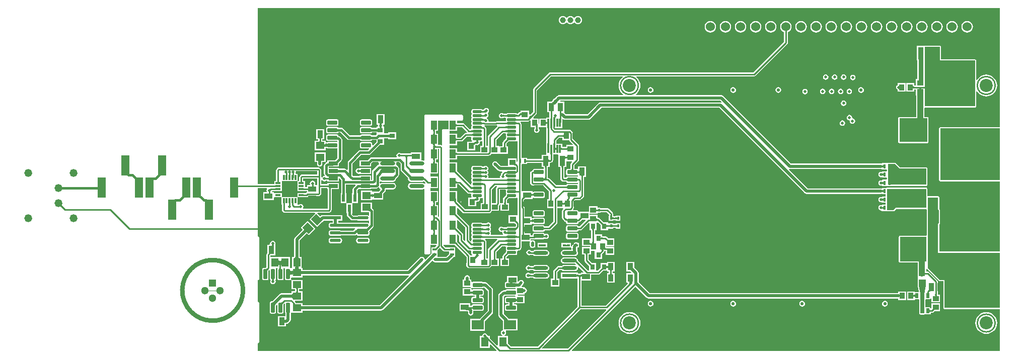
<source format=gbr>
%TF.GenerationSoftware,Altium Limited,Altium Designer,22.2.1 (43)*%
G04 Layer_Physical_Order=1*
G04 Layer_Color=255*
%FSLAX45Y45*%
%MOMM*%
%TF.SameCoordinates,02F1B47A-F79C-4BE6-BEC0-26DF2024C161*%
%TF.FilePolarity,Positive*%
%TF.FileFunction,Copper,L1,Top,Signal*%
%TF.Part,Single*%
G01*
G75*
%TA.AperFunction,NonConductor*%
%ADD10C,0.80000*%
%ADD11C,0.25400*%
%TA.AperFunction,SMDPad,CuDef*%
G04:AMPARAMS|DCode=12|XSize=1.5mm|YSize=0.45mm|CornerRadius=0.0495mm|HoleSize=0mm|Usage=FLASHONLY|Rotation=180.000|XOffset=0mm|YOffset=0mm|HoleType=Round|Shape=RoundedRectangle|*
%AMROUNDEDRECTD12*
21,1,1.50000,0.35100,0,0,180.0*
21,1,1.40100,0.45000,0,0,180.0*
1,1,0.09900,-0.70050,0.17550*
1,1,0.09900,0.70050,0.17550*
1,1,0.09900,0.70050,-0.17550*
1,1,0.09900,-0.70050,-0.17550*
%
%ADD12ROUNDEDRECTD12*%
G04:AMPARAMS|DCode=13|XSize=2.46916mm|YSize=0.62213mm|CornerRadius=0.31107mm|HoleSize=0mm|Usage=FLASHONLY|Rotation=180.000|XOffset=0mm|YOffset=0mm|HoleType=Round|Shape=RoundedRectangle|*
%AMROUNDEDRECTD13*
21,1,2.46916,0.00000,0,0,180.0*
21,1,1.84702,0.62213,0,0,180.0*
1,1,0.62213,-0.92351,0.00000*
1,1,0.62213,0.92351,0.00000*
1,1,0.62213,0.92351,0.00000*
1,1,0.62213,-0.92351,0.00000*
%
%ADD13ROUNDEDRECTD13*%
%ADD14R,2.46916X0.62213*%
%ADD15R,1.45000X3.50000*%
%ADD16O,2.50000X0.70000*%
%ADD17R,1.30000X1.60000*%
%ADD18R,2.00000X1.60000*%
%ADD19R,0.95000X1.35000*%
%ADD20R,1.05000X0.95000*%
%ADD21R,0.95000X1.05000*%
%ADD22R,1.35000X0.95000*%
%ADD23R,1.05000X0.90000*%
%ADD24R,0.50000X1.20000*%
%ADD25R,0.50000X1.60000*%
G04:AMPARAMS|DCode=26|XSize=1.8mm|YSize=3mm|CornerRadius=0mm|HoleSize=0mm|Usage=FLASHONLY|Rotation=180.000|XOffset=0mm|YOffset=0mm|HoleType=Round|Shape=Octagon|*
%AMOCTAGOND26*
4,1,8,0.45000,-1.50000,-0.45000,-1.50000,-0.90000,-1.05000,-0.90000,1.05000,-0.45000,1.50000,0.45000,1.50000,0.90000,1.05000,0.90000,-1.05000,0.45000,-1.50000,0.0*
%
%ADD26OCTAGOND26*%

%ADD27R,2.13000X1.42000*%
%ADD28R,0.60000X1.40000*%
%ADD29R,0.60000X1.80000*%
G04:AMPARAMS|DCode=30|XSize=1.9mm|YSize=3.2mm|CornerRadius=0mm|HoleSize=0mm|Usage=FLASHONLY|Rotation=180.000|XOffset=0mm|YOffset=0mm|HoleType=Round|Shape=Octagon|*
%AMOCTAGOND30*
4,1,8,0.47500,-1.60000,-0.47500,-1.60000,-0.95000,-1.12500,-0.95000,1.12500,-0.47500,1.60000,0.47500,1.60000,0.95000,1.12500,0.95000,-1.12500,0.47500,-1.60000,0.0*
%
%ADD30OCTAGOND30*%

%ADD31R,2.33000X1.99000*%
G04:AMPARAMS|DCode=32|XSize=0.55mm|YSize=0.8mm|CornerRadius=0.0495mm|HoleSize=0mm|Usage=FLASHONLY|Rotation=180.000|XOffset=0mm|YOffset=0mm|HoleType=Round|Shape=RoundedRectangle|*
%AMROUNDEDRECTD32*
21,1,0.55000,0.70100,0,0,180.0*
21,1,0.45100,0.80000,0,0,180.0*
1,1,0.09900,-0.22550,0.35050*
1,1,0.09900,0.22550,0.35050*
1,1,0.09900,0.22550,-0.35050*
1,1,0.09900,-0.22550,-0.35050*
%
%ADD32ROUNDEDRECTD32*%
%ADD33R,2.15000X2.20000*%
%ADD34R,0.35000X0.65000*%
G04:AMPARAMS|DCode=35|XSize=0.65mm|YSize=1.65mm|CornerRadius=0.04875mm|HoleSize=0mm|Usage=FLASHONLY|Rotation=270.000|XOffset=0mm|YOffset=0mm|HoleType=Round|Shape=RoundedRectangle|*
%AMROUNDEDRECTD35*
21,1,0.65000,1.55250,0,0,270.0*
21,1,0.55250,1.65000,0,0,270.0*
1,1,0.09750,-0.77625,-0.27625*
1,1,0.09750,-0.77625,0.27625*
1,1,0.09750,0.77625,0.27625*
1,1,0.09750,0.77625,-0.27625*
%
%ADD35ROUNDEDRECTD35*%
G04:AMPARAMS|DCode=36|XSize=1.45mm|YSize=1.2mm|CornerRadius=0mm|HoleSize=0mm|Usage=FLASHONLY|Rotation=135.000|XOffset=0mm|YOffset=0mm|HoleType=Round|Shape=Rectangle|*
%AMROTATEDRECTD36*
4,1,4,0.93692,-0.08839,0.08839,-0.93692,-0.93692,0.08839,-0.08839,0.93692,0.93692,-0.08839,0.0*
%
%ADD36ROTATEDRECTD36*%

%ADD37R,0.90000X1.05000*%
%ADD38R,1.00000X1.50000*%
G04:AMPARAMS|DCode=39|XSize=0.65mm|YSize=1.65mm|CornerRadius=0.04875mm|HoleSize=0mm|Usage=FLASHONLY|Rotation=0.000|XOffset=0mm|YOffset=0mm|HoleType=Round|Shape=RoundedRectangle|*
%AMROUNDEDRECTD39*
21,1,0.65000,1.55250,0,0,0.0*
21,1,0.55250,1.65000,0,0,0.0*
1,1,0.09750,0.27625,-0.77625*
1,1,0.09750,-0.27625,-0.77625*
1,1,0.09750,-0.27625,0.77625*
1,1,0.09750,0.27625,0.77625*
%
%ADD39ROUNDEDRECTD39*%
%ADD40R,1.45000X1.20000*%
%ADD41R,1.20000X1.45000*%
%ADD42R,0.40000X0.48000*%
%ADD43R,0.48000X0.40000*%
%ADD44R,0.80000X0.90000*%
%ADD45R,0.91000X1.22000*%
%ADD46R,0.95000X1.70000*%
%ADD47R,0.30000X1.40000*%
%ADD48R,0.65000X0.35000*%
%ADD49R,0.85000X0.30000*%
%ADD50R,0.30000X0.85000*%
%ADD51R,2.60000X2.60000*%
%ADD52R,0.90000X0.80000*%
%ADD53R,1.52500X0.65000*%
%ADD54R,1.87407X0.54213*%
G04:AMPARAMS|DCode=55|XSize=1.87407mm|YSize=0.54213mm|CornerRadius=0.27107mm|HoleSize=0mm|Usage=FLASHONLY|Rotation=0.000|XOffset=0mm|YOffset=0mm|HoleType=Round|Shape=RoundedRectangle|*
%AMROUNDEDRECTD55*
21,1,1.87407,0.00000,0,0,0.0*
21,1,1.33193,0.54213,0,0,0.0*
1,1,0.54213,0.66597,0.00000*
1,1,0.54213,-0.66597,0.00000*
1,1,0.54213,-0.66597,0.00000*
1,1,0.54213,0.66597,0.00000*
%
%ADD55ROUNDEDRECTD55*%
%ADD56R,0.60000X1.30000*%
%ADD57R,0.90000X2.10000*%
%ADD58R,3.20000X2.10000*%
%TA.AperFunction,Conductor*%
%ADD59C,0.25400*%
%ADD60C,0.10000*%
%ADD61C,0.50000*%
%ADD62C,0.38100*%
%ADD63C,0.80000*%
%ADD64C,1.00000*%
%TA.AperFunction,ComponentPad*%
%ADD65R,1.00000X1.00000*%
%ADD66C,1.00000*%
%TA.AperFunction,ViaPad*%
%ADD67C,1.52400*%
%TA.AperFunction,ComponentPad*%
%ADD68R,1.50000X1.50000*%
%ADD69C,2.19989*%
%ADD70C,0.54991*%
%ADD71R,1.30000X1.30000*%
%ADD72C,1.30000*%
%ADD73C,1.32080*%
%TA.AperFunction,ViaPad*%
%ADD74C,0.50000*%
G36*
X13120738Y12694376D02*
X13114070Y12683083D01*
X13100000Y12685882D01*
X11080000D01*
X11062442Y12682389D01*
X11047557Y12672443D01*
X10860995Y12485882D01*
X10499005D01*
X10474329Y12510557D01*
X10472500Y12522500D01*
X10472501Y12522500D01*
X10472500Y12522500D01*
Y12697500D01*
X10414311D01*
X10407921Y12710200D01*
X10410828Y12714118D01*
X13100995D01*
X13120738Y12694376D01*
D02*
G37*
G36*
X9156451Y12520651D02*
X9127435Y12517300D01*
X9122602Y12542700D01*
X9125339Y12542756D01*
X9129997Y12543205D01*
X9131919Y12543598D01*
X9133568Y12544102D01*
X9134946Y12544720D01*
X9136052Y12545449D01*
X9136885Y12546290D01*
X9137447Y12547244D01*
X9137737Y12548310D01*
X9156451Y12520651D01*
D02*
G37*
G36*
X9758110Y12464600D02*
X9757852Y12467013D01*
X9757081Y12469172D01*
X9755796Y12471077D01*
X9753997Y12472728D01*
X9751683Y12474125D01*
X9748856Y12475268D01*
X9745514Y12476157D01*
X9741658Y12476792D01*
X9737289Y12477173D01*
X9732405Y12477300D01*
Y12502700D01*
X9737289Y12502827D01*
X9741658Y12503208D01*
X9745514Y12503843D01*
X9748856Y12504732D01*
X9751683Y12505875D01*
X9753997Y12507272D01*
X9755796Y12508923D01*
X9757081Y12510828D01*
X9757852Y12512987D01*
X9758110Y12515400D01*
Y12464600D01*
D02*
G37*
G36*
X9439004Y12479558D02*
X9440230Y12478764D01*
X9441640Y12478063D01*
X9443235Y12477456D01*
X9445015Y12476942D01*
X9446980Y12476521D01*
X9449130Y12476194D01*
X9453984Y12475820D01*
X9456688Y12475774D01*
X9457202Y12450374D01*
X9454501Y12450324D01*
X9449658Y12449931D01*
X9447516Y12449586D01*
X9445559Y12449143D01*
X9443790Y12448602D01*
X9442206Y12447962D01*
X9440809Y12447224D01*
X9439598Y12446387D01*
X9438573Y12445452D01*
X9437963Y12480446D01*
X9439004Y12479558D01*
D02*
G37*
G36*
X9662093Y12482326D02*
X9663387Y12480897D01*
X9665079Y12479636D01*
X9667169Y12478544D01*
X9669657Y12477619D01*
X9672543Y12476863D01*
X9675828Y12476274D01*
X9679510Y12475854D01*
X9688071Y12475518D01*
Y12450118D01*
X9683592Y12450034D01*
X9675828Y12449361D01*
X9672543Y12448773D01*
X9669657Y12448017D01*
X9667169Y12447092D01*
X9665079Y12445999D01*
X9663387Y12444739D01*
X9662093Y12443310D01*
X9661198Y12441713D01*
Y12483923D01*
X9662093Y12482326D01*
D02*
G37*
G36*
X10317195Y12411884D02*
X10287805D01*
X10288621Y12412138D01*
X10289351Y12412900D01*
X10289995Y12414170D01*
X10290553Y12415948D01*
X10291026Y12418234D01*
X10291412Y12421028D01*
X10291928Y12428140D01*
X10292100Y12437284D01*
X10317500D01*
X10317195Y12411884D01*
D02*
G37*
G36*
X14517557Y11157557D02*
X14532442Y11147611D01*
X14550000Y11144118D01*
X15800000D01*
X15809801Y11146068D01*
X15822501Y11137500D01*
Y11137500D01*
X15879608D01*
Y11102500D01*
X15820000D01*
Y11102500D01*
X15807300Y11094429D01*
X15800000Y11095882D01*
X15782442Y11092389D01*
X15767557Y11082443D01*
X15757611Y11067558D01*
X15754118Y11050000D01*
X15757611Y11032442D01*
X15767557Y11017557D01*
X15782442Y11007611D01*
X15800000Y11004118D01*
X15807300Y11005571D01*
X15820000Y10997500D01*
Y10997500D01*
X15879608D01*
Y10962500D01*
X15820000D01*
Y10962500D01*
X15807300Y10954429D01*
X15800000Y10955882D01*
X15782442Y10952389D01*
X15767557Y10942443D01*
X15757611Y10927558D01*
X15754118Y10910000D01*
X15757611Y10892442D01*
X15767557Y10877557D01*
X15782442Y10867611D01*
X15800000Y10864118D01*
X15807300Y10865571D01*
X15820000Y10857500D01*
Y10857500D01*
X15884299D01*
X15885580Y10855581D01*
X15892197Y10851160D01*
X15900000Y10849608D01*
X16009998D01*
X16010001Y10849608D01*
X16017802Y10851160D01*
X16024419Y10855581D01*
X16058446Y10889608D01*
X16556908Y10889608D01*
X16563239Y10885888D01*
X16569608Y10878571D01*
Y10451430D01*
X16560001Y10440392D01*
X16120000D01*
X16112196Y10438840D01*
X16108131Y10436124D01*
X16103854D01*
Y10431837D01*
X16101160Y10427804D01*
X16099608Y10420000D01*
Y10010000D01*
X16101160Y10002196D01*
X16105582Y9995581D01*
X16112196Y9991160D01*
X16120000Y9989608D01*
X16419395D01*
Y9865000D01*
X16417500D01*
Y9735000D01*
X16417500D01*
X16419392Y9722300D01*
X16417500Y9719999D01*
X16417500D01*
X16415556Y9708104D01*
X16414607Y9703333D01*
X16414607Y9598334D01*
X16415044Y9596143D01*
X16415094Y9593911D01*
X16435909Y9500242D01*
X16425183Y9489965D01*
X16422549Y9490489D01*
X16377451D01*
X16367500Y9501458D01*
Y9502500D01*
X16237500D01*
Y9357500D01*
X16367500D01*
Y9358542D01*
X16377451Y9369511D01*
X16422549D01*
X16431908Y9371373D01*
X16432310Y9371433D01*
X16444608Y9364408D01*
Y9133334D01*
X16446161Y9125530D01*
X16450581Y9118914D01*
X16457198Y9114494D01*
X16464999Y9112942D01*
X16525000D01*
X16532803Y9114494D01*
X16539420Y9118914D01*
X16554433Y9118641D01*
X16557715Y9116448D01*
X16567450Y9114511D01*
X16612550D01*
X16622285Y9116448D01*
X16630537Y9121962D01*
X16636052Y9130215D01*
X16637988Y9139950D01*
Y9141659D01*
X16655600D01*
X16668359Y9144197D01*
X16679175Y9151425D01*
X16700250Y9172500D01*
X16792500D01*
Y9302500D01*
X16647501D01*
Y9223771D01*
X16642712Y9222104D01*
X16634801Y9221658D01*
X16630537Y9228038D01*
X16622285Y9233552D01*
X16612550Y9235489D01*
X16567450D01*
X16558092Y9233627D01*
X16557687Y9233567D01*
X16545392Y9240592D01*
Y9364407D01*
X16557689Y9371433D01*
X16558092Y9371373D01*
X16567450Y9369511D01*
X16612550D01*
X16622285Y9371448D01*
X16630537Y9376962D01*
X16634801Y9383341D01*
X16642714Y9382895D01*
X16647501Y9381229D01*
Y9317500D01*
X16792500D01*
Y9447500D01*
X16753342D01*
Y9670000D01*
X16750803Y9682759D01*
X16743576Y9693575D01*
X16613576Y9823575D01*
X16602759Y9830803D01*
X16589999Y9833341D01*
X16562500D01*
Y9865000D01*
X16560603D01*
Y9880135D01*
X16565215Y9882095D01*
X16573305Y9882819D01*
X16627499Y9828624D01*
X16627538D01*
X16775581Y9680580D01*
X16782198Y9676160D01*
X16789999Y9674608D01*
X16849608D01*
Y9225000D01*
X16851160Y9217196D01*
X16855582Y9210581D01*
X16862196Y9206160D01*
X16870000Y9204608D01*
X17800000D01*
X17800000Y9191908D01*
X17800000Y8500000D01*
X10603744D01*
X10598884Y8511733D01*
X11671132Y9583982D01*
X11857557Y9397557D01*
X11872442Y9387611D01*
X11890000Y9384119D01*
X16092500D01*
Y9357500D01*
X16222501D01*
Y9502500D01*
X16092500D01*
Y9475882D01*
X11909005D01*
X11725882Y9659005D01*
Y9808000D01*
X11722389Y9825558D01*
X11712443Y9840443D01*
X11649000Y9903886D01*
Y10001000D01*
X11518000D01*
Y9839000D01*
X11584113D01*
X11600380Y9822733D01*
X11595520Y9811000D01*
X11518000D01*
Y9649000D01*
X11533889D01*
X11539150Y9636300D01*
X11168690Y9265840D01*
X10765841D01*
Y9682500D01*
X10927500D01*
Y9786659D01*
X11046043D01*
X11058802Y9789197D01*
X11069618Y9796425D01*
X11123650Y9850457D01*
X11191000D01*
Y9839000D01*
X11223159D01*
Y9811000D01*
X11191000D01*
Y9649000D01*
X11322000D01*
Y9811000D01*
X11289841D01*
Y9839000D01*
X11322000D01*
Y10001000D01*
X11191000D01*
Y9980456D01*
X11081500D01*
Y9902607D01*
X11032233Y9853340D01*
X11011499D01*
Y9980456D01*
X10938650D01*
X10881279Y10037827D01*
Y10122394D01*
X10920438D01*
Y10187500D01*
X10976717D01*
X10986499Y10180456D01*
X10986500Y10174800D01*
Y10050456D01*
X11106500D01*
Y10128306D01*
X11138575Y10160381D01*
X11145802Y10171198D01*
X11148340Y10183956D01*
X11148751Y10184293D01*
X11150144Y10184016D01*
X11169743D01*
Y10120056D01*
X11314743D01*
Y10250056D01*
X11213166D01*
X11209943Y10250697D01*
X11180000D01*
Y10265057D01*
X11314743D01*
Y10395056D01*
X11216894D01*
X11188375Y10423575D01*
X11177559Y10430803D01*
X11164800Y10433341D01*
X11112500D01*
Y10465000D01*
X10992500Y10465000D01*
X10990841Y10477013D01*
Y10535000D01*
X11017500D01*
Y10662500D01*
X11032500D01*
Y10662500D01*
X11039818Y10665531D01*
X11087500Y10617849D01*
Y10535000D01*
X11207500D01*
Y10559517D01*
X11220000Y10560000D01*
Y10560000D01*
X11239867D01*
X11240305Y10559913D01*
X11240743Y10560000D01*
X11279257D01*
X11279695Y10559913D01*
X11280133Y10560000D01*
X11300000D01*
Y10571294D01*
X11336723D01*
Y10561269D01*
X11356590D01*
X11357028Y10561182D01*
X11357466Y10561269D01*
X11416723D01*
Y10649269D01*
X11357466D01*
X11357028Y10649356D01*
X11356590Y10649269D01*
X11336723D01*
Y10637975D01*
X11300000D01*
Y10648000D01*
X11280133D01*
X11279695Y10648087D01*
X11279257Y10648000D01*
X11240743D01*
X11240305Y10648087D01*
X11239867Y10648000D01*
X11220000D01*
Y10648000D01*
X11207500Y10648483D01*
Y10665000D01*
X11134651D01*
X11066075Y10733575D01*
X11055259Y10740802D01*
X11042500Y10743340D01*
X11032500D01*
Y10792500D01*
X10897500D01*
Y10807500D01*
X11032500D01*
Y10820142D01*
X11045200Y10827062D01*
X11060000Y10824119D01*
X11077558Y10827611D01*
X11092443Y10837557D01*
X11093514Y10839160D01*
X11183690D01*
X11226660Y10796190D01*
Y10780000D01*
X11220000D01*
Y10760133D01*
X11219913Y10759695D01*
X11220000Y10759257D01*
Y10692000D01*
X11279257D01*
X11279695Y10691913D01*
X11280133Y10692000D01*
X11300000D01*
Y10703294D01*
X11336723D01*
Y10693270D01*
X11356590D01*
X11357028Y10693183D01*
X11357466Y10693270D01*
X11416723D01*
Y10781270D01*
X11357466D01*
X11357028Y10781357D01*
X11356590Y10781270D01*
X11336723D01*
Y10769975D01*
X11300000D01*
Y10780000D01*
X11293341D01*
Y10810000D01*
X11290803Y10822759D01*
X11283575Y10833575D01*
X11221075Y10896075D01*
X11210259Y10903303D01*
X11197500Y10905841D01*
X11087358D01*
X11077558Y10912389D01*
X11060000Y10915882D01*
X11045200Y10912938D01*
X11036096Y10917898D01*
X11032500Y10921021D01*
Y10937500D01*
X10887500D01*
Y10847500D01*
X10722500D01*
Y10845490D01*
X10710026Y10844944D01*
X10708095Y10854650D01*
X10702598Y10862878D01*
X10694370Y10868376D01*
X10684664Y10870306D01*
X10624050D01*
X10619190Y10882040D01*
X10623575Y10886425D01*
X10630802Y10897241D01*
X10633340Y10910000D01*
Y11020429D01*
X10656188Y11043277D01*
X10736617D01*
X10749376Y11045815D01*
X10760193Y11053042D01*
X10798575Y11091424D01*
X10805802Y11102241D01*
X10808340Y11115000D01*
Y11432500D01*
X10842500D01*
Y11607500D01*
X10707500D01*
Y11568375D01*
X10694800Y11561586D01*
X10694370Y11561874D01*
X10684664Y11563805D01*
X10640379D01*
Y11623229D01*
X10713575Y11696425D01*
X10720803Y11707241D01*
X10723341Y11720000D01*
Y11955726D01*
X10720803Y11968485D01*
X10713575Y11979301D01*
X10620140Y12072736D01*
Y12167474D01*
X10617602Y12180233D01*
X10610375Y12191050D01*
X10584649Y12216776D01*
X10573833Y12224003D01*
X10561074Y12226541D01*
X10427830D01*
X10419225Y12224829D01*
X10314050D01*
X10295460Y12243418D01*
X10287500Y12252189D01*
X10287500D01*
X10287500Y12252189D01*
Y12272056D01*
X10287587Y12272494D01*
X10287500Y12272932D01*
Y12298883D01*
X10300200Y12309306D01*
X10302500Y12308848D01*
X10304800Y12309306D01*
X10317500Y12298883D01*
Y12252189D01*
X10437500D01*
Y12351174D01*
X10438341Y12355400D01*
Y12400231D01*
X10451041Y12405229D01*
X10462442Y12397611D01*
X10480000Y12394118D01*
X10880000D01*
X10897558Y12397611D01*
X10912443Y12407557D01*
X11099005Y12594119D01*
X13080995D01*
X14517557Y11157557D01*
D02*
G37*
G36*
X9082093Y12417326D02*
X9083387Y12415897D01*
X9085079Y12414636D01*
X9087169Y12413544D01*
X9089657Y12412619D01*
X9092543Y12411863D01*
X9095828Y12411274D01*
X9099511Y12410854D01*
X9108071Y12410518D01*
Y12385118D01*
X9103592Y12385034D01*
X9095828Y12384361D01*
X9092543Y12383773D01*
X9089657Y12383016D01*
X9087169Y12382092D01*
X9085079Y12380999D01*
X9083387Y12379739D01*
X9082093Y12378310D01*
X9081198Y12376713D01*
Y12418923D01*
X9082093Y12417326D01*
D02*
G37*
G36*
X10188109Y12352752D02*
X10190095Y12352700D01*
Y12327300D01*
X10188109Y12327248D01*
Y12314600D01*
X10187852Y12317013D01*
X10187081Y12319172D01*
X10185796Y12321077D01*
X10183997Y12322728D01*
X10181683Y12324125D01*
X10178856Y12325268D01*
X10176250Y12325961D01*
X10173644Y12325268D01*
X10170817Y12324125D01*
X10168503Y12322728D01*
X10166704Y12321077D01*
X10165419Y12319172D01*
X10164647Y12317013D01*
X10164390Y12314600D01*
Y12327248D01*
X10162405Y12327300D01*
Y12352700D01*
X10164390Y12352752D01*
Y12365400D01*
X10164647Y12362987D01*
X10165419Y12360828D01*
X10166704Y12358923D01*
X10168503Y12357272D01*
X10170817Y12355875D01*
X10173644Y12354732D01*
X10176250Y12354039D01*
X10178856Y12354732D01*
X10181683Y12355875D01*
X10183997Y12357272D01*
X10185796Y12358923D01*
X10187081Y12360828D01*
X10187852Y12362987D01*
X10188109Y12365400D01*
Y12352752D01*
D02*
G37*
G36*
X11457436Y13113960D02*
X11440183Y13099800D01*
X11417350Y13071979D01*
X11400384Y13040237D01*
X11389937Y13005795D01*
X11386409Y12969978D01*
X11389937Y12934160D01*
X11400384Y12899718D01*
X11417350Y12867976D01*
X11440183Y12840155D01*
X11466471Y12818581D01*
X11465395Y12806908D01*
X11465138Y12805881D01*
X10385000D01*
X10367442Y12802390D01*
X10352557Y12792443D01*
X10315001Y12754887D01*
X10302442Y12752389D01*
X10287557Y12742443D01*
X10277611Y12727558D01*
X10275113Y12714999D01*
X10257614Y12697500D01*
X10187500D01*
Y12522500D01*
X10221660D01*
Y12432188D01*
X10167500D01*
Y12412500D01*
X10055000D01*
Y12334070D01*
X10042300Y12329513D01*
X10040000Y12332305D01*
Y12412500D01*
X9959858D01*
X9952938Y12425200D01*
X9955566Y12438416D01*
X10003576Y12486425D01*
X10010803Y12497241D01*
X10013341Y12510000D01*
Y12886189D01*
X10253810Y13126660D01*
X11452892D01*
X11457436Y13113960D01*
D02*
G37*
G36*
X9662093Y12352326D02*
X9663387Y12350897D01*
X9665079Y12349636D01*
X9667169Y12348544D01*
X9669657Y12347619D01*
X9672543Y12346863D01*
X9675828Y12346274D01*
X9679510Y12345854D01*
X9688071Y12345518D01*
Y12320118D01*
X9683592Y12320034D01*
X9675828Y12319361D01*
X9672543Y12318773D01*
X9669657Y12318017D01*
X9667169Y12317092D01*
X9665079Y12315999D01*
X9663387Y12314739D01*
X9662093Y12313310D01*
X9661198Y12311713D01*
Y12353923D01*
X9662093Y12352326D01*
D02*
G37*
G36*
X9513988Y12311713D02*
X9513092Y12313310D01*
X9511799Y12314739D01*
X9510107Y12315999D01*
X9508017Y12317092D01*
X9505529Y12318017D01*
X9502642Y12318773D01*
X9499358Y12319361D01*
X9495675Y12319782D01*
X9487115Y12320118D01*
Y12345518D01*
X9491594Y12345602D01*
X9499358Y12346274D01*
X9502642Y12346863D01*
X9505529Y12347619D01*
X9508017Y12348544D01*
X9510107Y12349636D01*
X9511799Y12350897D01*
X9513092Y12352326D01*
X9513988Y12353923D01*
Y12311713D01*
D02*
G37*
G36*
X9082093Y12352326D02*
X9083387Y12350897D01*
X9085079Y12349636D01*
X9087169Y12348544D01*
X9089657Y12347619D01*
X9092543Y12346863D01*
X9095828Y12346274D01*
X9099511Y12345854D01*
X9108071Y12345518D01*
Y12320118D01*
X9103592Y12320034D01*
X9095828Y12319361D01*
X9092543Y12318773D01*
X9089657Y12318017D01*
X9087169Y12317092D01*
X9085079Y12315999D01*
X9083387Y12314739D01*
X9082093Y12313310D01*
X9081198Y12311713D01*
Y12353923D01*
X9082093Y12352326D01*
D02*
G37*
G36*
X7407987Y12332551D02*
X7405828Y12331789D01*
X7403923Y12330519D01*
X7402272Y12328741D01*
X7400875Y12326455D01*
X7399732Y12323661D01*
X7398843Y12320359D01*
X7398584Y12318808D01*
X7398900Y12317376D01*
X7399428Y12315601D01*
X7400052Y12314011D01*
X7400772Y12312607D01*
X7401588Y12311387D01*
X7402500Y12310354D01*
X7397778D01*
X7397700Y12307405D01*
X7372300D01*
X7372222Y12310354D01*
X7367500D01*
X7368412Y12311387D01*
X7369228Y12312607D01*
X7369948Y12314011D01*
X7370572Y12315601D01*
X7371100Y12317376D01*
X7371416Y12318808D01*
X7371157Y12320359D01*
X7370268Y12323661D01*
X7369125Y12326455D01*
X7367728Y12328741D01*
X7366077Y12330519D01*
X7364172Y12331789D01*
X7362013Y12332551D01*
X7359600Y12332805D01*
X7410400D01*
X7407987Y12332551D01*
D02*
G37*
G36*
X8648928Y12323304D02*
X8649699Y12321145D01*
X8650984Y12319240D01*
X8652784Y12317589D01*
X8655097Y12316192D01*
X8657925Y12315049D01*
X8661266Y12314160D01*
X8665122Y12313525D01*
X8669492Y12313144D01*
X8674376Y12313017D01*
Y12287617D01*
X8669492Y12287490D01*
X8665122Y12287109D01*
X8661266Y12286474D01*
X8657925Y12285585D01*
X8655097Y12284442D01*
X8652784Y12283045D01*
X8650984Y12281394D01*
X8649699Y12279489D01*
X8648928Y12277330D01*
X8648671Y12274917D01*
Y12325717D01*
X8648928Y12323304D01*
D02*
G37*
G36*
X17799998Y12278536D02*
X17787299Y12267047D01*
X16889999Y12267048D01*
Y12269999D01*
X16800000D01*
Y12267048D01*
X16797075D01*
X16789272Y12265495D01*
X16782655Y12261075D01*
X16778236Y12254459D01*
X16776683Y12246656D01*
X16776685Y11376656D01*
X16778236Y11368852D01*
X16780000Y11366212D01*
Y11364541D01*
X16781117D01*
X16782655Y11362237D01*
X16789272Y11357816D01*
X16797076Y11356264D01*
X17797076Y11356263D01*
X17799998Y11353864D01*
X17800000Y10175392D01*
X16780392D01*
Y10631975D01*
X16792499Y10644082D01*
Y10874082D01*
X16780392Y10886190D01*
Y11085000D01*
X16778841Y11092803D01*
X16774419Y11099419D01*
X16767804Y11103839D01*
X16760001Y11105392D01*
X16589999D01*
X16580392Y11116429D01*
Y11230000D01*
X16578839Y11237803D01*
X16574419Y11244419D01*
X16567802Y11248839D01*
X16560001Y11250392D01*
X15900000Y11250392D01*
X15892197Y11248840D01*
X15885580Y11244419D01*
X15884299Y11242500D01*
X15822501D01*
Y11242500D01*
X15809801Y11233932D01*
X15800000Y11235882D01*
X14569005D01*
X14249261Y11555624D01*
X14255930Y11566917D01*
X14270000Y11564118D01*
X15800000D01*
X15807300Y11565570D01*
X15820000Y11557500D01*
Y11557500D01*
X15895000Y11557500D01*
X15899608Y11546708D01*
Y11536377D01*
X15886908Y11524866D01*
X15821738D01*
Y11523707D01*
X15809038Y11514084D01*
X15800000Y11515881D01*
X15782442Y11512389D01*
X15767557Y11502443D01*
X15757611Y11487558D01*
X15754118Y11470000D01*
X15757611Y11452442D01*
X15767557Y11437557D01*
X15782442Y11427611D01*
X15800000Y11424118D01*
X15809038Y11425916D01*
X15821738Y11419866D01*
Y11419866D01*
X15896738Y11419866D01*
X15899608Y11408355D01*
Y11395175D01*
X15886908Y11383664D01*
X15821738D01*
Y11383664D01*
X15809038Y11374084D01*
X15800000Y11375881D01*
X15782442Y11372389D01*
X15767557Y11362443D01*
X15757611Y11347558D01*
X15754118Y11330000D01*
X15757611Y11312442D01*
X15767557Y11297557D01*
X15782442Y11287611D01*
X15800000Y11284118D01*
X15809038Y11285916D01*
X15821739Y11278663D01*
Y11278663D01*
X15894038D01*
X15896738Y11278663D01*
X15906738D01*
X15909438Y11278663D01*
X15981738D01*
Y11279608D01*
X16560001Y11279608D01*
X16567802Y11281160D01*
X16574419Y11285580D01*
X16578839Y11292196D01*
X16580392Y11300000D01*
X16580392Y11570000D01*
X16578841Y11577804D01*
X16574419Y11584420D01*
X16567804Y11588840D01*
X16560001Y11590392D01*
X16118446Y11590392D01*
X16044418Y11664419D01*
X16037804Y11668840D01*
X16030000Y11670392D01*
X15920000Y11670392D01*
X15912196Y11668840D01*
X15906618Y11665112D01*
X15897800Y11663130D01*
X15894000Y11662500D01*
X15890186Y11662500D01*
X15820000D01*
Y11662500D01*
X15807300Y11654429D01*
X15800000Y11655881D01*
X14289005D01*
X13152443Y12792443D01*
X13137558Y12802390D01*
X13120000Y12805881D01*
X11674872D01*
X11674615Y12806908D01*
X11673540Y12818581D01*
X11699828Y12840155D01*
X11722660Y12867976D01*
X11739627Y12899718D01*
X11750074Y12934160D01*
X11753602Y12969978D01*
X11750074Y13005795D01*
X11739627Y13040237D01*
X11722660Y13071979D01*
X11699828Y13099800D01*
X11682575Y13113960D01*
X11687119Y13126660D01*
X13670000D01*
X13682759Y13129198D01*
X13693575Y13136424D01*
X14224162Y13667010D01*
X14231389Y13677827D01*
X14233926Y13690587D01*
Y13869684D01*
X14249101Y13875970D01*
X14269197Y13891389D01*
X14284618Y13911485D01*
X14294310Y13934888D01*
X14297617Y13960001D01*
X14294310Y13985114D01*
X14284618Y14008514D01*
X14269197Y14028612D01*
X14249101Y14044031D01*
X14225700Y14053725D01*
X14200587Y14057030D01*
X14175473Y14053725D01*
X14152072Y14044031D01*
X14131976Y14028612D01*
X14116556Y14008514D01*
X14106863Y13985114D01*
X14103557Y13960001D01*
X14106863Y13934888D01*
X14116556Y13911485D01*
X14131976Y13891389D01*
X14152072Y13875970D01*
X14167245Y13869684D01*
Y13704398D01*
X13656190Y13193341D01*
X10240000D01*
X10227241Y13190804D01*
X10216425Y13183575D01*
X9956425Y12923575D01*
X9949198Y12912759D01*
X9946660Y12900000D01*
Y12523810D01*
X9908416Y12485566D01*
X9895200Y12482938D01*
X9882500Y12489858D01*
Y12545000D01*
X9737500D01*
Y12523341D01*
X9730000D01*
X9717241Y12520803D01*
X9706425Y12513575D01*
X9689008Y12496158D01*
X9682141D01*
X9681070Y12496201D01*
X9678782Y12496461D01*
X9676935Y12496792D01*
X9676619Y12496875D01*
X9675630Y12498355D01*
X9674561Y12499070D01*
X9673814Y12499943D01*
X9671464Y12501139D01*
X9667378Y12503870D01*
X9657643Y12505806D01*
X9517543D01*
X9507808Y12503870D01*
X9499555Y12498355D01*
X9498258Y12496414D01*
X9452147D01*
X9451450Y12496468D01*
X9450650Y12496589D01*
X9450581Y12496604D01*
X9437975Y12505027D01*
X9420417Y12508520D01*
X9402859Y12505027D01*
X9387974Y12495081D01*
X9378028Y12480196D01*
X9374535Y12462638D01*
X9378028Y12445080D01*
X9387974Y12430195D01*
X9402859Y12420249D01*
X9420417Y12416756D01*
X9437975Y12420249D01*
X9452066Y12429664D01*
X9452106Y12429671D01*
X9452875Y12429733D01*
X9483023D01*
X9492435Y12417033D01*
X9492104Y12415368D01*
Y12380268D01*
X9492379Y12378886D01*
X9492380Y12378852D01*
X9482852Y12366158D01*
X9329141D01*
X9319500Y12364241D01*
X9203433D01*
X9195376Y12374058D01*
X9195882Y12376600D01*
X9192389Y12394158D01*
X9182443Y12409043D01*
X9172663Y12415578D01*
X9172016Y12418098D01*
X9172948Y12429880D01*
X9184455Y12437569D01*
X9194401Y12452454D01*
X9197894Y12470012D01*
X9194401Y12487570D01*
X9190126Y12493968D01*
X9192772Y12511010D01*
X9194948Y12512464D01*
X9204894Y12527349D01*
X9208386Y12544907D01*
X9204894Y12562465D01*
X9194948Y12577350D01*
X9180063Y12587296D01*
X9162505Y12590789D01*
X9144947Y12587296D01*
X9130061Y12577350D01*
X9120701Y12563341D01*
X9095640D01*
X9095631Y12563355D01*
X9087378Y12568870D01*
X9077643Y12570806D01*
X8937543D01*
X8927808Y12568870D01*
X8919555Y12563355D01*
X8914041Y12555103D01*
X8912104Y12545368D01*
Y12510268D01*
X8914041Y12500533D01*
X8917525Y12495318D01*
X8914041Y12490103D01*
X8912104Y12480368D01*
Y12445268D01*
X8914041Y12435533D01*
X8917525Y12430318D01*
X8914041Y12425103D01*
X8912104Y12415368D01*
Y12380268D01*
X8914041Y12370533D01*
X8917525Y12365318D01*
X8914041Y12360103D01*
X8912104Y12350368D01*
Y12315268D01*
X8914041Y12305533D01*
X8917525Y12300318D01*
X8914041Y12295103D01*
X8912104Y12285368D01*
Y12250268D01*
X8912379Y12248886D01*
X8912380Y12248852D01*
X8902852Y12236158D01*
X8880992D01*
X8793258Y12323892D01*
X8782442Y12331120D01*
X8769683Y12333658D01*
X8669281D01*
Y12379608D01*
X8750000D01*
X8757804Y12381160D01*
X8764419Y12385581D01*
X8768840Y12392196D01*
X8770392Y12400000D01*
Y12460000D01*
X8768840Y12467803D01*
X8764419Y12474419D01*
X8757804Y12478839D01*
X8750000Y12480392D01*
X8140000D01*
X8132196Y12478839D01*
X8125581Y12474419D01*
X8121160Y12467803D01*
X8119608Y12460000D01*
Y11709819D01*
X8108407Y11703832D01*
X8101871Y11708200D01*
X8080411Y11712469D01*
X8067500D01*
Y11842500D01*
X7892500D01*
Y11823341D01*
X7727511D01*
X7727303Y11823362D01*
X7726604Y11823471D01*
X7713258Y11832389D01*
X7695700Y11835882D01*
X7678142Y11832389D01*
X7663257Y11822443D01*
X7653311Y11807558D01*
X7649818Y11790000D01*
X7653311Y11772442D01*
X7654264Y11771016D01*
X7648277Y11759815D01*
X7235548D01*
X7220311Y11756784D01*
X7207395Y11748153D01*
X7168133Y11708891D01*
X7031940D01*
Y11603891D01*
X7224440D01*
Y11652585D01*
X7252040Y11680185D01*
X7346117D01*
X7356540Y11667485D01*
X7354333Y11656391D01*
X7356262Y11646692D01*
X7356282Y11646063D01*
X7346375Y11632111D01*
X7341423Y11631126D01*
X7328506Y11622495D01*
X7251847Y11545835D01*
X7243216Y11532918D01*
X7240185Y11517682D01*
Y11380656D01*
X7224440D01*
Y11454891D01*
X7031940D01*
Y11442206D01*
X6924101D01*
X6909815Y11456492D01*
Y11653508D01*
X7056492Y11800185D01*
X7186593D01*
X7201830Y11803216D01*
X7214746Y11811847D01*
X7371717Y11968818D01*
X7445410D01*
Y12084003D01*
X7515410D01*
Y12063818D01*
X7645410D01*
Y12183817D01*
X7515410D01*
Y12163633D01*
X7445410D01*
Y12278817D01*
X7438170D01*
X7430113Y12288635D01*
X7430882Y12292500D01*
X7429429Y12299800D01*
X7439852Y12312500D01*
X7452500D01*
Y12487500D01*
X7317500D01*
Y12312500D01*
X7330148D01*
X7340571Y12299800D01*
X7339118Y12292500D01*
X7339887Y12288635D01*
X7331830Y12278817D01*
X7315410D01*
Y12259176D01*
X7239249D01*
X7235048Y12265464D01*
X7226820Y12270961D01*
X7217114Y12272892D01*
X7061864D01*
X7052159Y12270961D01*
X7043931Y12265464D01*
X7038433Y12257236D01*
X7036502Y12247530D01*
Y12192280D01*
X7038433Y12182574D01*
X7043931Y12174346D01*
X7052159Y12168848D01*
X7061864Y12166917D01*
X7217114D01*
X7226820Y12168848D01*
X7235048Y12174346D01*
X7238523Y12179546D01*
X7315410D01*
Y12158818D01*
X7315410Y12158818D01*
X7315410D01*
X7315347Y12146144D01*
X7301922Y12132720D01*
X7238886D01*
X7235048Y12138464D01*
X7226820Y12143961D01*
X7217114Y12145892D01*
X7061864D01*
X7052159Y12143961D01*
X7043931Y12138464D01*
X7040093Y12132720D01*
X6863587D01*
X6748249Y12248058D01*
X6735332Y12256689D01*
X6720096Y12259720D01*
X6673886D01*
X6670048Y12265464D01*
X6661820Y12270961D01*
X6652114Y12272892D01*
X6496865D01*
X6487159Y12270961D01*
X6478931Y12265464D01*
X6473433Y12257236D01*
X6471502Y12247530D01*
Y12192280D01*
X6473433Y12182574D01*
X6478931Y12174346D01*
X6487159Y12168848D01*
X6496865Y12166917D01*
X6652114D01*
X6661820Y12168848D01*
X6670048Y12174346D01*
X6673886Y12180090D01*
X6703604D01*
X6818942Y12064751D01*
X6831859Y12056120D01*
X6847096Y12053090D01*
X7040093D01*
X7043931Y12047346D01*
X7052159Y12041848D01*
X7061864Y12039917D01*
X7217114D01*
X7226820Y12041848D01*
X7235048Y12047346D01*
X7238886Y12053090D01*
X7315410D01*
Y12025125D01*
X7254210Y11963924D01*
X7242477Y11968785D01*
Y11993530D01*
X7240546Y12003236D01*
X7235048Y12011464D01*
X7226820Y12016961D01*
X7217114Y12018892D01*
X7061864D01*
X7052159Y12016961D01*
X7043931Y12011464D01*
X7038433Y12003236D01*
X7036502Y11993530D01*
Y11938280D01*
X7038433Y11928574D01*
X7043931Y11920346D01*
X7052159Y11914848D01*
X7061864Y11912917D01*
X7186609D01*
X7191470Y11901184D01*
X7170101Y11879815D01*
X7040000D01*
X7024763Y11876785D01*
X7011847Y11868154D01*
X6841846Y11698153D01*
X6833215Y11685237D01*
X6830185Y11670000D01*
Y11552716D01*
X6818451Y11547855D01*
X6808762Y11557545D01*
X6795845Y11566176D01*
X6780609Y11569206D01*
X6682039D01*
Y11581891D01*
X6509815D01*
Y11603126D01*
X6572339D01*
X6576185Y11603891D01*
X6682039D01*
Y11658749D01*
X6726320Y11703029D01*
X6734951Y11715946D01*
X6737982Y11731183D01*
Y12057136D01*
X6734951Y12072373D01*
X6726320Y12085290D01*
X6704002Y12107608D01*
X6691085Y12116239D01*
X6677477Y12118946D01*
Y12120530D01*
X6675546Y12130236D01*
X6670048Y12138464D01*
X6661820Y12143961D01*
X6652114Y12145892D01*
X6496865D01*
X6487159Y12143961D01*
X6478931Y12138464D01*
X6473433Y12130236D01*
X6471502Y12120530D01*
Y12065280D01*
X6473433Y12055574D01*
X6478931Y12047346D01*
X6487159Y12041848D01*
X6496865Y12039917D01*
X6586544D01*
X6587940Y12039640D01*
X6658352D01*
Y12024011D01*
X6652114Y12018892D01*
X6496865D01*
X6487159Y12016961D01*
X6481977Y12013499D01*
X6470000Y12015882D01*
X6462500Y12022037D01*
Y12040000D01*
X6403341D01*
Y12062500D01*
X6437500D01*
Y12237500D01*
X6302500D01*
Y12062500D01*
X6336659D01*
Y12040000D01*
X6277500D01*
Y11880001D01*
X6462500D01*
Y11917963D01*
X6464772Y11919828D01*
X6478931Y11920346D01*
X6487159Y11914848D01*
X6496865Y11912917D01*
X6652114D01*
X6658352Y11907798D01*
Y11747675D01*
X6619569Y11708891D01*
X6489539D01*
Y11682204D01*
X6477082Y11679726D01*
X6474322Y11677882D01*
X6462500Y11685257D01*
X6462500Y11689204D01*
X6462500Y11689204D01*
X6462500Y11689639D01*
Y11840000D01*
X6277500D01*
Y11680001D01*
X6314118D01*
Y11650000D01*
X6317611Y11632442D01*
X6327557Y11617557D01*
X6342442Y11607611D01*
X6360000Y11604119D01*
X6377558Y11607611D01*
X6392443Y11617557D01*
X6402389Y11632442D01*
X6405882Y11650000D01*
Y11680001D01*
X6451835D01*
X6455110Y11680000D01*
X6460371Y11667301D01*
X6441847Y11648776D01*
X6433216Y11635860D01*
X6430185Y11620623D01*
Y11486260D01*
X6433216Y11471023D01*
X6441784Y11458200D01*
X6441243Y11454465D01*
X6436756Y11445236D01*
X6422442Y11442389D01*
X6407557Y11432443D01*
X6400917Y11422506D01*
X6388217Y11426358D01*
Y11545121D01*
X6385679Y11557880D01*
X6378452Y11568696D01*
X6363572Y11583575D01*
X6352756Y11590803D01*
X6339997Y11593341D01*
X5674837D01*
X5662078Y11590803D01*
X5651262Y11583575D01*
X5636383Y11568696D01*
X5629155Y11557880D01*
X5626617Y11545121D01*
Y11360124D01*
X5597458D01*
Y11308464D01*
X5320000D01*
X5320000Y14270000D01*
X17799998Y14270000D01*
X17799998Y12278536D01*
D02*
G37*
G36*
X10019695Y12287805D02*
X10020266Y12287551D01*
X10020777Y12286789D01*
X10021228Y12285519D01*
X10021618Y12283741D01*
X10021949Y12281455D01*
X10022430Y12275359D01*
X10022700Y12262405D01*
X9997300D01*
X9997173Y12267269D01*
X9996792Y12271623D01*
X9996157Y12275468D01*
X9995268Y12278803D01*
X9994125Y12281628D01*
X9992728Y12283944D01*
X9991077Y12285750D01*
X9989172Y12287046D01*
X9987013Y12287833D01*
X9984600Y12288110D01*
X10019695Y12287805D01*
D02*
G37*
G36*
X7397827Y12279029D02*
X7398208Y12274659D01*
X7398210Y12274647D01*
X7402500D01*
X7401588Y12273613D01*
X7400772Y12272394D01*
X7400052Y12270989D01*
X7399428Y12269399D01*
X7399316Y12269024D01*
X7399732Y12267462D01*
X7400875Y12264634D01*
X7402272Y12262321D01*
X7403923Y12260521D01*
X7405828Y12259236D01*
X7407987Y12258465D01*
X7410400Y12258208D01*
X7397783D01*
X7397700Y12255966D01*
X7372300D01*
X7372260Y12258208D01*
X7359600D01*
X7362013Y12258465D01*
X7364172Y12259236D01*
X7366077Y12260521D01*
X7367728Y12262321D01*
X7369125Y12264634D01*
X7370268Y12267462D01*
X7370684Y12269024D01*
X7370572Y12269399D01*
X7369948Y12270989D01*
X7369228Y12272394D01*
X7368412Y12273613D01*
X7367500Y12274647D01*
X7371790D01*
X7371792Y12274659D01*
X7372173Y12279029D01*
X7372300Y12283913D01*
X7397700D01*
X7397827Y12279029D01*
D02*
G37*
G36*
X10266816Y12272240D02*
X10266477Y12271478D01*
X10266178Y12270208D01*
X10265918Y12268430D01*
X10265519Y12263350D01*
X10265200Y12247094D01*
X10239800D01*
X10239780Y12251920D01*
X10238523Y12271478D01*
X10238184Y12272240D01*
X10237805Y12272494D01*
X10267195D01*
X10266816Y12272240D01*
D02*
G37*
G36*
X10216816D02*
X10216477Y12271478D01*
X10216177Y12270208D01*
X10215918Y12268430D01*
X10215519Y12263350D01*
X10215200Y12247094D01*
X10189800D01*
X10189780Y12251920D01*
X10188523Y12271478D01*
X10188184Y12272240D01*
X10187805Y12272494D01*
X10217195D01*
X10216816Y12272240D01*
D02*
G37*
G36*
X9513988Y12246713D02*
X9513092Y12248310D01*
X9511799Y12249739D01*
X9510107Y12250999D01*
X9508017Y12252092D01*
X9505529Y12253016D01*
X9502642Y12253773D01*
X9499358Y12254361D01*
X9495675Y12254781D01*
X9487115Y12255118D01*
Y12280518D01*
X9491594Y12280602D01*
X9499358Y12281274D01*
X9502642Y12281863D01*
X9505529Y12282619D01*
X9508017Y12283544D01*
X9510107Y12284636D01*
X9511799Y12285897D01*
X9513092Y12287326D01*
X9513988Y12288923D01*
Y12246713D01*
D02*
G37*
G36*
X9082550Y12281005D02*
X9083265Y12278846D01*
X9084510Y12276941D01*
X9086285Y12275290D01*
X9088590Y12273893D01*
X9091426Y12272750D01*
X9094792Y12271861D01*
X9098688Y12271226D01*
X9103114Y12270845D01*
X9108071Y12270718D01*
X9103230Y12245318D01*
X9098940Y12245332D01*
X9081314Y12246448D01*
X9081198Y12246713D01*
X9082366Y12283418D01*
X9082550Y12281005D01*
D02*
G37*
G36*
X10022748Y12253831D02*
X10023132Y12248983D01*
X10023468Y12246837D01*
X10023900Y12244876D01*
X10024428Y12243101D01*
X10025052Y12241511D01*
X10025772Y12240106D01*
X10026588Y12238887D01*
X10027500Y12237854D01*
X9992500D01*
X9993412Y12238887D01*
X9994228Y12240106D01*
X9994948Y12241511D01*
X9995572Y12243101D01*
X9996100Y12244876D01*
X9996532Y12246837D01*
X9996868Y12248983D01*
X9997108Y12251314D01*
X9997300Y12256534D01*
X10022700D01*
X10022748Y12253831D01*
D02*
G37*
G36*
X8529281Y12248812D02*
X8524068Y12242575D01*
X8516581Y12237709D01*
X8439281Y12237709D01*
X8431477Y12236157D01*
X8424861Y12231737D01*
X8420441Y12225121D01*
X8418889Y12217317D01*
Y11969757D01*
X8406189Y11965568D01*
X8397880Y11971120D01*
X8385121Y11973658D01*
X8349281D01*
Y12155317D01*
X8312621D01*
Y12205317D01*
X8349281D01*
Y12379608D01*
X8529281D01*
Y12248812D01*
D02*
G37*
G36*
X8302268Y12225368D02*
X8300109Y12224606D01*
X8298204Y12223336D01*
X8296553Y12221558D01*
X8295156Y12219272D01*
X8294013Y12216478D01*
X8293124Y12213176D01*
X8292489Y12209366D01*
X8292108Y12205048D01*
X8291981Y12200222D01*
X8266581D01*
X8266454Y12205048D01*
X8266073Y12209366D01*
X8265438Y12213176D01*
X8264549Y12216478D01*
X8263406Y12219272D01*
X8262009Y12221558D01*
X8260358Y12223336D01*
X8258453Y12224606D01*
X8256294Y12225368D01*
X8253881Y12225622D01*
X8304681D01*
X8302268Y12225368D01*
D02*
G37*
G36*
X9513988Y12181713D02*
X9513092Y12183310D01*
X9511799Y12184739D01*
X9510107Y12185999D01*
X9508017Y12187092D01*
X9505529Y12188017D01*
X9502642Y12188773D01*
X9499358Y12189361D01*
X9495675Y12189782D01*
X9487115Y12190118D01*
Y12215518D01*
X9491594Y12215602D01*
X9499358Y12216274D01*
X9502642Y12216863D01*
X9505529Y12217619D01*
X9508017Y12218544D01*
X9510107Y12219636D01*
X9511799Y12220897D01*
X9513092Y12222326D01*
X9513988Y12223923D01*
Y12181713D01*
D02*
G37*
G36*
X8933988D02*
X8933092Y12183310D01*
X8931799Y12184739D01*
X8930107Y12185999D01*
X8928017Y12187092D01*
X8925529Y12188017D01*
X8922642Y12188773D01*
X8919358Y12189361D01*
X8915675Y12189782D01*
X8907115Y12190118D01*
Y12215518D01*
X8911594Y12215602D01*
X8919358Y12216274D01*
X8922642Y12216863D01*
X8925529Y12217619D01*
X8928017Y12218544D01*
X8930107Y12219636D01*
X8931799Y12220897D01*
X8933092Y12222326D01*
X8933988Y12223923D01*
Y12181713D01*
D02*
G37*
G36*
X8292108Y12155528D02*
X8292489Y12151158D01*
X8293124Y12147303D01*
X8294013Y12143961D01*
X8295156Y12141133D01*
X8296553Y12138820D01*
X8298204Y12137021D01*
X8300109Y12135735D01*
X8302268Y12134964D01*
X8304681Y12134707D01*
X8253881D01*
X8256294Y12134964D01*
X8258453Y12135735D01*
X8260358Y12137021D01*
X8262009Y12138820D01*
X8263406Y12141133D01*
X8264549Y12143961D01*
X8265438Y12147303D01*
X8266073Y12151158D01*
X8266454Y12155528D01*
X8266581Y12160412D01*
X8291981D01*
X8292108Y12155528D01*
D02*
G37*
G36*
X8933988Y12116713D02*
X8933092Y12118310D01*
X8931799Y12119739D01*
X8930107Y12120999D01*
X8928017Y12122092D01*
X8925529Y12123016D01*
X8922642Y12123773D01*
X8919358Y12124361D01*
X8915675Y12124781D01*
X8907115Y12125118D01*
Y12150518D01*
X8911594Y12150602D01*
X8919358Y12151274D01*
X8922642Y12151863D01*
X8925529Y12152619D01*
X8928017Y12153544D01*
X8930107Y12154636D01*
X8931799Y12155897D01*
X8933092Y12157326D01*
X8933988Y12158923D01*
Y12116713D01*
D02*
G37*
G36*
X10462804Y12094600D02*
X10462550Y12097013D01*
X10461788Y12099172D01*
X10460518Y12101077D01*
X10458740Y12102728D01*
X10456454Y12104125D01*
X10453660Y12105268D01*
X10450358Y12106157D01*
X10446548Y12106792D01*
X10442230Y12107173D01*
X10437404Y12107300D01*
Y12132700D01*
X10442230Y12132827D01*
X10446548Y12133208D01*
X10450358Y12133843D01*
X10453660Y12134732D01*
X10456454Y12135875D01*
X10458740Y12137272D01*
X10460518Y12138923D01*
X10461788Y12140828D01*
X10462550Y12142987D01*
X10462804Y12145400D01*
Y12094600D01*
D02*
G37*
G36*
X8838991Y12183858D02*
X8833731Y12171158D01*
X8817818D01*
X8805059Y12168620D01*
X8794242Y12161393D01*
X8726507Y12093658D01*
X8669281D01*
Y12155317D01*
X8540392D01*
Y12205317D01*
X8669281D01*
Y12266976D01*
X8755873D01*
X8838991Y12183858D01*
D02*
G37*
G36*
X6392987Y12082551D02*
X6390828Y12081789D01*
X6388923Y12080519D01*
X6387272Y12078741D01*
X6385875Y12076455D01*
X6384732Y12073661D01*
X6383843Y12070359D01*
X6383208Y12066549D01*
X6382827Y12062231D01*
X6382700Y12057405D01*
X6357300D01*
X6357173Y12062231D01*
X6356792Y12066549D01*
X6356157Y12070359D01*
X6355268Y12073661D01*
X6354125Y12076455D01*
X6352728Y12078741D01*
X6351077Y12080519D01*
X6349172Y12081789D01*
X6347013Y12082551D01*
X6344600Y12082805D01*
X6395400D01*
X6392987Y12082551D01*
D02*
G37*
G36*
X8648928Y12083304D02*
X8649699Y12081145D01*
X8650984Y12079240D01*
X8652784Y12077589D01*
X8655097Y12076192D01*
X8657925Y12075049D01*
X8661266Y12074160D01*
X8665122Y12073525D01*
X8669492Y12073144D01*
X8674376Y12073017D01*
Y12047617D01*
X8669492Y12047490D01*
X8665122Y12047109D01*
X8661266Y12046474D01*
X8657925Y12045585D01*
X8655097Y12044442D01*
X8652784Y12043045D01*
X8650984Y12041394D01*
X8649699Y12039489D01*
X8648928Y12037330D01*
X8648671Y12034917D01*
Y12085717D01*
X8648928Y12083304D01*
D02*
G37*
G36*
X9032987Y12050288D02*
X9030828Y12049517D01*
X9028923Y12048231D01*
X9027272Y12046432D01*
X9025875Y12044119D01*
X9024732Y12041291D01*
X9023843Y12037950D01*
X9023578Y12036339D01*
X9023900Y12034876D01*
X9024428Y12033101D01*
X9025052Y12031511D01*
X9025772Y12030106D01*
X9026588Y12028887D01*
X9027500Y12027854D01*
X9022778D01*
X9022700Y12024840D01*
X8997300D01*
X8997222Y12027854D01*
X8992500D01*
X8993412Y12028887D01*
X8994228Y12030106D01*
X8994948Y12031511D01*
X8995572Y12033101D01*
X8996100Y12034876D01*
X8996422Y12036339D01*
X8996157Y12037950D01*
X8995268Y12041291D01*
X8994125Y12044119D01*
X8992728Y12046432D01*
X8991077Y12048231D01*
X8989172Y12049517D01*
X8987013Y12050288D01*
X8984600Y12050545D01*
X9035400D01*
X9032987Y12050288D01*
D02*
G37*
G36*
X6382827Y12040212D02*
X6383208Y12035842D01*
X6383843Y12031986D01*
X6384732Y12028644D01*
X6385875Y12025817D01*
X6387272Y12023504D01*
X6388923Y12021704D01*
X6390828Y12020419D01*
X6392987Y12019648D01*
X6395400Y12019391D01*
X6344600D01*
X6347013Y12019648D01*
X6349172Y12020419D01*
X6351077Y12021704D01*
X6352728Y12023504D01*
X6354125Y12025817D01*
X6355268Y12028644D01*
X6356157Y12031986D01*
X6356792Y12035842D01*
X6357173Y12040212D01*
X6357300Y12045096D01*
X6382700D01*
X6382827Y12040212D01*
D02*
G37*
G36*
X8995761Y11989452D02*
X8994757Y11990048D01*
X8993562Y11990582D01*
X8992173Y11991054D01*
X8990592Y11991462D01*
X8988818Y11991808D01*
X8984691Y11992310D01*
X8982339Y11992467D01*
X8977056Y11992593D01*
X8971312Y12017993D01*
X8974009Y12018051D01*
X8978794Y12018518D01*
X8980883Y12018926D01*
X8982771Y12019451D01*
X8984455Y12020093D01*
X8985938Y12020851D01*
X8987218Y12021726D01*
X8988295Y12022717D01*
X8989171Y12023826D01*
X8995761Y11989452D01*
D02*
G37*
G36*
X10315220Y11992458D02*
X10316476Y11972900D01*
X10316816Y11972138D01*
X10317195Y11971884D01*
X10287804D01*
X10288183Y11972138D01*
X10288523Y11972900D01*
X10288822Y11974170D01*
X10289081Y11975948D01*
X10289480Y11981028D01*
X10289800Y11997284D01*
X10315200D01*
X10315220Y11992458D01*
D02*
G37*
G36*
X10215220Y11992458D02*
X10216477Y11972900D01*
X10216816Y11972138D01*
X10217195Y11971884D01*
X10187805D01*
X10188184Y11972138D01*
X10188523Y11972900D01*
X10188822Y11974170D01*
X10189081Y11975948D01*
X10189481Y11981028D01*
X10189800Y11997284D01*
X10215200D01*
X10215220Y11992458D01*
D02*
G37*
G36*
X9349626Y12286777D02*
X9196583Y12133734D01*
X9189356Y12122918D01*
X9186818Y12110159D01*
Y11951211D01*
X9164692D01*
Y12238649D01*
X9162154Y12251408D01*
X9154927Y12262224D01*
X9135558Y12281593D01*
X9130013Y12285298D01*
X9134521Y12297560D01*
X9327223D01*
X9336864Y12299477D01*
X9344366D01*
X9349626Y12286777D01*
D02*
G37*
G36*
X9492385Y12156777D02*
X9492104Y12155368D01*
Y12120268D01*
X9494041Y12110533D01*
X9497525Y12105318D01*
X9494041Y12100103D01*
X9492104Y12090368D01*
Y12076980D01*
X9446425Y12031300D01*
X9439197Y12020484D01*
X9436659Y12007725D01*
Y11947500D01*
X9385014D01*
X9373851Y11951212D01*
Y11951212D01*
X9373850Y11951212D01*
X9334692D01*
Y12057541D01*
X9446628Y12169477D01*
X9482852D01*
X9492385Y12156777D01*
D02*
G37*
G36*
X10442500Y12047500D02*
X10555732D01*
X10555997Y12046167D01*
X10563224Y12035351D01*
X10619343Y11979233D01*
X10614482Y11967500D01*
X10507500D01*
Y11935840D01*
X10437500D01*
Y11992188D01*
X10387499D01*
Y11992189D01*
X10335840D01*
Y12038690D01*
X10383810Y12086660D01*
X10442500D01*
Y12047500D01*
D02*
G37*
G36*
X9314178Y11951423D02*
X9314559Y11947053D01*
X9315194Y11943197D01*
X9316083Y11939856D01*
X9317226Y11937028D01*
X9318623Y11934715D01*
X9320274Y11932915D01*
X9322179Y11931630D01*
X9324338Y11930859D01*
X9326751Y11930602D01*
X9275951D01*
X9278364Y11930859D01*
X9280523Y11931630D01*
X9282428Y11932915D01*
X9284079Y11934715D01*
X9285476Y11937028D01*
X9286619Y11939856D01*
X9287508Y11943197D01*
X9288143Y11947053D01*
X9288524Y11951423D01*
X9288651Y11956307D01*
X9314051D01*
X9314178Y11951423D01*
D02*
G37*
G36*
X9144178Y11951423D02*
X9144559Y11947053D01*
X9145194Y11943197D01*
X9146083Y11939855D01*
X9147226Y11937028D01*
X9148623Y11934715D01*
X9150274Y11932915D01*
X9152179Y11931630D01*
X9154338Y11930859D01*
X9156751Y11930602D01*
X9105951D01*
X9108364Y11930859D01*
X9110523Y11931630D01*
X9112428Y11932915D01*
X9114079Y11934715D01*
X9115476Y11937028D01*
X9116619Y11939855D01*
X9117508Y11943197D01*
X9118143Y11947053D01*
X9118524Y11951423D01*
X9118651Y11956307D01*
X9144051D01*
X9144178Y11951423D01*
D02*
G37*
G36*
X9482827Y11947711D02*
X9483208Y11943341D01*
X9483843Y11939485D01*
X9484732Y11936144D01*
X9485875Y11933316D01*
X9487272Y11931003D01*
X9488923Y11929203D01*
X9490828Y11927918D01*
X9492987Y11927147D01*
X9495400Y11926890D01*
X9444600D01*
X9447013Y11927147D01*
X9449172Y11927918D01*
X9451077Y11929203D01*
X9452728Y11931003D01*
X9454125Y11933316D01*
X9455268Y11936144D01*
X9456157Y11939485D01*
X9456792Y11943341D01*
X9457173Y11947711D01*
X9457300Y11952595D01*
X9482700D01*
X9482827Y11947711D01*
D02*
G37*
G36*
X10338109Y11915007D02*
X10342595Y11914889D01*
Y11889489D01*
X10338109Y11889371D01*
Y11876789D01*
X10337852Y11879202D01*
X10337081Y11881361D01*
X10335796Y11883266D01*
X10333996Y11884917D01*
X10331683Y11886314D01*
X10328855Y11887457D01*
X10327589Y11887794D01*
X10326339Y11887457D01*
X10323545Y11886314D01*
X10321259Y11884917D01*
X10319481Y11883266D01*
X10318211Y11881361D01*
X10317449Y11879202D01*
X10317195Y11876789D01*
Y11889364D01*
X10312404Y11889489D01*
Y11914889D01*
X10317195Y11915013D01*
Y11927589D01*
X10317449Y11925176D01*
X10318211Y11923017D01*
X10319481Y11921112D01*
X10321259Y11919461D01*
X10323545Y11918064D01*
X10326339Y11916921D01*
X10327589Y11916584D01*
X10328855Y11916921D01*
X10331683Y11918064D01*
X10333996Y11919461D01*
X10335796Y11921112D01*
X10337081Y11923017D01*
X10337852Y11925176D01*
X10338109Y11927589D01*
Y11915007D01*
D02*
G37*
G36*
X8302268Y11985368D02*
X8300109Y11984606D01*
X8298204Y11983336D01*
X8296553Y11981558D01*
X8295156Y11979272D01*
X8294013Y11976478D01*
X8293124Y11973176D01*
X8292728Y11970799D01*
X8292997Y11969273D01*
X8294267Y11965463D01*
X8296045Y11962161D01*
X8298331Y11959367D01*
X8301125Y11957081D01*
X8304427Y11955303D01*
X8308237Y11954033D01*
X8312555Y11953271D01*
X8317381Y11953017D01*
Y11927617D01*
X8312555Y11927363D01*
X8308237Y11926601D01*
X8304427Y11925331D01*
X8301125Y11923553D01*
X8298331Y11921267D01*
X8296045Y11918473D01*
X8294267Y11915171D01*
X8292997Y11911361D01*
X8292717Y11909774D01*
X8293124Y11907303D01*
X8294013Y11903961D01*
X8295156Y11901133D01*
X8296553Y11898820D01*
X8298204Y11897021D01*
X8300109Y11895735D01*
X8302268Y11894964D01*
X8304681Y11894707D01*
X8253881D01*
X8256294Y11894964D01*
X8258453Y11895735D01*
X8260358Y11897021D01*
X8262009Y11898820D01*
X8263406Y11901133D01*
X8264549Y11903961D01*
X8265438Y11907303D01*
X8266073Y11911158D01*
X8266454Y11915528D01*
X8266581Y11920412D01*
X8279851D01*
X8266581Y11940317D01*
X8279851Y11960222D01*
X8266581D01*
X8266454Y11965048D01*
X8266073Y11969366D01*
X8265438Y11973176D01*
X8264549Y11976478D01*
X8263406Y11979272D01*
X8262009Y11981558D01*
X8260358Y11983336D01*
X8258453Y11984606D01*
X8256294Y11985368D01*
X8253881Y11985622D01*
X8304681D01*
X8302268Y11985368D01*
D02*
G37*
G36*
X10528109Y11877100D02*
X10527852Y11879513D01*
X10527081Y11881672D01*
X10525796Y11883577D01*
X10523997Y11885228D01*
X10521683Y11886625D01*
X10518856Y11887768D01*
X10515514Y11888657D01*
X10511658Y11889292D01*
X10507289Y11889673D01*
X10502405Y11889800D01*
Y11915200D01*
X10507289Y11915327D01*
X10511658Y11915708D01*
X10515514Y11916343D01*
X10518856Y11917232D01*
X10521683Y11918375D01*
X10523997Y11919772D01*
X10525796Y11921423D01*
X10527081Y11923328D01*
X10527852Y11925487D01*
X10528109Y11927900D01*
Y11877100D01*
D02*
G37*
G36*
X10417449Y11925487D02*
X10418211Y11923328D01*
X10419481Y11921423D01*
X10421259Y11919772D01*
X10423545Y11918375D01*
X10426339Y11917232D01*
X10429641Y11916343D01*
X10433451Y11915708D01*
X10437769Y11915327D01*
X10442595Y11915200D01*
Y11889800D01*
X10437769Y11889673D01*
X10433451Y11889292D01*
X10429641Y11888657D01*
X10426339Y11887768D01*
X10423545Y11886625D01*
X10421259Y11885228D01*
X10419481Y11883577D01*
X10418211Y11881672D01*
X10417449Y11879513D01*
X10417195Y11877100D01*
Y11927900D01*
X10417449Y11925487D01*
D02*
G37*
G36*
X8912385Y12091777D02*
X8912104Y12090368D01*
Y12055268D01*
X8914041Y12045533D01*
X8919555Y12037280D01*
X8922668Y12035200D01*
X8918816Y12022500D01*
X8845000D01*
Y11877500D01*
X8980000D01*
Y11960270D01*
X8980260Y11960795D01*
X8992440Y11967610D01*
X8992700Y11967560D01*
X9010000Y11964118D01*
X9027558Y11967611D01*
X9042443Y11977557D01*
X9052389Y11992442D01*
X9055882Y12010000D01*
X9054463Y12017129D01*
X9064886Y12029829D01*
X9077643D01*
X9085311Y12031355D01*
X9092604Y12027750D01*
X9098011Y12023596D01*
Y11951211D01*
X9058851D01*
Y11853658D01*
X8669281D01*
Y11915317D01*
X8540392D01*
Y11965317D01*
X8669281D01*
Y12026976D01*
X8740317D01*
X8753076Y12029514D01*
X8763892Y12036742D01*
X8831627Y12104477D01*
X8902852D01*
X8912385Y12091777D01*
D02*
G37*
G36*
X9680873Y12034260D02*
X9686659Y12030927D01*
Y11688885D01*
X9673959Y11681886D01*
X9672500Y11682808D01*
Y11745000D01*
X9527500D01*
Y11617842D01*
X9407044D01*
X9342443Y11682443D01*
X9327558Y11692389D01*
X9310000Y11695882D01*
X9292442Y11692389D01*
X9277557Y11682443D01*
X9267611Y11667558D01*
X9264118Y11650000D01*
X9267611Y11632442D01*
X9277557Y11617557D01*
X9355596Y11539518D01*
X9370481Y11529572D01*
X9388039Y11526079D01*
X9428803D01*
X9433663Y11514346D01*
X9419598Y11500280D01*
X9412370Y11489464D01*
X9409832Y11476705D01*
Y11469715D01*
X9406023Y11467169D01*
X9396077Y11452284D01*
X9392584Y11434726D01*
X9394917Y11423002D01*
X9386553Y11410302D01*
X9198918D01*
X9192323Y11420755D01*
X9192500Y11423002D01*
X9195882Y11440000D01*
X9192389Y11457558D01*
X9182443Y11472443D01*
X9188903Y11483401D01*
X9192525Y11488821D01*
X9196017Y11506379D01*
X9192525Y11523937D01*
X9182934Y11538291D01*
X9192389Y11552442D01*
X9195882Y11570000D01*
X9192389Y11587558D01*
X9182443Y11602443D01*
X9167558Y11612389D01*
X9150000Y11615882D01*
X9132442Y11612389D01*
X9119096Y11603472D01*
X9118630Y11603399D01*
X9117897Y11603341D01*
X9098409D01*
X9095631Y11607499D01*
X9087378Y11613013D01*
X9077643Y11614949D01*
X8937543D01*
X8927808Y11613013D01*
X8919555Y11607499D01*
X8914041Y11599246D01*
X8912104Y11589511D01*
Y11554411D01*
X8914041Y11544676D01*
X8917525Y11539461D01*
X8914041Y11534246D01*
X8912104Y11524511D01*
Y11489411D01*
X8914041Y11479676D01*
X8917525Y11474461D01*
X8914041Y11469246D01*
X8912104Y11459511D01*
Y11424411D01*
X8914041Y11414676D01*
X8917525Y11409461D01*
X8914041Y11404246D01*
X8912104Y11394511D01*
Y11359411D01*
X8914041Y11349676D01*
X8917525Y11344461D01*
X8914041Y11339246D01*
X8912104Y11329511D01*
Y11307605D01*
X8899404Y11302344D01*
X8669281Y11532468D01*
Y11675317D01*
X8540392D01*
Y11725317D01*
X8669281D01*
Y11786976D01*
X9200317D01*
X9213076Y11789514D01*
X9223892Y11796742D01*
X9243734Y11816583D01*
X9246827Y11821212D01*
X9373851D01*
X9377500Y11817500D01*
Y11817500D01*
X9522500D01*
Y11947500D01*
X9503340D01*
Y11993915D01*
X9539255Y12029829D01*
X9657643D01*
X9667378Y12031766D01*
X9673959Y12036164D01*
X9680873Y12034260D01*
D02*
G37*
G36*
X10266816Y11832240D02*
X10266477Y11831478D01*
X10266177Y11830208D01*
X10265918Y11828430D01*
X10265519Y11823350D01*
X10265200Y11807094D01*
X10239800D01*
X10239780Y11811920D01*
X10238523Y11831478D01*
X10238183Y11832240D01*
X10237805Y11832494D01*
X10267195D01*
X10266816Y11832240D01*
D02*
G37*
G36*
X8648928Y11843304D02*
X8649699Y11841145D01*
X8650984Y11839240D01*
X8652784Y11837589D01*
X8655097Y11836192D01*
X8657925Y11835049D01*
X8661266Y11834160D01*
X8665122Y11833525D01*
X8669492Y11833144D01*
X8674376Y11833017D01*
Y11807617D01*
X8669492Y11807490D01*
X8665122Y11807109D01*
X8661266Y11806474D01*
X8657925Y11805585D01*
X8655097Y11804442D01*
X8652784Y11803045D01*
X8650984Y11801394D01*
X8649699Y11799489D01*
X8648928Y11797330D01*
X8648671Y11794917D01*
Y11845717D01*
X8648928Y11843304D01*
D02*
G37*
G36*
X7714587Y11806588D02*
X7715806Y11805772D01*
X7717211Y11805052D01*
X7718801Y11804428D01*
X7720576Y11803900D01*
X7722537Y11803468D01*
X7724683Y11803132D01*
X7727014Y11802892D01*
X7732234Y11802700D01*
Y11777300D01*
X7729531Y11777252D01*
X7724683Y11776868D01*
X7722537Y11776532D01*
X7720576Y11776100D01*
X7718801Y11775572D01*
X7717211Y11774948D01*
X7715806Y11774228D01*
X7714587Y11773412D01*
X7713554Y11772500D01*
Y11807500D01*
X7714587Y11806588D01*
D02*
G37*
G36*
X10528109Y11732100D02*
X10527852Y11734513D01*
X10527081Y11736672D01*
X10525796Y11738577D01*
X10523997Y11740228D01*
X10521683Y11741625D01*
X10518856Y11742768D01*
X10515514Y11743657D01*
X10511658Y11744292D01*
X10507500Y11744654D01*
X10503341Y11744292D01*
X10499485Y11743657D01*
X10496144Y11742768D01*
X10493316Y11741625D01*
X10491003Y11740228D01*
X10489204Y11738577D01*
X10487918Y11736672D01*
X10487147Y11734513D01*
X10486890Y11732100D01*
Y11782900D01*
X10487147Y11780487D01*
X10487918Y11778328D01*
X10489204Y11776423D01*
X10491003Y11774772D01*
X10493316Y11773375D01*
X10496144Y11772232D01*
X10499485Y11771343D01*
X10503341Y11770708D01*
X10507500Y11770345D01*
X10511658Y11770708D01*
X10515514Y11771343D01*
X10518856Y11772232D01*
X10521683Y11773375D01*
X10523997Y11774772D01*
X10525796Y11776423D01*
X10527081Y11778328D01*
X10527852Y11780487D01*
X10528109Y11782900D01*
Y11732100D01*
D02*
G37*
G36*
X7913110Y11764600D02*
X7912853Y11767013D01*
X7912081Y11769172D01*
X7910796Y11771077D01*
X7908997Y11772728D01*
X7906683Y11774125D01*
X7903856Y11775268D01*
X7900514Y11776157D01*
X7896659Y11776792D01*
X7892289Y11777173D01*
X7887405Y11777300D01*
Y11802700D01*
X7892289Y11802827D01*
X7896659Y11803208D01*
X7900514Y11803843D01*
X7903856Y11804732D01*
X7906683Y11805875D01*
X7908997Y11807272D01*
X7910796Y11808923D01*
X7912081Y11810828D01*
X7912853Y11812987D01*
X7913110Y11815400D01*
Y11764600D01*
D02*
G37*
G36*
X7855576Y11777300D02*
X7850750Y11777046D01*
X7846432Y11776284D01*
X7842622Y11775014D01*
X7839320Y11773236D01*
X7836526Y11770950D01*
X7834240Y11768156D01*
X7832462Y11764854D01*
X7831192Y11761044D01*
X7830430Y11756726D01*
X7830176Y11751900D01*
X7804776D01*
X7804522Y11756726D01*
X7803760Y11761044D01*
X7802490Y11764854D01*
X7800712Y11768156D01*
X7798426Y11770950D01*
X7795632Y11773236D01*
X7792330Y11775014D01*
X7788520Y11776284D01*
X7784202Y11777046D01*
X7779376Y11777300D01*
X7817476Y11802700D01*
X7855576Y11777300D01*
D02*
G37*
G36*
X9910000Y12379761D02*
Y12267500D01*
X9976659D01*
Y12251811D01*
X9976638Y12251603D01*
X9976529Y12250904D01*
X9967611Y12237558D01*
X9964119Y12220000D01*
X9967611Y12202442D01*
X9977557Y12187557D01*
X9992442Y12177611D01*
X10010000Y12174118D01*
X10027558Y12177611D01*
X10042443Y12187557D01*
X10052389Y12202442D01*
X10055882Y12220000D01*
X10052389Y12237558D01*
X10043472Y12250904D01*
X10043399Y12251369D01*
X10043341Y12252103D01*
Y12264988D01*
X10055000Y12267500D01*
Y12267500D01*
X10167500D01*
Y12252189D01*
X10169159D01*
Y11992188D01*
X10167500D01*
Y11972321D01*
X10167413Y11971884D01*
X10167500Y11971446D01*
Y11812189D01*
X10157778Y11805000D01*
X10092500D01*
Y11733341D01*
X9850000D01*
Y11752500D01*
X9775001D01*
Y11752500D01*
X9766039D01*
X9753340Y11755013D01*
Y12137818D01*
Y12317939D01*
X9750802Y12330698D01*
X9743575Y12341514D01*
X9733312Y12351777D01*
X9738573Y12364477D01*
X9862946D01*
X9875705Y12367015D01*
X9886521Y12374242D01*
X9897300Y12385022D01*
X9910000Y12379761D01*
D02*
G37*
G36*
X8302268Y11745368D02*
X8300109Y11744606D01*
X8298204Y11743336D01*
X8296553Y11741558D01*
X8295156Y11739272D01*
X8294013Y11736478D01*
X8293124Y11733176D01*
X8292489Y11729366D01*
X8292108Y11725048D01*
X8291981Y11720222D01*
X8266581D01*
X8266454Y11725048D01*
X8266073Y11729366D01*
X8265438Y11733176D01*
X8264549Y11736478D01*
X8263406Y11739272D01*
X8262009Y11741558D01*
X8260358Y11743336D01*
X8258453Y11744606D01*
X8256294Y11745368D01*
X8253881Y11745622D01*
X8304681D01*
X8302268Y11745368D01*
D02*
G37*
G36*
X10207147Y11725487D02*
X10207918Y11723328D01*
X10209204Y11721423D01*
X10211003Y11719772D01*
X10213316Y11718375D01*
X10216144Y11717232D01*
X10219486Y11716343D01*
X10223341Y11715708D01*
X10227711Y11715327D01*
X10232595Y11715200D01*
Y11689800D01*
X10227711Y11689673D01*
X10223341Y11689292D01*
X10219486Y11688657D01*
X10216144Y11687768D01*
X10213316Y11686625D01*
X10211003Y11685228D01*
X10209204Y11683577D01*
X10207918Y11681672D01*
X10207147Y11679513D01*
X10206890Y11677100D01*
Y11727900D01*
X10207147Y11725487D01*
D02*
G37*
G36*
X8292108Y11675528D02*
X8292489Y11671158D01*
X8293124Y11667303D01*
X8294013Y11663961D01*
X8295156Y11661133D01*
X8296553Y11658820D01*
X8298204Y11657021D01*
X8300109Y11655735D01*
X8302268Y11654964D01*
X8304681Y11654707D01*
X8253881D01*
X8256294Y11654964D01*
X8258453Y11655735D01*
X8260358Y11657021D01*
X8262009Y11658820D01*
X8263406Y11661133D01*
X8264549Y11663961D01*
X8265438Y11667303D01*
X8266073Y11671158D01*
X8266454Y11675528D01*
X8266581Y11680412D01*
X8291981D01*
X8292108Y11675528D01*
D02*
G37*
G36*
X15840610Y11623244D02*
X15845110Y11622967D01*
X15857500Y11622700D01*
Y11597300D01*
X15851051Y11597233D01*
X15840610Y11596425D01*
Y11584600D01*
X15840353Y11587013D01*
X15839581Y11589172D01*
X15838297Y11591077D01*
X15836497Y11592728D01*
X15834183Y11594125D01*
X15831355Y11595268D01*
X15830133Y11595593D01*
X15826401Y11594893D01*
X15822987Y11594024D01*
X15820081Y11593021D01*
X15817680Y11591884D01*
X15815785Y11590613D01*
Y11597277D01*
X15814905Y11597300D01*
Y11622700D01*
X15815785Y11622723D01*
Y11629386D01*
X15817680Y11628116D01*
X15820081Y11626979D01*
X15822987Y11625976D01*
X15826401Y11625107D01*
X15830133Y11624407D01*
X15831355Y11624732D01*
X15834183Y11625875D01*
X15836497Y11627272D01*
X15838297Y11628923D01*
X15839581Y11630828D01*
X15840353Y11632987D01*
X15840610Y11635400D01*
Y11623244D01*
D02*
G37*
G36*
X10462987Y11615353D02*
X10460828Y11614582D01*
X10458923Y11613296D01*
X10457272Y11611497D01*
X10455875Y11609184D01*
X10454732Y11606356D01*
X10453843Y11603014D01*
X10453208Y11599159D01*
X10452827Y11594789D01*
X10452700Y11589905D01*
X10427300D01*
X10427173Y11594789D01*
X10426792Y11599159D01*
X10426157Y11603014D01*
X10425268Y11606356D01*
X10424125Y11609184D01*
X10422728Y11611497D01*
X10421077Y11613296D01*
X10419172Y11614582D01*
X10417013Y11615353D01*
X10414600Y11615610D01*
X10465400D01*
X10462987Y11615353D01*
D02*
G37*
G36*
X10182987D02*
X10180828Y11614582D01*
X10178923Y11613296D01*
X10177272Y11611497D01*
X10175875Y11609184D01*
X10174732Y11606356D01*
X10173843Y11603014D01*
X10173208Y11599159D01*
X10172827Y11594789D01*
X10172700Y11589905D01*
X10147300D01*
X10147173Y11594789D01*
X10146792Y11599159D01*
X10146157Y11603014D01*
X10145268Y11606356D01*
X10144125Y11609184D01*
X10142728Y11611497D01*
X10141077Y11613296D01*
X10139172Y11614582D01*
X10137013Y11615353D01*
X10134600Y11615610D01*
X10185400D01*
X10182987Y11615353D01*
D02*
G37*
G36*
X9132146Y11552500D02*
X9131113Y11553412D01*
X9129894Y11554228D01*
X9128489Y11554948D01*
X9126899Y11555572D01*
X9125124Y11556100D01*
X9123163Y11556532D01*
X9121017Y11556868D01*
X9118686Y11557108D01*
X9113466Y11557300D01*
Y11582700D01*
X9116168Y11582748D01*
X9121017Y11583132D01*
X9123163Y11583468D01*
X9125124Y11583900D01*
X9126899Y11584428D01*
X9128489Y11585052D01*
X9129894Y11585772D01*
X9131113Y11586588D01*
X9132146Y11587500D01*
Y11552500D01*
D02*
G37*
G36*
X10619866Y11563905D02*
X10620247Y11559535D01*
X10620882Y11555679D01*
X10621771Y11552338D01*
X10622914Y11549510D01*
X10624311Y11547197D01*
X10625962Y11545398D01*
X10627867Y11544112D01*
X10630026Y11543341D01*
X10632439Y11543084D01*
X10581639D01*
X10584052Y11543341D01*
X10586211Y11544112D01*
X10588116Y11545398D01*
X10589767Y11547197D01*
X10591164Y11549510D01*
X10592307Y11552338D01*
X10593196Y11555679D01*
X10593831Y11559535D01*
X10594212Y11563905D01*
X10594339Y11568789D01*
X10619739D01*
X10619866Y11563905D01*
D02*
G37*
G36*
X7873232Y11574706D02*
X7881598Y11567753D01*
X7885327Y11565261D01*
X7888752Y11563424D01*
X7891875Y11562243D01*
X7894695Y11561719D01*
X7897212Y11561850D01*
X7899426Y11562638D01*
X7901337Y11564081D01*
X7865859Y11528364D01*
X7867287Y11530284D01*
X7868059Y11532507D01*
X7868176Y11535033D01*
X7867637Y11537862D01*
X7866442Y11540994D01*
X7864592Y11544430D01*
X7862086Y11548169D01*
X7858925Y11552212D01*
X7855108Y11556558D01*
X7850635Y11561206D01*
X7868595Y11579167D01*
X7873232Y11574706D01*
D02*
G37*
G36*
X10728109Y11485417D02*
X10727852Y11487830D01*
X10727081Y11489989D01*
X10725796Y11491894D01*
X10723997Y11493545D01*
X10721683Y11494942D01*
X10718856Y11496085D01*
X10715514Y11496974D01*
X10711658Y11497609D01*
X10708708Y11497867D01*
X10705757Y11497609D01*
X10701901Y11496974D01*
X10698559Y11496085D01*
X10695732Y11494942D01*
X10693418Y11493545D01*
X10691619Y11491894D01*
X10690334Y11489989D01*
X10689563Y11487830D01*
X10689306Y11485417D01*
Y11536217D01*
X10689563Y11533804D01*
X10690334Y11531645D01*
X10691619Y11529740D01*
X10693418Y11528089D01*
X10695732Y11526692D01*
X10698559Y11525549D01*
X10701901Y11524660D01*
X10705757Y11524025D01*
X10708708Y11523768D01*
X10711658Y11524025D01*
X10715514Y11524660D01*
X10718856Y11525549D01*
X10721683Y11526692D01*
X10723997Y11528089D01*
X10725796Y11529740D01*
X10727081Y11531645D01*
X10727852Y11533804D01*
X10728109Y11536217D01*
Y11485417D01*
D02*
G37*
G36*
X7429297Y11494702D02*
X7426148Y11496614D01*
X7422523Y11497516D01*
X7418420Y11497409D01*
X7413841Y11496292D01*
X7408785Y11494166D01*
X7403252Y11491031D01*
X7397242Y11486885D01*
X7390756Y11481731D01*
X7383793Y11475567D01*
X7376353Y11468393D01*
X7349412Y11495334D01*
X7354145Y11500226D01*
X7362268Y11509623D01*
X7365659Y11514128D01*
X7368602Y11518504D01*
X7371098Y11522751D01*
X7373147Y11526869D01*
X7374748Y11530858D01*
X7375902Y11534718D01*
X7376608Y11538449D01*
X7429297Y11494702D01*
D02*
G37*
G36*
X9131879Y11489299D02*
X9130858Y11490242D01*
X9129650Y11491085D01*
X9128255Y11491830D01*
X9126674Y11492475D01*
X9124906Y11493020D01*
X9122952Y11493467D01*
X9120811Y11493814D01*
X9118483Y11494063D01*
X9113269Y11494261D01*
X9113956Y11519661D01*
X9116661Y11519707D01*
X9121516Y11520078D01*
X9123667Y11520402D01*
X9125633Y11520818D01*
X9127415Y11521327D01*
X9129011Y11521929D01*
X9130424Y11522623D01*
X9131652Y11523410D01*
X9132694Y11524290D01*
X9131879Y11489299D01*
D02*
G37*
G36*
X9082093Y11526469D02*
X9083387Y11525040D01*
X9085079Y11523780D01*
X9087169Y11522687D01*
X9089657Y11521762D01*
X9092543Y11521006D01*
X9095828Y11520417D01*
X9099511Y11519997D01*
X9108071Y11519661D01*
Y11494261D01*
X9103592Y11494177D01*
X9095828Y11493505D01*
X9092543Y11492916D01*
X9089657Y11492160D01*
X9087169Y11491235D01*
X9085079Y11490142D01*
X9083387Y11488882D01*
X9082093Y11487453D01*
X9081198Y11485856D01*
Y11528066D01*
X9082093Y11526469D01*
D02*
G37*
G36*
X15842348Y11444600D02*
X15842091Y11447013D01*
X15841319Y11449172D01*
X15840034Y11451077D01*
X15838235Y11452728D01*
X15835922Y11454125D01*
X15833093Y11455268D01*
X15829752Y11456157D01*
X15827164Y11456583D01*
X15826837Y11456532D01*
X15824876Y11456100D01*
X15823100Y11455572D01*
X15821510Y11454948D01*
X15820107Y11454228D01*
X15818887Y11453412D01*
X15817854Y11452500D01*
Y11457268D01*
X15816643Y11457300D01*
Y11482700D01*
X15817854Y11482731D01*
Y11487500D01*
X15818887Y11486588D01*
X15820107Y11485772D01*
X15821510Y11485052D01*
X15823100Y11484428D01*
X15824876Y11483900D01*
X15826837Y11483468D01*
X15827164Y11483417D01*
X15829752Y11483843D01*
X15833093Y11484732D01*
X15835922Y11485875D01*
X15838235Y11487272D01*
X15840034Y11488923D01*
X15841319Y11490828D01*
X15842091Y11492987D01*
X15842348Y11495400D01*
Y11444600D01*
D02*
G37*
G36*
X9960916Y11479694D02*
X9959935Y11481568D01*
X9958625Y11483245D01*
X9956987Y11484724D01*
X9955020Y11486006D01*
X9952724Y11487091D01*
X9950100Y11487979D01*
X9947147Y11488669D01*
X9943866Y11489162D01*
X9940256Y11489458D01*
X9936318Y11489556D01*
Y11514956D01*
X9940821Y11515061D01*
X9944845Y11515374D01*
X9948389Y11515897D01*
X9951454Y11516628D01*
X9954039Y11517569D01*
X9956145Y11518718D01*
X9957771Y11520077D01*
X9958918Y11521644D01*
X9959585Y11523420D01*
X9959772Y11525406D01*
X9960916Y11479694D01*
D02*
G37*
G36*
X10603616Y11680767D02*
X10583463Y11660614D01*
X10576236Y11649798D01*
X10573698Y11637039D01*
Y11563805D01*
X10529414D01*
X10519708Y11561874D01*
X10511480Y11556376D01*
X10505982Y11548148D01*
X10504051Y11538442D01*
Y11483192D01*
X10505982Y11473486D01*
X10511480Y11465258D01*
X10519708Y11459760D01*
X10529414Y11457830D01*
X10684664D01*
X10694370Y11459760D01*
X10694800Y11460048D01*
X10707500Y11453260D01*
Y11441375D01*
X10694800Y11434586D01*
X10694370Y11434874D01*
X10684664Y11436805D01*
X10529414D01*
X10519708Y11434874D01*
X10511480Y11429376D01*
X10505982Y11421148D01*
X10505201Y11417223D01*
X10504458Y11417158D01*
X10473340D01*
Y11595000D01*
X10507500D01*
Y11679800D01*
X10507500Y11692500D01*
X10598756D01*
X10603616Y11680767D01*
D02*
G37*
G36*
X10797987Y11452551D02*
X10795828Y11451789D01*
X10793923Y11450519D01*
X10792272Y11448741D01*
X10790875Y11446455D01*
X10789732Y11443661D01*
X10788843Y11440359D01*
X10788208Y11436549D01*
X10787827Y11432231D01*
X10787700Y11427405D01*
X10762300D01*
X10762173Y11432231D01*
X10761792Y11436549D01*
X10761157Y11440359D01*
X10760268Y11443661D01*
X10759125Y11446455D01*
X10757728Y11448741D01*
X10756077Y11450519D01*
X10754172Y11451789D01*
X10752013Y11452551D01*
X10749600Y11452805D01*
X10800400D01*
X10797987Y11452551D01*
D02*
G37*
G36*
X9130829Y11423954D02*
X9129845Y11424962D01*
X9128671Y11425865D01*
X9127307Y11426661D01*
X9125752Y11427351D01*
X9124007Y11427934D01*
X9122071Y11428412D01*
X9119945Y11428783D01*
X9117629Y11429049D01*
X9112424Y11429261D01*
X9114750Y11454661D01*
X9117462Y11454703D01*
X9122333Y11455038D01*
X9124492Y11455331D01*
X9126467Y11455707D01*
X9128257Y11456168D01*
X9129863Y11456712D01*
X9131285Y11457340D01*
X9132521Y11458051D01*
X9133574Y11458846D01*
X9130829Y11423954D01*
D02*
G37*
G36*
X9082093Y11461469D02*
X9083387Y11460040D01*
X9085079Y11458779D01*
X9087169Y11457687D01*
X9089657Y11456762D01*
X9092543Y11456006D01*
X9095828Y11455417D01*
X9099511Y11454997D01*
X9108071Y11454661D01*
Y11429261D01*
X9103592Y11429177D01*
X9095828Y11428504D01*
X9092543Y11427916D01*
X9089657Y11427160D01*
X9087169Y11426235D01*
X9085079Y11425142D01*
X9083387Y11423882D01*
X9082093Y11422453D01*
X9081198Y11420856D01*
Y11463066D01*
X9082093Y11461469D01*
D02*
G37*
G36*
X10172935Y11417091D02*
X10173639Y11412773D01*
X10174813Y11408963D01*
X10176457Y11405661D01*
X10178570Y11402867D01*
X10181154Y11400581D01*
X10184206Y11398803D01*
X10187729Y11397533D01*
X10191721Y11396771D01*
X10196183Y11396517D01*
X10160000Y11371117D01*
X10150010Y11377777D01*
Y11371117D01*
X10145127Y11370990D01*
X10140757Y11370609D01*
X10136901Y11369974D01*
X10133559Y11369085D01*
X10130732Y11367942D01*
X10128418Y11366545D01*
X10126619Y11364894D01*
X10125334Y11362989D01*
X10124563Y11360830D01*
X10124306Y11358417D01*
Y11394913D01*
X10121900Y11396517D01*
X10124306Y11396644D01*
Y11409217D01*
X10124563Y11406804D01*
X10125334Y11404645D01*
X10126619Y11402740D01*
X10128418Y11401089D01*
X10130732Y11399692D01*
X10133559Y11398549D01*
X10133856Y11398470D01*
X10134854Y11398803D01*
X10138156Y11400581D01*
X10140950Y11402867D01*
X10143236Y11405661D01*
X10145014Y11408963D01*
X10146284Y11412773D01*
X10147046Y11417091D01*
X10147300Y11421917D01*
X10172700D01*
X10172935Y11417091D01*
D02*
G37*
G36*
X6457149Y11418361D02*
X6458386Y11417675D01*
X6459807Y11417069D01*
X6461413Y11416544D01*
X6463204Y11416101D01*
X6465180Y11415737D01*
X6469686Y11415253D01*
X6472216Y11415132D01*
X6474931Y11415091D01*
X6477776Y11389691D01*
X6475079Y11389637D01*
X6470261Y11389205D01*
X6468140Y11388827D01*
X6466211Y11388341D01*
X6464474Y11387746D01*
X6462929Y11387044D01*
X6461576Y11386233D01*
X6460415Y11385315D01*
X6459446Y11384288D01*
X6456098Y11419128D01*
X6457149Y11418361D01*
D02*
G37*
G36*
X17797076Y12246655D02*
X17797076Y11376655D01*
X16797076Y11376656D01*
X16797075Y12246656D01*
X17797076Y12246655D01*
D02*
G37*
G36*
X6321536Y11473341D02*
X6064837D01*
X6052078Y11470803D01*
X6041262Y11463575D01*
X6026383Y11448696D01*
X6019156Y11437880D01*
X6016618Y11425121D01*
Y11360124D01*
X5989958D01*
Y11482624D01*
X5962000D01*
X5955340Y11495324D01*
X5958395Y11510679D01*
X5957169Y11516842D01*
X5965226Y11526659D01*
X6321536D01*
Y11473341D01*
D02*
G37*
G36*
X10689563Y11406804D02*
X10690334Y11404645D01*
X10691619Y11402740D01*
X10693418Y11401089D01*
X10695732Y11399692D01*
X10698559Y11398549D01*
X10701901Y11397660D01*
X10705757Y11397025D01*
X10710126Y11396644D01*
X10715010Y11396517D01*
Y11371117D01*
X10710126Y11370990D01*
X10705757Y11370609D01*
X10701901Y11369974D01*
X10698559Y11369085D01*
X10695732Y11367942D01*
X10693418Y11366545D01*
X10691619Y11364894D01*
X10690334Y11362989D01*
X10689563Y11360830D01*
X10689306Y11358417D01*
Y11409217D01*
X10689563Y11406804D01*
D02*
G37*
G36*
X10524772Y11358417D02*
X10524515Y11360830D01*
X10523744Y11362989D01*
X10522459Y11364894D01*
X10520659Y11366545D01*
X10518346Y11367942D01*
X10515518Y11369085D01*
X10512177Y11369974D01*
X10508321Y11370609D01*
X10503951Y11370990D01*
X10499067Y11371117D01*
Y11396517D01*
X10503951Y11396644D01*
X10508321Y11397025D01*
X10512177Y11397660D01*
X10515518Y11398549D01*
X10518346Y11399692D01*
X10520659Y11401089D01*
X10522459Y11402740D01*
X10523744Y11404645D01*
X10524515Y11406804D01*
X10524772Y11409217D01*
Y11358417D01*
D02*
G37*
G36*
X6722175Y11381519D02*
Y11340000D01*
Y11157321D01*
X6711990D01*
Y10987321D01*
X6794290D01*
X6806989Y10987321D01*
X6806990Y10976692D01*
Y10817321D01*
X6817175D01*
Y10793011D01*
X6820205Y10777774D01*
X6828836Y10764857D01*
X6882111Y10711583D01*
X6895028Y10702952D01*
X6910264Y10699921D01*
X6995229D01*
X7002051Y10695363D01*
X7020431Y10691707D01*
X7153624D01*
X7172004Y10695363D01*
X7177485Y10699025D01*
X7190185Y10692237D01*
Y10660235D01*
X7177485Y10653447D01*
X7172004Y10657109D01*
X7153624Y10660765D01*
X7020431D01*
X7009633Y10658617D01*
X6701208D01*
X6690411Y10660765D01*
X6669696D01*
Y10692629D01*
X6737517D01*
Y10786843D01*
X6510111D01*
Y10785617D01*
X6406911D01*
X6389353Y10782125D01*
X6374468Y10772179D01*
X6367713Y10765424D01*
X6318211Y10814926D01*
X6323071Y10826660D01*
X6512291D01*
X6525050Y10829198D01*
X6535867Y10836425D01*
X6550746Y10851304D01*
X6557973Y10862120D01*
X6560511Y10874879D01*
Y11222891D01*
X6682039D01*
Y11327891D01*
X6489539D01*
Y11308732D01*
X6388217D01*
Y11373642D01*
X6400917Y11377494D01*
X6407557Y11367557D01*
X6422442Y11357611D01*
X6440000Y11354119D01*
X6457558Y11357611D01*
X6472443Y11367557D01*
X6473417Y11369014D01*
X6473824Y11369051D01*
X6489539D01*
Y11349891D01*
X6682039D01*
Y11405061D01*
X6693773Y11409921D01*
X6722175Y11381519D01*
D02*
G37*
G36*
X7720185Y11653674D02*
Y11554783D01*
X7723216Y11539546D01*
X7731847Y11526629D01*
X7846283Y11412193D01*
X7844333Y11402391D01*
X7848602Y11380932D01*
X7860758Y11362739D01*
X7878950Y11350583D01*
X7900410Y11346314D01*
X8080411D01*
X8101871Y11350583D01*
X8114097Y11358752D01*
X8140617Y11332232D01*
X8135906Y11320694D01*
X8123698Y11315196D01*
X8113607Y11319358D01*
X8101871Y11327200D01*
X8080411Y11331469D01*
X7900410D01*
X7878950Y11327200D01*
X7860758Y11315044D01*
X7848602Y11296851D01*
X7844333Y11275391D01*
X7848602Y11253932D01*
X7860758Y11235739D01*
X7878950Y11223583D01*
X7900410Y11219314D01*
X8080411D01*
X8101871Y11223583D01*
X8108407Y11227951D01*
X8119608Y11221964D01*
Y10150000D01*
X8121160Y10142196D01*
X8125581Y10135581D01*
X8132196Y10131160D01*
X8140000Y10129608D01*
X8199999D01*
X8207803Y10131160D01*
X8214419Y10135581D01*
X8218839Y10142196D01*
X8220391Y10150000D01*
X8220391Y10285317D01*
X8316652D01*
X8321913Y10272617D01*
X8294630Y10245334D01*
X8236781D01*
Y10173034D01*
X8236781Y10170334D01*
Y10160334D01*
X8236781Y10157634D01*
Y10135221D01*
X8138153Y10036593D01*
X8131596Y10038414D01*
X8125503Y10041904D01*
X8122389Y10057558D01*
X8112443Y10072443D01*
X8097558Y10082389D01*
X8080000Y10085882D01*
X8062442Y10082389D01*
X8047557Y10072443D01*
X7838084Y9862971D01*
X6069973D01*
Y9897089D01*
X6057547Y9897111D01*
Y10082111D01*
X6027777D01*
X6027073Y10083269D01*
X6025917Y10086112D01*
X6024753Y10090462D01*
X6023793Y10096258D01*
X6023429Y10100407D01*
Y10358542D01*
X6144454Y10479567D01*
X6177418Y10446603D01*
X6290555Y10559740D01*
X6159740Y10690554D01*
X6046603Y10577418D01*
X6079567Y10544453D01*
X5945104Y10409990D01*
X5935158Y10395105D01*
X5931666Y10377547D01*
Y10100407D01*
X5931302Y10096258D01*
X5930342Y10090462D01*
X5929178Y10086112D01*
X5928022Y10083270D01*
X5927318Y10082111D01*
X5897548D01*
Y9897111D01*
X5884973Y9897089D01*
X5884973Y9897089D01*
X5872273Y9893823D01*
X5865804Y9898146D01*
X5857547Y9899788D01*
Y10082110D01*
X5697548D01*
Y10082111D01*
X5686996Y10083932D01*
X5686996Y10083932D01*
X5685602Y10083931D01*
X5533340D01*
Y10111190D01*
X5534651Y10112500D01*
X5612500D01*
Y10256478D01*
X5613319Y10257462D01*
X5613640Y10258493D01*
X5614240Y10259391D01*
X5614811Y10262265D01*
X5615680Y10265060D01*
X5615581Y10266135D01*
X5615792Y10267195D01*
X5615220Y10270069D01*
X5614953Y10272984D01*
X5614451Y10273939D01*
X5614240Y10274999D01*
X5612612Y10277435D01*
X5612500Y10277648D01*
Y10287500D01*
X5612500Y10287500D01*
X5614283Y10299462D01*
X5615882Y10307500D01*
X5612389Y10325058D01*
X5602443Y10339943D01*
X5587558Y10349889D01*
X5570000Y10353381D01*
X5552442Y10349889D01*
X5537557Y10339943D01*
X5527611Y10325058D01*
X5524118Y10307500D01*
X5525571Y10300200D01*
X5515148Y10287500D01*
X5477500D01*
Y10149651D01*
X5476425Y10148575D01*
X5469197Y10137759D01*
X5466659Y10125000D01*
Y9913426D01*
X5460971Y9907738D01*
X5456660Y9903734D01*
X5453290Y9901039D01*
X5451907Y9900076D01*
X5419848D01*
X5410142Y9898146D01*
X5401914Y9892648D01*
X5396416Y9884420D01*
X5394486Y9874714D01*
Y9719464D01*
X5396416Y9709758D01*
X5401914Y9701530D01*
X5410142Y9696032D01*
X5419848Y9694102D01*
X5475098D01*
X5484804Y9696032D01*
X5493032Y9701530D01*
X5498530Y9709758D01*
X5500460Y9719464D01*
Y9851523D01*
X5501263Y9852677D01*
X5507050Y9859515D01*
X5509752Y9862218D01*
X5521486Y9857357D01*
Y9719464D01*
X5523416Y9709758D01*
X5528914Y9701530D01*
X5537142Y9696032D01*
X5537683Y9694725D01*
X5532516Y9686992D01*
X5529023Y9669434D01*
X5532516Y9651876D01*
X5542462Y9636990D01*
X5557347Y9627044D01*
X5574905Y9623552D01*
X5592463Y9627044D01*
X5607348Y9636990D01*
X5617294Y9651876D01*
X5620786Y9669434D01*
X5617294Y9686992D01*
X5611593Y9695523D01*
X5611804Y9696032D01*
X5620032Y9701530D01*
X5625530Y9709758D01*
X5627460Y9719464D01*
Y9874714D01*
X5625530Y9884420D01*
X5624319Y9886231D01*
X5631108Y9898931D01*
X5644769D01*
X5646444Y9897762D01*
X5648883Y9894553D01*
X5651627Y9886231D01*
X5650416Y9884420D01*
X5648486Y9874714D01*
Y9719464D01*
X5650416Y9709758D01*
X5655914Y9701530D01*
X5664142Y9696032D01*
X5673848Y9694102D01*
X5729098D01*
X5738804Y9696032D01*
X5747032Y9701530D01*
X5752530Y9709758D01*
X5754460Y9719464D01*
Y9874714D01*
X5752530Y9884419D01*
X5758908Y9896332D01*
X5771038Y9896333D01*
X5777416Y9884420D01*
X5775486Y9874714D01*
Y9719464D01*
X5777416Y9709758D01*
X5782914Y9701530D01*
X5791142Y9696032D01*
X5800848Y9694102D01*
X5856098D01*
X5865804Y9696032D01*
X5874032Y9701530D01*
X5874245Y9701849D01*
X5884973Y9695046D01*
Y9537089D01*
X5946977D01*
X5946977Y9504022D01*
X5887818D01*
Y9474252D01*
X5886659Y9473548D01*
X5883816Y9472392D01*
X5879467Y9471228D01*
X5873671Y9470268D01*
X5869522Y9469904D01*
X5716406D01*
X5698848Y9466411D01*
X5683963Y9456465D01*
X5583332Y9355835D01*
X5579957Y9352704D01*
X5574360Y9348169D01*
X5568979Y9344265D01*
X5564009Y9341109D01*
X5559500Y9338683D01*
X5555499Y9336948D01*
X5552060Y9335841D01*
X5549194Y9335266D01*
X5545430Y9335003D01*
X5543039Y9334352D01*
X5540578Y9334065D01*
X5539922Y9333699D01*
X5537142Y9333146D01*
X5528914Y9327648D01*
X5523416Y9319420D01*
X5521486Y9309714D01*
Y9154464D01*
X5523416Y9144758D01*
X5528914Y9136530D01*
X5537142Y9131033D01*
X5546848Y9129102D01*
X5602098D01*
X5611804Y9131033D01*
X5620032Y9136530D01*
X5625530Y9144758D01*
X5627460Y9154464D01*
Y9264571D01*
X5629243Y9267699D01*
X5633754Y9274214D01*
X5635786Y9276623D01*
X5648486Y9271983D01*
Y9154464D01*
X5650416Y9144758D01*
X5655914Y9136530D01*
X5664142Y9131033D01*
X5673848Y9129102D01*
X5729098D01*
X5738804Y9131033D01*
X5747032Y9136530D01*
X5752530Y9144758D01*
X5754460Y9154464D01*
Y9286523D01*
X5755263Y9287677D01*
X5761050Y9294516D01*
X5763753Y9297219D01*
X5775486Y9292358D01*
Y9154465D01*
X5777417Y9144759D01*
X5779048Y9142318D01*
X5779287Y9141504D01*
X5780833Y9139588D01*
X5781017Y9138722D01*
X5782592Y9114703D01*
Y9087500D01*
X5657500D01*
Y8912500D01*
X5792500D01*
Y8954118D01*
X5800000D01*
X5817558Y8957611D01*
X5832443Y8967557D01*
X5860917Y8996031D01*
X5870863Y9010915D01*
X5874355Y9028474D01*
Y9121658D01*
X5874399Y9123650D01*
X5875279Y9134563D01*
X5875766Y9137949D01*
X5876114Y9139588D01*
X5876320Y9139843D01*
X5887819Y9144022D01*
X5887819Y9144022D01*
X5887819Y9144022D01*
X6072818D01*
Y9178140D01*
X7390468D01*
X7408027Y9181633D01*
X7422911Y9191579D01*
X8246996Y10015663D01*
X8263268Y10013975D01*
X8267556Y10007557D01*
X8282442Y9997611D01*
X8300000Y9994118D01*
X8506446D01*
X8524005Y9997611D01*
X8538889Y10007557D01*
X8606723Y10075391D01*
X8606724Y10075391D01*
X8614223Y10082891D01*
X8615856Y10085334D01*
X8641780D01*
Y10157634D01*
X8641781Y10160334D01*
Y10170334D01*
X8641780Y10173034D01*
Y10245334D01*
X8557523D01*
X8557085Y10245421D01*
X8556647Y10245334D01*
X8536780D01*
Y10241174D01*
X8475979D01*
X8440246Y10276908D01*
X8445382Y10289307D01*
X8446041Y10289608D01*
X8518358Y10289608D01*
X8529281Y10285317D01*
X8529281Y10285316D01*
X8529282Y10285317D01*
X8627533D01*
X8824857Y10087993D01*
Y9941089D01*
X8827395Y9928330D01*
X8834622Y9917513D01*
X8849501Y9902634D01*
X8860318Y9895407D01*
X8873077Y9892869D01*
X9201330D01*
X9214089Y9895407D01*
X9224906Y9902634D01*
X9243575Y9921304D01*
X9247321Y9926910D01*
X9373851D01*
Y10056909D01*
X9334692D01*
Y10167541D01*
X9424914Y10257764D01*
X9482852D01*
X9492385Y10245063D01*
X9492104Y10243654D01*
Y10208554D01*
X9494041Y10198819D01*
X9497525Y10193604D01*
X9494041Y10188389D01*
X9492104Y10178654D01*
Y10165266D01*
X9446425Y10119587D01*
X9439197Y10108770D01*
X9436659Y10096011D01*
Y10056909D01*
X9401614D01*
Y9926909D01*
X9546614D01*
Y10056909D01*
X9503340D01*
Y10082201D01*
X9539255Y10118116D01*
X9657643D01*
X9667378Y10120052D01*
X9675630Y10125566D01*
X9681145Y10133819D01*
X9683081Y10143554D01*
Y10178654D01*
X9682806Y10180036D01*
X9682806Y10180070D01*
X9692333Y10192763D01*
X9705121D01*
X9717880Y10195301D01*
X9728696Y10202529D01*
X9743575Y10217408D01*
X9750802Y10228224D01*
X9753340Y10240983D01*
Y10347500D01*
X9890142D01*
X9897062Y10334800D01*
X9894118Y10320000D01*
Y10280000D01*
X9896000Y10270539D01*
Y10240000D01*
X9918867D01*
X9922442Y10237611D01*
X9940000Y10234118D01*
X9957558Y10237611D01*
X9961133Y10240000D01*
X9984000D01*
Y10270541D01*
X9985882Y10280000D01*
X9985881Y10280001D01*
Y10320000D01*
X9982389Y10337558D01*
X9972443Y10352443D01*
X9957558Y10362389D01*
X9940000Y10365881D01*
X9922442Y10362389D01*
X9920200Y10360891D01*
X9907500Y10367679D01*
Y10381659D01*
X9970720D01*
X9979126Y10383332D01*
X10119664D01*
X10129370Y10385262D01*
X10137598Y10390760D01*
X10140725Y10395440D01*
X10152442Y10387611D01*
X10170000Y10384118D01*
X10187558Y10387611D01*
X10202443Y10397557D01*
X10212389Y10412442D01*
X10215882Y10430000D01*
X10212389Y10447558D01*
X10202443Y10462443D01*
X10187558Y10472389D01*
X10170000Y10475882D01*
X10152442Y10472389D01*
X10150030Y10470778D01*
X10143096Y10473650D01*
X10137598Y10481878D01*
X10129370Y10487376D01*
X10119664Y10489306D01*
X9964414D01*
X9954708Y10487376D01*
X9946480Y10481878D01*
X9940982Y10473650D01*
X9939051Y10463944D01*
Y10448341D01*
X9907500D01*
Y10482500D01*
X9810141D01*
Y10627500D01*
X9922500D01*
Y10637590D01*
X9932317Y10645647D01*
X9940000Y10644119D01*
X9946098Y10645332D01*
X9946480Y10644760D01*
X9954708Y10639262D01*
X9964414Y10637332D01*
X10119664D01*
X10129370Y10639262D01*
X10137598Y10644760D01*
X10143096Y10652988D01*
X10145026Y10662694D01*
Y10717944D01*
X10143096Y10727650D01*
X10137598Y10735878D01*
X10129370Y10741376D01*
X10119664Y10743306D01*
X9964414D01*
X9954708Y10741376D01*
X9946480Y10735878D01*
X9945722Y10734744D01*
X9940000Y10735882D01*
X9932317Y10734354D01*
X9922500Y10742411D01*
Y10757500D01*
X9810141D01*
Y10903926D01*
X9807603Y10916685D01*
X9800375Y10927501D01*
X9793341Y10934536D01*
Y11041190D01*
X9809651Y11057500D01*
X9937500D01*
Y11076147D01*
X9938373Y11076935D01*
X9950200Y11081773D01*
X9954708Y11078760D01*
X9964414Y11076830D01*
X10119664D01*
X10129370Y11078760D01*
X10137598Y11084258D01*
X10143096Y11092486D01*
X10145026Y11102192D01*
Y11157442D01*
X10143096Y11167148D01*
X10137598Y11175376D01*
X10129370Y11180874D01*
X10119664Y11182805D01*
X9964414D01*
X9954708Y11180874D01*
X9950200Y11177862D01*
X9938373Y11182699D01*
X9937500Y11183488D01*
Y11192500D01*
X9762500D01*
X9753340Y11201047D01*
Y11376961D01*
Y11644986D01*
X9765000Y11647499D01*
X9775001D01*
Y11647500D01*
X9850000D01*
Y11666659D01*
X10092500D01*
Y11595000D01*
X10126659D01*
Y11569546D01*
X10119664Y11563805D01*
X9964414D01*
X9954708Y11561874D01*
X9946480Y11556376D01*
X9940982Y11548148D01*
X9939051Y11538442D01*
Y11535597D01*
X9936318D01*
X9923559Y11533059D01*
X9912743Y11525832D01*
X9906424Y11519513D01*
X9899197Y11508697D01*
X9896659Y11495938D01*
Y11334879D01*
X9899197Y11322120D01*
X9906424Y11311304D01*
X9921303Y11296425D01*
X9932120Y11289197D01*
X9944879Y11286659D01*
X10116190D01*
X10216659Y11186190D01*
Y11052500D01*
X10185000D01*
Y10907500D01*
X10290823D01*
Y10680422D01*
X10207060Y10596660D01*
X10144620D01*
X10143876Y10596724D01*
X10143096Y10600650D01*
X10137598Y10608878D01*
X10129370Y10614376D01*
X10119664Y10616306D01*
X9964414D01*
X9954708Y10614376D01*
X9946480Y10608878D01*
X9940982Y10600650D01*
X9939051Y10590944D01*
Y10535694D01*
X9940982Y10525988D01*
X9946480Y10517760D01*
X9954708Y10512262D01*
X9964414Y10510332D01*
X10119664D01*
X10129370Y10512262D01*
X10137598Y10517760D01*
X10143096Y10525988D01*
X10143876Y10529914D01*
X10144620Y10529978D01*
X10220870D01*
X10233629Y10532516D01*
X10244445Y10539744D01*
X10347739Y10643037D01*
X10354966Y10653853D01*
X10357504Y10666612D01*
Y10907500D01*
X10452389D01*
X10457650Y10894800D01*
X10446425Y10883575D01*
X10439197Y10872759D01*
X10436659Y10860000D01*
Y10740000D01*
X10439197Y10727241D01*
X10446425Y10716425D01*
X10476306Y10686544D01*
X10487122Y10679316D01*
X10495945Y10677561D01*
X10496739Y10677270D01*
X10504051Y10667495D01*
Y10662694D01*
X10505982Y10652988D01*
X10511480Y10644760D01*
X10519708Y10639262D01*
X10529414Y10637332D01*
X10684664D01*
X10694370Y10639262D01*
X10702598Y10644760D01*
X10708095Y10652988D01*
X10710026Y10662694D01*
Y10667951D01*
X10711292D01*
X10724051Y10670489D01*
X10734867Y10677716D01*
X10760815Y10703664D01*
X10760815Y10703664D01*
X10769651Y10712500D01*
X10828755D01*
X10833616Y10700767D01*
X10729509Y10596660D01*
X10709619D01*
X10708876Y10596724D01*
X10708095Y10600650D01*
X10702598Y10608878D01*
X10694370Y10614376D01*
X10684664Y10616306D01*
X10529414D01*
X10519708Y10614376D01*
X10511480Y10608878D01*
X10505982Y10600650D01*
X10504051Y10590944D01*
Y10535694D01*
X10505982Y10525988D01*
X10511480Y10517760D01*
X10519708Y10512262D01*
X10529414Y10510332D01*
X10684664D01*
X10694370Y10512262D01*
X10702598Y10517760D01*
X10708095Y10525988D01*
X10708876Y10529914D01*
X10709620Y10529978D01*
X10743319D01*
X10756078Y10532516D01*
X10766894Y10539744D01*
X10884801Y10657650D01*
X10897501Y10652389D01*
Y10535000D01*
X10924160D01*
Y10408552D01*
X10920438Y10397394D01*
X10775438D01*
Y10267394D01*
X10877017D01*
X10880239Y10266753D01*
X10905000D01*
Y10252394D01*
X10775438D01*
Y10122394D01*
X10814598D01*
Y10024017D01*
X10817136Y10011258D01*
X10824363Y10000442D01*
X10891499Y9933306D01*
Y9853340D01*
X10870162D01*
X10703636Y10019865D01*
X10704459Y10024000D01*
X10700492Y10043941D01*
X10689197Y10060846D01*
X10672292Y10072141D01*
X10652351Y10076108D01*
X10467649D01*
X10447708Y10072141D01*
X10430803Y10060846D01*
X10419507Y10043941D01*
X10415541Y10024000D01*
X10419507Y10004059D01*
X10430803Y9987154D01*
X10447708Y9975859D01*
X10467649Y9971892D01*
X10652351D01*
X10656486Y9972715D01*
X10670817Y9958384D01*
X10664561Y9946679D01*
X10652351Y9949108D01*
X10467649D01*
X10447708Y9945141D01*
X10430803Y9933846D01*
X10428461Y9930341D01*
X10377000D01*
X10364241Y9927803D01*
X10353425Y9920575D01*
X10296425Y9863575D01*
X10289197Y9852759D01*
X10286659Y9840000D01*
Y9717500D01*
X10247500D01*
Y9587500D01*
X10392500D01*
Y9717500D01*
X10353340D01*
Y9826190D01*
X10390810Y9863659D01*
X10428461D01*
X10430803Y9860154D01*
X10447708Y9848859D01*
X10467649Y9844892D01*
X10652351D01*
X10672292Y9848859D01*
X10689197Y9860154D01*
X10700492Y9877059D01*
X10704459Y9897000D01*
X10702030Y9909210D01*
X10713735Y9915466D01*
X10799967Y9829234D01*
X10795107Y9817500D01*
X10752500D01*
Y9803341D01*
X10703458D01*
Y9821107D01*
X10416542D01*
Y9718893D01*
X10699159D01*
Y9246310D01*
X10026190Y8573340D01*
X9575793D01*
X9523831Y8625302D01*
Y8753151D01*
X9470016D01*
X9467558Y8765611D01*
X9482443Y8775557D01*
X9492389Y8790442D01*
X9495881Y8808000D01*
X9492389Y8825558D01*
X9489119Y8830451D01*
X9495908Y8843151D01*
X9683832D01*
Y9043151D01*
X9536248D01*
X9531275Y9050594D01*
X9456283Y9125586D01*
Y9410060D01*
X9477814Y9431590D01*
X9542500D01*
X9544482Y9431984D01*
X9648007D01*
X9653260Y9419284D01*
X9644918Y9410960D01*
X9501901D01*
X9492196Y9409029D01*
X9483968Y9403531D01*
X9478470Y9395303D01*
X9476539Y9385597D01*
Y9330347D01*
X9478470Y9320641D01*
X9483968Y9312413D01*
X9492196Y9306915D01*
X9501901Y9304985D01*
X9533645D01*
Y9283960D01*
X9501901D01*
X9492195Y9282029D01*
X9483967Y9276531D01*
X9478469Y9268303D01*
X9476539Y9258597D01*
Y9203347D01*
X9478469Y9193641D01*
X9483967Y9185413D01*
X9492195Y9179915D01*
X9501901Y9177985D01*
X9657151D01*
X9666857Y9179915D01*
X9675085Y9185413D01*
X9680583Y9193641D01*
X9682514Y9203347D01*
Y9258597D01*
X9680583Y9268303D01*
X9675085Y9276531D01*
X9666857Y9282029D01*
X9657151Y9283960D01*
X9625408D01*
Y9304985D01*
X9657151D01*
X9657500Y9304698D01*
Y9302500D01*
X9802500D01*
Y9432500D01*
X9697938D01*
X9690744Y9445200D01*
X9692123Y9447500D01*
X9802500D01*
Y9474616D01*
X9817558Y9477611D01*
X9832443Y9487557D01*
X9842389Y9502442D01*
X9845882Y9520000D01*
X9842389Y9537558D01*
X9832443Y9552443D01*
X9817558Y9562389D01*
X9802500Y9565384D01*
Y9577500D01*
X9760347D01*
X9755173Y9589991D01*
X9755191Y9590304D01*
X9782443Y9617557D01*
X9792389Y9632442D01*
X9795882Y9650000D01*
X9792389Y9667558D01*
X9782443Y9682443D01*
X9767558Y9692389D01*
X9750000Y9695882D01*
X9732442Y9692389D01*
X9717557Y9682443D01*
X9700200Y9665086D01*
X9687500Y9670347D01*
Y9762500D01*
X9512500D01*
Y9664960D01*
X9501901D01*
X9492196Y9663029D01*
X9483968Y9657531D01*
X9478470Y9649303D01*
X9476539Y9639597D01*
Y9584347D01*
X9478470Y9574641D01*
X9483968Y9566413D01*
X9492196Y9560915D01*
X9501901Y9558985D01*
X9657151D01*
X9657500Y9558698D01*
Y9538246D01*
X9657151Y9537959D01*
X9501901D01*
X9492196Y9536029D01*
X9483968Y9530531D01*
X9479172Y9523353D01*
X9458809D01*
X9441251Y9519861D01*
X9426366Y9509915D01*
X9377959Y9461508D01*
X9368013Y9446623D01*
X9364520Y9429065D01*
Y9106581D01*
X9368013Y9089022D01*
X9377959Y9074138D01*
X9443832Y9008265D01*
Y8852654D01*
X9432442Y8850389D01*
X9417557Y8840443D01*
X9407611Y8825558D01*
X9404118Y8808000D01*
X9407611Y8790442D01*
X9417557Y8775557D01*
X9432442Y8765611D01*
X9429984Y8753151D01*
X9353832D01*
Y8599912D01*
X9342098Y8595052D01*
X9224544Y8712607D01*
Y8750312D01*
X9186838D01*
X9185566Y8751584D01*
X9182389Y8767558D01*
X9172443Y8782443D01*
X9157558Y8792389D01*
X9140000Y8795882D01*
X9122442Y8792389D01*
X9107557Y8782443D01*
X9097611Y8767558D01*
X9094180Y8750312D01*
X9054544D01*
Y8550313D01*
X9224544D01*
Y8601712D01*
X9236277Y8606572D01*
X9331116Y8511733D01*
X9326256Y8500000D01*
X5320000D01*
Y8629608D01*
X5327804Y8631160D01*
X5334419Y8635580D01*
X5338840Y8642196D01*
X5340392Y8650000D01*
Y9309999D01*
X5338840Y9317803D01*
X5334419Y9324419D01*
X5327804Y9328839D01*
X5320000Y9330391D01*
X5320000Y9689607D01*
X5327803Y9691160D01*
X5334419Y9695580D01*
X5338839Y9702196D01*
X5340392Y9709999D01*
X5340392Y10409999D01*
X5338840Y10417803D01*
X5334419Y10424419D01*
X5327804Y10428839D01*
X5320000Y10430391D01*
Y11241783D01*
X5470415D01*
X5475311Y11229083D01*
X5467611Y11217558D01*
X5464118Y11200000D01*
X5467062Y11185200D01*
X5460142Y11172500D01*
X5412500D01*
Y11037500D01*
X5587500D01*
Y11083504D01*
X5597458Y11090124D01*
X5710793D01*
X5719958Y11090123D01*
X5719958Y11080959D01*
Y10967623D01*
X5721617D01*
Y10874879D01*
X5724155Y10862120D01*
X5731383Y10851304D01*
X5746262Y10836425D01*
X5757078Y10829198D01*
X5769837Y10826660D01*
X6279251D01*
X6284112Y10814926D01*
X6188024Y10718839D01*
X6318839Y10588024D01*
X6397022Y10666207D01*
X6400780Y10668718D01*
X6425916Y10693854D01*
X6510111D01*
Y10692629D01*
X6577932D01*
Y10660765D01*
X6557218D01*
X6538838Y10657109D01*
X6523256Y10646698D01*
X6512844Y10631116D01*
X6509188Y10612736D01*
X6512844Y10594356D01*
X6523256Y10578774D01*
X6538838Y10568363D01*
X6557218Y10564707D01*
X6690411D01*
X6701208Y10566854D01*
X6952060D01*
X6956920Y10555121D01*
X6927350Y10525551D01*
X6715612D01*
X6708790Y10530109D01*
X6690411Y10533765D01*
X6557218D01*
X6538838Y10530109D01*
X6523256Y10519698D01*
X6512844Y10504116D01*
X6509188Y10485736D01*
X6512844Y10467356D01*
X6523256Y10451774D01*
X6538838Y10441363D01*
X6557218Y10437707D01*
X6690411D01*
X6708790Y10441363D01*
X6715612Y10445921D01*
X6943842D01*
X6959078Y10448952D01*
X6968758Y10455420D01*
X6984347Y10454950D01*
X6986469Y10451774D01*
X7002051Y10441363D01*
X7020431Y10437707D01*
X7153624D01*
X7172004Y10441363D01*
X7187586Y10451774D01*
X7197997Y10467356D01*
X7201653Y10485736D01*
X7197997Y10504116D01*
X7189947Y10516163D01*
X7258154Y10584370D01*
X7266784Y10597287D01*
X7269815Y10612523D01*
Y10856731D01*
X7266784Y10871968D01*
X7258153Y10884885D01*
X7242500Y10900538D01*
Y11000000D01*
X7057500D01*
Y10840000D01*
X7187103D01*
X7190185Y10839387D01*
Y10787235D01*
X7177485Y10780447D01*
X7172004Y10784109D01*
X7153624Y10787765D01*
X7020431D01*
X7002051Y10784109D01*
X6995229Y10779551D01*
X6926756D01*
X6901686Y10804621D01*
X6906947Y10817321D01*
X6906989D01*
Y10976692D01*
X6906990Y10987321D01*
X6919689Y10987321D01*
X7001990D01*
Y11157321D01*
X6991805D01*
Y11205498D01*
X7019240Y11232933D01*
X7031940Y11229195D01*
Y11222891D01*
X7224440D01*
Y11235576D01*
X7307681D01*
X7322918Y11238607D01*
X7335835Y11247238D01*
X7346410Y11257813D01*
X7356184Y11254848D01*
X7359358Y11252800D01*
X7370758Y11235739D01*
X7380189Y11229437D01*
X7381799Y11213087D01*
X7352836Y11184123D01*
X7254143D01*
Y11184124D01*
X7242500Y11186676D01*
Y11200000D01*
X7057500D01*
Y11040000D01*
X7242500D01*
Y11046570D01*
X7254143Y11049123D01*
Y11049123D01*
X7429142D01*
Y11147817D01*
X7458732Y11177406D01*
X7467363Y11190323D01*
X7470394Y11205560D01*
Y11214353D01*
X7470536Y11216183D01*
X7470998Y11219314D01*
X7590411D01*
X7611870Y11223583D01*
X7630063Y11235739D01*
X7642219Y11253932D01*
X7646488Y11275391D01*
X7642219Y11296851D01*
X7630063Y11315044D01*
X7611870Y11327200D01*
X7590411Y11331469D01*
X7410410D01*
X7388950Y11327200D01*
X7382515Y11322900D01*
X7369815Y11329689D01*
Y11348094D01*
X7382515Y11354883D01*
X7388950Y11350583D01*
X7410410Y11346314D01*
X7590411D01*
X7611870Y11350583D01*
X7630063Y11362739D01*
X7642219Y11380932D01*
X7646488Y11402391D01*
X7646158Y11404052D01*
X7682614Y11440508D01*
X7691245Y11453424D01*
X7694275Y11468661D01*
Y11572023D01*
X7691245Y11587260D01*
X7682614Y11600176D01*
X7660295Y11622495D01*
X7647379Y11631126D01*
X7644309Y11641975D01*
X7644165Y11644714D01*
X7646488Y11656391D01*
X7644281Y11667485D01*
X7654704Y11680185D01*
X7693674D01*
X7720185Y11653674D01*
D02*
G37*
G36*
X15842348Y11304600D02*
X15842091Y11307013D01*
X15841319Y11309172D01*
X15840034Y11311077D01*
X15838235Y11312728D01*
X15835922Y11314125D01*
X15833093Y11315268D01*
X15829753Y11316157D01*
X15827165Y11316583D01*
X15826837Y11316532D01*
X15824876Y11316100D01*
X15823100Y11315572D01*
X15821510Y11314948D01*
X15820107Y11314228D01*
X15818887Y11313412D01*
X15817854Y11312500D01*
Y11317268D01*
X15816643Y11317300D01*
Y11342700D01*
X15817854Y11342731D01*
Y11347500D01*
X15818887Y11346588D01*
X15820107Y11345772D01*
X15821510Y11345052D01*
X15823100Y11344428D01*
X15824876Y11343900D01*
X15826837Y11343468D01*
X15827165Y11343417D01*
X15829753Y11343843D01*
X15833093Y11344732D01*
X15835922Y11345875D01*
X15838235Y11347272D01*
X15840034Y11348923D01*
X15841319Y11350828D01*
X15842091Y11352987D01*
X15842348Y11355400D01*
Y11304600D01*
D02*
G37*
G36*
X8648928Y11363304D02*
X8649699Y11361145D01*
X8650984Y11359240D01*
X8652784Y11357589D01*
X8655097Y11356192D01*
X8657925Y11355049D01*
X8661266Y11354160D01*
X8665122Y11353525D01*
X8669492Y11353144D01*
X8674376Y11353017D01*
Y11327617D01*
X8669492Y11327490D01*
X8665122Y11327109D01*
X8661266Y11326474D01*
X8657925Y11325585D01*
X8655097Y11324442D01*
X8652784Y11323045D01*
X8650984Y11321394D01*
X8649699Y11319489D01*
X8648928Y11317330D01*
X8648671Y11314917D01*
Y11365717D01*
X8648928Y11363304D01*
D02*
G37*
G36*
X10372500Y11805000D02*
Y11595000D01*
X10406659D01*
Y11400000D01*
X10409197Y11387241D01*
X10416424Y11376425D01*
X10432607Y11360242D01*
X10443424Y11353015D01*
X10456183Y11350477D01*
X10504458D01*
X10505201Y11350412D01*
X10505982Y11346486D01*
X10511480Y11338258D01*
X10519708Y11332760D01*
X10529414Y11330830D01*
X10684664D01*
X10693559Y11332599D01*
X10694660Y11332581D01*
X10704127Y11326745D01*
Y11313889D01*
X10694660Y11308053D01*
X10693559Y11308035D01*
X10684664Y11309805D01*
X10529414D01*
X10519708Y11307874D01*
X10511480Y11302376D01*
X10505982Y11294148D01*
X10505201Y11290223D01*
X10504458Y11290158D01*
X10336993D01*
X10219758Y11407392D01*
X10208941Y11414620D01*
X10200471Y11416305D01*
X10199700Y11416604D01*
X10193340Y11426896D01*
Y11595000D01*
X10227500D01*
Y11669159D01*
X10237621D01*
X10250380Y11671697D01*
X10261196Y11678925D01*
X10276075Y11693804D01*
X10283302Y11704620D01*
X10285840Y11717379D01*
Y11812189D01*
X10362777D01*
X10372500Y11805000D01*
D02*
G37*
G36*
X16110001Y11570000D02*
X16560001Y11570000D01*
X16560001Y11300000D01*
X15920000Y11300000D01*
X15920000Y11650000D01*
X16030000Y11650000D01*
X16110001Y11570000D01*
D02*
G37*
G36*
X6321536Y11291691D02*
X6288483D01*
X6282777Y11304391D01*
X6285882Y11320000D01*
X6282389Y11337558D01*
X6272443Y11352443D01*
X6257558Y11362389D01*
X6240000Y11365882D01*
X6222442Y11362389D01*
X6207557Y11352443D01*
X6197611Y11337558D01*
X6194118Y11320000D01*
X6197223Y11304391D01*
X6191517Y11291691D01*
X6147408D01*
Y11258464D01*
X6112458D01*
Y11360124D01*
X6083299D01*
Y11406659D01*
X6321536D01*
Y11291691D01*
D02*
G37*
G36*
X9082093Y11331469D02*
X9083387Y11330040D01*
X9085079Y11328779D01*
X9087169Y11327687D01*
X9089657Y11326762D01*
X9092543Y11326006D01*
X9095828Y11325417D01*
X9099511Y11324997D01*
X9108071Y11324661D01*
Y11299261D01*
X9103592Y11299177D01*
X9095828Y11298504D01*
X9092543Y11297916D01*
X9089657Y11297160D01*
X9087169Y11296235D01*
X9085079Y11295142D01*
X9083387Y11293882D01*
X9082093Y11292453D01*
X9081198Y11290856D01*
Y11333066D01*
X9082093Y11331469D01*
D02*
G37*
G36*
X10524772Y11231417D02*
X10524515Y11233830D01*
X10523744Y11235989D01*
X10522459Y11237894D01*
X10520659Y11239545D01*
X10518346Y11240942D01*
X10515518Y11242085D01*
X10512177Y11242974D01*
X10508321Y11243609D01*
X10503951Y11243990D01*
X10499067Y11244117D01*
Y11269517D01*
X10503951Y11269644D01*
X10508321Y11270025D01*
X10512177Y11270660D01*
X10515518Y11271549D01*
X10518346Y11272692D01*
X10520659Y11274089D01*
X10522459Y11275740D01*
X10523744Y11277645D01*
X10524515Y11279804D01*
X10524772Y11282217D01*
Y11231417D01*
D02*
G37*
G36*
X8933988Y11225856D02*
X8933097Y11227453D01*
X8931820Y11228882D01*
X8930154Y11230142D01*
X8928100Y11231235D01*
X8925659Y11232160D01*
X8922830Y11232916D01*
X8919613Y11233505D01*
X8916009Y11233925D01*
X8912017Y11234177D01*
X8907637Y11234261D01*
Y11259661D01*
X8912017Y11259745D01*
X8919613Y11260417D01*
X8922830Y11261006D01*
X8925659Y11261762D01*
X8928100Y11262687D01*
X8930154Y11263780D01*
X8931820Y11265040D01*
X8933097Y11266469D01*
X8933988Y11268066D01*
Y11225856D01*
D02*
G37*
G36*
X7465416Y11240702D02*
X7462416Y11240493D01*
X7459733Y11239550D01*
X7457364Y11237872D01*
X7455312Y11235460D01*
X7453576Y11232313D01*
X7452155Y11228431D01*
X7451050Y11223815D01*
X7450260Y11218464D01*
X7449787Y11212379D01*
X7449629Y11205560D01*
X7411529D01*
X7411372Y11212759D01*
X7410118Y11224933D01*
X7409022Y11229909D01*
X7407611Y11234143D01*
X7405887Y11237636D01*
X7403850Y11240387D01*
X7401500Y11242398D01*
X7398836Y11243667D01*
X7395858Y11244195D01*
X7465416Y11240702D01*
D02*
G37*
G36*
X15843111Y11203188D02*
X15853046Y11202765D01*
X15860001Y11202700D01*
Y11177300D01*
X15853046Y11177235D01*
X15843111Y11176535D01*
Y11164600D01*
X15842853Y11167013D01*
X15842082Y11169172D01*
X15840796Y11171077D01*
X15838997Y11172728D01*
X15836684Y11174125D01*
X15833856Y11175268D01*
X15832031Y11175754D01*
X15830907Y11175674D01*
X15826791Y11174959D01*
X15823244Y11174114D01*
X15820264Y11173138D01*
X15817851Y11172033D01*
X15816008Y11170798D01*
Y11209202D01*
X15817851Y11207967D01*
X15820264Y11206862D01*
X15823244Y11205886D01*
X15826791Y11205041D01*
X15830907Y11204326D01*
X15831927Y11204219D01*
X15833856Y11204732D01*
X15836684Y11205875D01*
X15838997Y11207272D01*
X15840796Y11208923D01*
X15842082Y11210828D01*
X15842853Y11212987D01*
X15843111Y11215400D01*
Y11203188D01*
D02*
G37*
G36*
X5987458Y11290124D02*
Y11190124D01*
X6112458D01*
Y11191783D01*
X6147408D01*
Y11173458D01*
X6146075Y11173193D01*
X6135259Y11165966D01*
X6127757Y11158464D01*
X6112458D01*
Y11160123D01*
X5987458D01*
Y11092623D01*
X5731623D01*
X5722458Y11092624D01*
X5722458Y11101788D01*
Y11160123D01*
X5597458D01*
X5587500Y11166743D01*
Y11172500D01*
X5566906D01*
X5559697Y11185134D01*
X5563463Y11191783D01*
X5597458D01*
Y11190124D01*
X5722458D01*
Y11240124D01*
Y11357624D01*
X5987458D01*
Y11290124D01*
D02*
G37*
G36*
X8933988Y11160856D02*
X8933092Y11162453D01*
X8931799Y11163882D01*
X8930107Y11165142D01*
X8928017Y11166235D01*
X8925529Y11167160D01*
X8922642Y11167916D01*
X8919358Y11168504D01*
X8915675Y11168925D01*
X8907115Y11169261D01*
Y11194661D01*
X8911594Y11194745D01*
X8919358Y11195417D01*
X8922642Y11196006D01*
X8925529Y11196762D01*
X8928017Y11197687D01*
X8930107Y11198779D01*
X8931799Y11200040D01*
X8933092Y11201469D01*
X8933988Y11203066D01*
Y11160856D01*
D02*
G37*
G36*
X9959772Y11104417D02*
X9959515Y11106830D01*
X9958744Y11108989D01*
X9957459Y11110894D01*
X9955659Y11112545D01*
X9953346Y11113942D01*
X9950518Y11115085D01*
X9947177Y11115974D01*
X9943321Y11116609D01*
X9938951Y11116990D01*
X9938357Y11117006D01*
X9937769Y11116990D01*
X9933451Y11116609D01*
X9929641Y11115974D01*
X9926339Y11115085D01*
X9923545Y11113942D01*
X9921259Y11112545D01*
X9919481Y11110894D01*
X9918211Y11108989D01*
X9917449Y11106830D01*
X9917195Y11104417D01*
Y11155217D01*
X9917449Y11152804D01*
X9918211Y11150645D01*
X9919481Y11148740D01*
X9921259Y11147089D01*
X9923545Y11145692D01*
X9926339Y11144549D01*
X9929641Y11143660D01*
X9933451Y11143025D01*
X9937769Y11142644D01*
X9938357Y11142629D01*
X9938951Y11142644D01*
X9943321Y11143025D01*
X9947177Y11143660D01*
X9950518Y11144549D01*
X9953346Y11145692D01*
X9955659Y11147089D01*
X9957459Y11148740D01*
X9958744Y11150645D01*
X9959515Y11152804D01*
X9959772Y11155217D01*
Y11104417D01*
D02*
G37*
G36*
X7274752Y11133937D02*
X7274876Y11133900D01*
X7276837Y11133468D01*
X7278983Y11133132D01*
X7281314Y11132892D01*
X7286534Y11132700D01*
Y11107300D01*
X7283831Y11107252D01*
X7278983Y11106868D01*
X7276837Y11106532D01*
X7274876Y11106100D01*
X7274752Y11106063D01*
Y11095553D01*
X7274505Y11097785D01*
X7273762Y11099782D01*
X7272524Y11101544D01*
X7270792Y11103071D01*
X7269498Y11103821D01*
X7268887Y11103412D01*
X7267853Y11102500D01*
Y11104639D01*
X7265841Y11105421D01*
X7262624Y11106243D01*
X7258911Y11106830D01*
X7254703Y11107183D01*
X7250000Y11107300D01*
Y11132700D01*
X7254703Y11132817D01*
X7258911Y11133170D01*
X7262624Y11133758D01*
X7265841Y11134580D01*
X7267853Y11135361D01*
Y11137500D01*
X7268887Y11136588D01*
X7269498Y11136179D01*
X7270792Y11136929D01*
X7272524Y11138456D01*
X7273762Y11140219D01*
X7274505Y11142215D01*
X7274752Y11144448D01*
Y11133937D01*
D02*
G37*
G36*
X7222147Y11142987D02*
X7222918Y11140828D01*
X7224204Y11138923D01*
X7226003Y11137272D01*
X7228317Y11135875D01*
X7229311Y11135473D01*
X7229893Y11135772D01*
X7231113Y11136588D01*
X7232146Y11137500D01*
Y11134465D01*
X7234486Y11133843D01*
X7238341Y11133208D01*
X7242711Y11132827D01*
X7247595Y11132700D01*
Y11107300D01*
X7242711Y11107173D01*
X7238341Y11106792D01*
X7234486Y11106157D01*
X7232146Y11105535D01*
Y11102500D01*
X7231113Y11103412D01*
X7229893Y11104228D01*
X7229311Y11104527D01*
X7228317Y11104125D01*
X7226003Y11102728D01*
X7224204Y11101077D01*
X7222918Y11099172D01*
X7222147Y11097013D01*
X7221890Y11094600D01*
Y11106731D01*
X7221017Y11106868D01*
X7218685Y11107108D01*
X7213466Y11107300D01*
Y11132700D01*
X7216168Y11132748D01*
X7221017Y11133132D01*
X7221890Y11133269D01*
Y11145400D01*
X7222147Y11142987D01*
D02*
G37*
G36*
X10574467Y11097550D02*
X10572482Y11097336D01*
X10570705Y11096648D01*
X10569138Y11095486D01*
X10567779Y11093851D01*
X10566630Y11091743D01*
X10565689Y11089160D01*
X10564958Y11086105D01*
X10564436Y11082575D01*
X10564122Y11078572D01*
X10564017Y11074096D01*
X10538617D01*
X10538514Y11078626D01*
X10538204Y11082682D01*
X10537688Y11086263D01*
X10536964Y11089369D01*
X10536034Y11092001D01*
X10534898Y11094159D01*
X10533554Y11095842D01*
X10532005Y11097050D01*
X10530248Y11097784D01*
X10528285Y11098043D01*
X10574467Y11097550D01*
D02*
G37*
G36*
X9022727Y11094688D02*
X9035400D01*
X9032987Y11094431D01*
X9030828Y11093660D01*
X9028923Y11092375D01*
X9027272Y11090575D01*
X9025875Y11088262D01*
X9024732Y11085434D01*
X9024217Y11083497D01*
X9024428Y11082786D01*
X9025052Y11081196D01*
X9025772Y11079792D01*
X9026588Y11078573D01*
X9027500Y11077539D01*
X9023147D01*
X9022827Y11073867D01*
X9022700Y11068983D01*
X8997300D01*
X8997173Y11073867D01*
X8996853Y11077539D01*
X8992500D01*
X8993412Y11078573D01*
X8994228Y11079792D01*
X8994948Y11081196D01*
X8995572Y11082786D01*
X8995783Y11083497D01*
X8995268Y11085434D01*
X8994125Y11088262D01*
X8992728Y11090575D01*
X8991077Y11092375D01*
X8989172Y11093660D01*
X8987013Y11094431D01*
X8984600Y11094688D01*
X8997244D01*
X8997300Y11096219D01*
X9022700D01*
X9022727Y11094688D01*
D02*
G37*
G36*
X15840610Y11024600D02*
X15840353Y11027013D01*
X15839581Y11029172D01*
X15838297Y11031077D01*
X15836497Y11032728D01*
X15834183Y11034125D01*
X15831355Y11035268D01*
X15828014Y11036157D01*
X15826367Y11036428D01*
X15824876Y11036100D01*
X15823100Y11035572D01*
X15821510Y11034948D01*
X15820107Y11034228D01*
X15818887Y11033412D01*
X15817854Y11032500D01*
Y11037223D01*
X15814905Y11037300D01*
Y11062700D01*
X15817854Y11062777D01*
Y11067500D01*
X15818887Y11066588D01*
X15820107Y11065772D01*
X15821510Y11065052D01*
X15823100Y11064428D01*
X15824876Y11063900D01*
X15826367Y11063572D01*
X15828014Y11063843D01*
X15831355Y11064732D01*
X15834183Y11065875D01*
X15836497Y11067272D01*
X15838297Y11068923D01*
X15839581Y11070828D01*
X15840353Y11072987D01*
X15840610Y11075400D01*
Y11024600D01*
D02*
G37*
G36*
X8989352Y11062487D02*
X8993458Y11062500D01*
Y11052932D01*
X9000493Y11036564D01*
X8999973Y11036666D01*
X8998937Y11036757D01*
X8992727Y11036966D01*
X8988980Y11036990D01*
X8988943Y11036989D01*
X8984903Y11036658D01*
X8981339Y11036104D01*
X8978250Y11035330D01*
X8975636Y11034334D01*
X8973497Y11033117D01*
X8971834Y11031679D01*
X8970646Y11030020D01*
X8969933Y11028139D01*
X8969695Y11026037D01*
Y11062195D01*
X8969933Y11062253D01*
X8970176Y11062271D01*
X8970159Y11062500D01*
X8972867Y11062562D01*
X8977579Y11063058D01*
X8979583Y11063492D01*
X8981353Y11064050D01*
X8982888Y11064732D01*
X8984188Y11065538D01*
X8985254Y11066468D01*
X8986085Y11067522D01*
X8986682Y11068700D01*
X8989352Y11062487D01*
D02*
G37*
G36*
X10262827Y11052711D02*
X10263208Y11048342D01*
X10263843Y11044486D01*
X10264732Y11041144D01*
X10265875Y11038317D01*
X10267272Y11036003D01*
X10268923Y11034204D01*
X10270828Y11032919D01*
X10272987Y11032148D01*
X10275400Y11031891D01*
X10224600D01*
X10227013Y11032148D01*
X10229172Y11032919D01*
X10231077Y11034204D01*
X10232728Y11036003D01*
X10234125Y11038317D01*
X10235268Y11041144D01*
X10236157Y11044486D01*
X10236792Y11048342D01*
X10237173Y11052711D01*
X10237300Y11057595D01*
X10262700D01*
X10262827Y11052711D01*
D02*
G37*
G36*
X10544642Y11050085D02*
X10544967Y11046033D01*
X10545508Y11042459D01*
X10546266Y11039361D01*
X10547240Y11036739D01*
X10548431Y11034595D01*
X10549838Y11032927D01*
X10551462Y11031735D01*
X10553302Y11031020D01*
X10555359Y11030782D01*
X10508308D01*
X10510365Y11031020D01*
X10512205Y11031735D01*
X10513829Y11032927D01*
X10515236Y11034595D01*
X10516427Y11036739D01*
X10517402Y11039361D01*
X10518159Y11042459D01*
X10518701Y11046033D01*
X10519025Y11050085D01*
X10519134Y11054612D01*
X10544534D01*
X10544642Y11050085D01*
D02*
G37*
G36*
X8649034Y11025400D02*
X8649086Y11024734D01*
X8649232Y11017630D01*
X8649281Y11003424D01*
X8623881D01*
X8623786Y11007641D01*
X8623501Y11011415D01*
X8623026Y11014745D01*
X8622361Y11017630D01*
X8621506Y11020072D01*
X8620462Y11022070D01*
X8619227Y11023624D01*
X8617802Y11024734D01*
X8616187Y11025400D01*
X8614383Y11025622D01*
X8648976D01*
X8649034Y11025400D01*
D02*
G37*
G36*
X8302268Y11025368D02*
X8300109Y11024606D01*
X8298204Y11023336D01*
X8296553Y11021558D01*
X8295156Y11019272D01*
X8294013Y11016478D01*
X8293124Y11013176D01*
X8292489Y11009366D01*
X8292108Y11005048D01*
X8291981Y11000222D01*
X8266581D01*
X8266454Y11005048D01*
X8266073Y11009366D01*
X8265438Y11013176D01*
X8264549Y11016478D01*
X8263406Y11019272D01*
X8262009Y11021558D01*
X8260358Y11023336D01*
X8258453Y11024606D01*
X8256294Y11025368D01*
X8253881Y11025622D01*
X8304681D01*
X8302268Y11025368D01*
D02*
G37*
G36*
X10481731Y10954600D02*
X10481477Y10957013D01*
X10480715Y10959172D01*
X10479445Y10961077D01*
X10477667Y10962728D01*
X10475381Y10964125D01*
X10472587Y10965268D01*
X10469285Y10966157D01*
X10465475Y10966792D01*
X10461157Y10967173D01*
X10460687Y10967186D01*
X10460211Y10967173D01*
X10455841Y10966792D01*
X10451985Y10966157D01*
X10448644Y10965268D01*
X10445816Y10964125D01*
X10443503Y10962728D01*
X10441703Y10961077D01*
X10440418Y10959172D01*
X10439647Y10957013D01*
X10439390Y10954600D01*
Y11005400D01*
X10439647Y11002987D01*
X10440418Y11000828D01*
X10441703Y10998923D01*
X10443503Y10997272D01*
X10445816Y10995875D01*
X10448644Y10994732D01*
X10451985Y10993843D01*
X10455841Y10993208D01*
X10460211Y10992827D01*
X10460687Y10992815D01*
X10461157Y10992827D01*
X10465475Y10993208D01*
X10469285Y10993843D01*
X10472587Y10994732D01*
X10475381Y10995875D01*
X10477667Y10997272D01*
X10479445Y10998923D01*
X10480715Y11000828D01*
X10481477Y11002987D01*
X10481731Y11005400D01*
Y10954600D01*
D02*
G37*
G36*
X9492385Y11200920D02*
X9492104Y11199511D01*
Y11164411D01*
X9494041Y11154676D01*
X9497525Y11149461D01*
X9494041Y11144246D01*
X9492104Y11134511D01*
Y11121123D01*
X9450479Y11079498D01*
X9443252Y11068682D01*
X9440714Y11055923D01*
Y10988923D01*
X9401555D01*
Y10988923D01*
X9390302Y10992416D01*
Y11213620D01*
X9482852D01*
X9492385Y11200920D01*
D02*
G37*
G36*
X9343649Y11265920D02*
X9333386Y11255657D01*
X9326158Y11244841D01*
X9323620Y11232082D01*
Y10991319D01*
X9321224Y10988923D01*
X9253340D01*
Y11218690D01*
X9313271Y11278620D01*
X9338388D01*
X9343649Y11265920D01*
D02*
G37*
G36*
X6962986Y11289293D02*
X6923836Y11250143D01*
X6915205Y11237227D01*
X6912175Y11221990D01*
Y11157321D01*
X6901990D01*
Y10997950D01*
X6901989Y10987321D01*
X6889290Y10987321D01*
X6824690D01*
X6811990Y10987321D01*
X6811990Y10997950D01*
Y11157321D01*
X6801805D01*
Y11301026D01*
X6958126D01*
X6962986Y11289293D01*
D02*
G37*
G36*
X9151152Y10991705D02*
X9151533Y10987336D01*
X9152168Y10983480D01*
X9153057Y10980138D01*
X9154200Y10977311D01*
X9155597Y10974997D01*
X9157248Y10973198D01*
X9159153Y10971913D01*
X9161312Y10971142D01*
X9163725Y10970885D01*
X9112925D01*
X9115338Y10971142D01*
X9117497Y10971913D01*
X9119402Y10973198D01*
X9121053Y10974997D01*
X9122450Y10977311D01*
X9123593Y10980138D01*
X9124482Y10983480D01*
X9125117Y10987336D01*
X9125498Y10991705D01*
X9125625Y10996589D01*
X9151025D01*
X9151152Y10991705D01*
D02*
G37*
G36*
X9486881Y10989134D02*
X9487262Y10984764D01*
X9487897Y10980909D01*
X9488786Y10977567D01*
X9489929Y10974740D01*
X9491326Y10972426D01*
X9492977Y10970627D01*
X9494882Y10969342D01*
X9497041Y10968570D01*
X9499454Y10968313D01*
X9448654D01*
X9451067Y10968570D01*
X9453226Y10969342D01*
X9455131Y10970627D01*
X9456782Y10972426D01*
X9458179Y10974740D01*
X9459322Y10977567D01*
X9460211Y10980909D01*
X9460846Y10984764D01*
X9461227Y10989134D01*
X9461354Y10994018D01*
X9486754D01*
X9486881Y10989134D01*
D02*
G37*
G36*
X8292108Y10955528D02*
X8292489Y10951158D01*
X8293124Y10947302D01*
X8294013Y10943961D01*
X8295156Y10941133D01*
X8296553Y10938820D01*
X8298204Y10937021D01*
X8300109Y10935735D01*
X8302268Y10934964D01*
X8304681Y10934707D01*
X8253881D01*
X8256294Y10934964D01*
X8258453Y10935735D01*
X8260358Y10937021D01*
X8262009Y10938820D01*
X8263406Y10941133D01*
X8264549Y10943961D01*
X8265438Y10947302D01*
X8266073Y10951158D01*
X8266454Y10955528D01*
X8266581Y10960412D01*
X8291981D01*
X8292108Y10955528D01*
D02*
G37*
G36*
X15840610Y10884600D02*
X15840353Y10887013D01*
X15839581Y10889172D01*
X15838297Y10891077D01*
X15836497Y10892728D01*
X15834183Y10894125D01*
X15831355Y10895268D01*
X15828014Y10896157D01*
X15826367Y10896428D01*
X15824876Y10896100D01*
X15823100Y10895572D01*
X15821510Y10894948D01*
X15820107Y10894228D01*
X15818887Y10893412D01*
X15817854Y10892500D01*
Y10897223D01*
X15814905Y10897300D01*
Y10922700D01*
X15817854Y10922777D01*
Y10927500D01*
X15818887Y10926588D01*
X15820107Y10925772D01*
X15821510Y10925052D01*
X15823100Y10924428D01*
X15824876Y10923900D01*
X15826367Y10923572D01*
X15828014Y10923843D01*
X15831355Y10924732D01*
X15834183Y10925875D01*
X15836497Y10927272D01*
X15838297Y10928923D01*
X15839581Y10930828D01*
X15840353Y10932987D01*
X15840610Y10935400D01*
Y10884600D01*
D02*
G37*
G36*
X6489539Y11222891D02*
X6493830D01*
Y10893341D01*
X6084900D01*
X6078112Y10906041D01*
X6082389Y10912442D01*
X6085882Y10930000D01*
X6082389Y10947558D01*
X6072443Y10962443D01*
X6057558Y10972389D01*
X6040000Y10975882D01*
X6022442Y10972389D01*
X6008900Y10963341D01*
X6000884D01*
X5989958Y10967624D01*
Y11090124D01*
X6112458D01*
Y11091783D01*
X6141567D01*
X6154326Y11094321D01*
X6165142Y11101548D01*
X6172644Y11109050D01*
X6339997D01*
X6352756Y11111588D01*
X6363572Y11118815D01*
X6378452Y11133695D01*
X6385679Y11144511D01*
X6388217Y11157270D01*
Y11242051D01*
X6489539D01*
Y11222891D01*
D02*
G37*
G36*
X8844464Y11158386D02*
X8855280Y11151158D01*
X8868039Y11148620D01*
X8902852D01*
X8912385Y11135920D01*
X8912104Y11134511D01*
Y11099411D01*
X8912942Y11095200D01*
X8904724Y11082500D01*
X8855000D01*
Y10937500D01*
X8990000D01*
Y11005363D01*
X8991573Y11007912D01*
X9002700Y11015256D01*
X9010000Y11013804D01*
X9027558Y11017296D01*
X9042443Y11027242D01*
X9052389Y11042128D01*
X9055882Y11059686D01*
X9054993Y11064155D01*
X9063049Y11073973D01*
X9077643D01*
X9087378Y11075909D01*
X9092284Y11079187D01*
X9103359Y11074928D01*
X9104984Y11073562D01*
Y10991494D01*
X9065825D01*
Y10883341D01*
X8803815D01*
X8669921Y11017234D01*
Y11063017D01*
X8669281Y11066238D01*
Y11195317D01*
X8540392D01*
Y11245317D01*
X8669281D01*
Y11306976D01*
X8695873D01*
X8844464Y11158386D01*
D02*
G37*
G36*
X16560001Y11230000D02*
X16560001Y10910000D01*
X16049998Y10910000D01*
X16010001Y10870000D01*
X15900000D01*
X15900000Y11230000D01*
X16560001Y11230000D01*
D02*
G37*
G36*
X9680873Y11078403D02*
X9686659Y11075070D01*
Y10793478D01*
X9682500Y10782500D01*
X9537500D01*
Y10647500D01*
X9637849D01*
X9651259Y10634089D01*
Y10603047D01*
X9642457Y10594245D01*
X9597393D01*
X9596628Y10594093D01*
X9517543D01*
X9507808Y10592156D01*
X9499555Y10586642D01*
X9497240Y10583177D01*
X9446823D01*
X9446227Y10583221D01*
X9445348Y10583347D01*
X9444606Y10583496D01*
X9444597Y10583499D01*
X9433432Y10590959D01*
X9415874Y10594451D01*
X9398316Y10590959D01*
X9383431Y10581013D01*
X9373485Y10566128D01*
X9369993Y10548570D01*
X9373485Y10531012D01*
X9383431Y10516127D01*
X9398316Y10506181D01*
X9415874Y10502688D01*
X9422291Y10503965D01*
X9434054Y10498000D01*
X9437546Y10480442D01*
X9446431Y10467145D01*
X9444619Y10460431D01*
X9441263Y10454445D01*
X9247735D01*
X9239286Y10467145D01*
X9241581Y10478685D01*
X9238089Y10496243D01*
X9228143Y10511128D01*
Y10517557D01*
X9238089Y10532442D01*
X9241581Y10550000D01*
X9238089Y10567558D01*
X9228143Y10582443D01*
Y10587557D01*
X9238089Y10602442D01*
X9241581Y10620000D01*
X9238089Y10637558D01*
X9228143Y10652443D01*
X9213258Y10662389D01*
X9195700Y10665882D01*
X9178142Y10662389D01*
X9163257Y10652443D01*
X9161267Y10649465D01*
X9161048Y10649445D01*
X9097099D01*
X9095631Y10651642D01*
X9087378Y10657156D01*
X9077643Y10659092D01*
X8937543D01*
X8927808Y10657156D01*
X8919555Y10651642D01*
X8914041Y10643389D01*
X8912104Y10633654D01*
Y10598554D01*
X8914041Y10588819D01*
X8917525Y10583604D01*
X8914041Y10578389D01*
X8912104Y10568654D01*
Y10533554D01*
X8914041Y10523819D01*
X8917525Y10518604D01*
X8914041Y10513389D01*
X8912104Y10503654D01*
Y10468554D01*
X8914041Y10458819D01*
X8917525Y10453604D01*
X8914041Y10448389D01*
X8912104Y10438654D01*
Y10403554D01*
X8914041Y10393819D01*
X8917525Y10388604D01*
X8914041Y10383389D01*
X8912104Y10373654D01*
Y10353007D01*
X8899404Y10347746D01*
X8873340Y10373810D01*
Y10594598D01*
X8870803Y10607356D01*
X8863575Y10618173D01*
X8669281Y10812468D01*
Y10906980D01*
X8681014Y10911840D01*
X8766429Y10826425D01*
X8777246Y10819198D01*
X8790005Y10816660D01*
X9205121D01*
X9217880Y10819198D01*
X9228696Y10826425D01*
X9243575Y10841304D01*
X9250802Y10852120D01*
X9252156Y10858923D01*
X9375875D01*
Y10949272D01*
X9380536Y10953934D01*
X9387764Y10964750D01*
X9388854Y10970234D01*
X9401554Y10968984D01*
Y10858923D01*
X9546554D01*
Y10988923D01*
X9507395D01*
Y11042113D01*
X9539255Y11073973D01*
X9657643D01*
X9667378Y11075909D01*
X9673959Y11080307D01*
X9680873Y11078403D01*
D02*
G37*
G36*
X11272770Y10780269D02*
X11273330Y10772141D01*
X11273819Y10768839D01*
X11274449Y10766045D01*
X11275218Y10763759D01*
X11276128Y10761981D01*
X11277177Y10760711D01*
X11278366Y10759949D01*
X11279695Y10759695D01*
X11240305D01*
X11241634Y10759949D01*
X11242823Y10760711D01*
X11243872Y10761981D01*
X11244782Y10763759D01*
X11245551Y10766045D01*
X11246181Y10768839D01*
X11246670Y10772141D01*
X11247020Y10775951D01*
X11247300Y10785095D01*
X11272700D01*
X11272770Y10780269D01*
D02*
G37*
G36*
X8366659Y10764579D02*
X8354833Y10758195D01*
X8349281Y10765318D01*
X8349281Y10765317D01*
X8349281Y10765318D01*
Y10955317D01*
X8312621D01*
Y11005317D01*
X8349281D01*
Y11195317D01*
X8220392D01*
X8220393Y11245317D01*
X8349281D01*
Y11435317D01*
X8220391D01*
Y11485317D01*
X8349281D01*
Y11675317D01*
X8312621D01*
Y11725317D01*
X8349281D01*
Y11906976D01*
X8366659D01*
Y10764579D01*
D02*
G37*
G36*
X6608795Y10753876D02*
X6610039Y10753602D01*
X6613201Y10753092D01*
X6620088Y10752509D01*
X6623814Y10752436D01*
Y10727036D01*
X6620088Y10726963D01*
X6613201Y10726380D01*
X6610039Y10725870D01*
X6608795Y10725596D01*
Y10719750D01*
X6606762Y10721135D01*
X6604541Y10722373D01*
X6602132Y10723466D01*
X6601907Y10723548D01*
X6601683Y10723466D01*
X6599273Y10722373D01*
X6597052Y10721135D01*
X6595019Y10719750D01*
Y10725596D01*
X6593775Y10725870D01*
X6590613Y10726380D01*
X6583726Y10726963D01*
X6580000Y10727036D01*
Y10752436D01*
X6583726Y10752509D01*
X6590613Y10753092D01*
X6593775Y10753602D01*
X6595019Y10753876D01*
Y10759722D01*
X6597052Y10758337D01*
X6599273Y10757099D01*
X6601683Y10756006D01*
X6601907Y10755924D01*
X6602132Y10756006D01*
X6604541Y10757099D01*
X6606762Y10758337D01*
X6608795Y10759722D01*
Y10753876D01*
D02*
G37*
G36*
X6424589Y10722058D02*
X6403260Y10701161D01*
X6364686Y10739736D01*
X6365549Y10739294D01*
X6366767Y10739344D01*
X6368338Y10739884D01*
X6370262Y10740916D01*
X6372540Y10742438D01*
X6375172Y10744451D01*
X6381496Y10749950D01*
X6389234Y10757414D01*
X6424589Y10722058D01*
D02*
G37*
G36*
X11357028Y10713574D02*
X11356774Y10715543D01*
X11356012Y10717304D01*
X11354742Y10718858D01*
X11352964Y10720205D01*
X11350678Y10721345D01*
X11347884Y10722277D01*
X11344582Y10723002D01*
X11340772Y10723520D01*
X11336454Y10723831D01*
X11331628Y10723935D01*
Y10749335D01*
X11336454Y10749451D01*
X11340772Y10749800D01*
X11344582Y10750382D01*
X11347884Y10751196D01*
X11350678Y10752242D01*
X11352964Y10753522D01*
X11354742Y10755034D01*
X11356012Y10756778D01*
X11356774Y10758755D01*
X11357028Y10760965D01*
Y10713574D01*
D02*
G37*
G36*
X11279949Y10757727D02*
X11280711Y10755966D01*
X11281981Y10754412D01*
X11283759Y10753065D01*
X11286045Y10751925D01*
X11288839Y10750992D01*
X11292141Y10750267D01*
X11295951Y10749749D01*
X11300269Y10749438D01*
X11305095Y10749335D01*
Y10723935D01*
X11300269Y10723819D01*
X11295951Y10723470D01*
X11292141Y10722888D01*
X11288839Y10722074D01*
X11286045Y10721027D01*
X11283759Y10719748D01*
X11281981Y10718236D01*
X11280711Y10716492D01*
X11279949Y10714515D01*
X11279695Y10712305D01*
Y10759695D01*
X11279949Y10757727D01*
D02*
G37*
G36*
X8302268Y10785368D02*
X8300109Y10784606D01*
X8298204Y10783336D01*
X8296553Y10781558D01*
X8295156Y10779272D01*
X8294013Y10776478D01*
X8293124Y10773176D01*
X8292713Y10770711D01*
X8292957Y10769273D01*
X8294177Y10765463D01*
X8295885Y10762161D01*
X8298081Y10759367D01*
X8300766Y10757081D01*
X8303938Y10755303D01*
X8307599Y10754033D01*
X8311747Y10753271D01*
X8316384Y10753017D01*
Y10727617D01*
X8311747Y10727363D01*
X8307599Y10726601D01*
X8303938Y10725331D01*
X8300766Y10723553D01*
X8298081Y10721267D01*
X8295885Y10718473D01*
X8294177Y10715171D01*
X8292957Y10711361D01*
X8292702Y10709860D01*
X8293124Y10707302D01*
X8294013Y10703961D01*
X8295156Y10701133D01*
X8296553Y10698820D01*
X8298204Y10697021D01*
X8300109Y10695735D01*
X8302268Y10694964D01*
X8304681Y10694707D01*
X8253881D01*
X8256294Y10694964D01*
X8258453Y10695735D01*
X8260358Y10697021D01*
X8262009Y10698820D01*
X8263406Y10701133D01*
X8264549Y10703961D01*
X8265438Y10707302D01*
X8266073Y10711158D01*
X8266454Y10715528D01*
X8266581Y10720412D01*
X8279851D01*
X8266581Y10740317D01*
X8279851Y10760222D01*
X8266581D01*
X8266454Y10765048D01*
X8266073Y10769366D01*
X8265438Y10773176D01*
X8264549Y10776478D01*
X8263406Y10779272D01*
X8262009Y10781558D01*
X8260358Y10783336D01*
X8258453Y10784606D01*
X8256294Y10785368D01*
X8253881Y10785622D01*
X8304681D01*
X8302268Y10785368D01*
D02*
G37*
G36*
X10508138Y10722805D02*
X10525798Y10721703D01*
X10525916Y10721442D01*
X10524772Y10685533D01*
X10524591Y10687791D01*
X10523897Y10689812D01*
X10522691Y10691595D01*
X10520971Y10693140D01*
X10518738Y10694447D01*
X10515993Y10695517D01*
X10512734Y10696349D01*
X10508963Y10696944D01*
X10504679Y10697300D01*
X10499881Y10697419D01*
X10503841Y10722819D01*
X10508138Y10722805D01*
D02*
G37*
G36*
X11012147Y10732987D02*
X11012919Y10730828D01*
X11014204Y10728923D01*
X11016003Y10727272D01*
X11018317Y10725875D01*
X11021144Y10724732D01*
X11024486Y10723843D01*
X11028341Y10723208D01*
X11032711Y10722827D01*
X11037595Y10722700D01*
Y10697300D01*
X11032711Y10697173D01*
X11028341Y10696792D01*
X11024486Y10696157D01*
X11021144Y10695268D01*
X11018317Y10694125D01*
X11016003Y10692728D01*
X11014204Y10691077D01*
X11012919Y10689172D01*
X11012147Y10687013D01*
X11011890Y10684600D01*
Y10735400D01*
X11012147Y10732987D01*
D02*
G37*
G36*
X9180792Y10599932D02*
X9179762Y10600591D01*
X9178545Y10601182D01*
X9177138Y10601702D01*
X9175542Y10602154D01*
X9173757Y10602536D01*
X9171784Y10602848D01*
X9167271Y10603265D01*
X9162003Y10603404D01*
X9157301Y10628804D01*
X9159997Y10628861D01*
X9164794Y10629317D01*
X9166896Y10629716D01*
X9168798Y10630229D01*
X9170503Y10630856D01*
X9172009Y10631597D01*
X9173317Y10632452D01*
X9174426Y10633421D01*
X9175337Y10634504D01*
X9180792Y10599932D01*
D02*
G37*
G36*
X11357028Y10581574D02*
X11356774Y10583543D01*
X11356012Y10585304D01*
X11354742Y10586858D01*
X11352964Y10588205D01*
X11350678Y10589345D01*
X11347884Y10590277D01*
X11344582Y10591002D01*
X11340772Y10591520D01*
X11336454Y10591831D01*
X11331628Y10591935D01*
Y10617335D01*
X11336454Y10617451D01*
X11340772Y10617800D01*
X11344582Y10618381D01*
X11347884Y10619195D01*
X11350678Y10620242D01*
X11352964Y10621521D01*
X11354742Y10623033D01*
X11356012Y10624778D01*
X11356774Y10626755D01*
X11357028Y10628965D01*
Y10581574D01*
D02*
G37*
G36*
X11279949Y10625727D02*
X11280711Y10623965D01*
X11281981Y10622411D01*
X11283759Y10621064D01*
X11286045Y10619925D01*
X11288839Y10618992D01*
X11292141Y10618267D01*
X11295951Y10617749D01*
X11300269Y10617438D01*
X11305095Y10617335D01*
Y10591935D01*
X11300269Y10591818D01*
X11295951Y10591470D01*
X11292141Y10590888D01*
X11288839Y10590074D01*
X11286045Y10589027D01*
X11283759Y10587748D01*
X11281981Y10586236D01*
X11280711Y10584491D01*
X11279949Y10582515D01*
X11279695Y10580305D01*
Y10627695D01*
X11279949Y10625727D01*
D02*
G37*
G36*
X11240305Y10580305D02*
X11240051Y10582394D01*
X11239289Y10584263D01*
X11238019Y10585912D01*
X11236241Y10587342D01*
X11233955Y10588551D01*
X11231161Y10589541D01*
X11227859Y10590310D01*
X11224049Y10590860D01*
X11219731Y10591190D01*
X11214905Y10591300D01*
Y10616700D01*
X11219731Y10616810D01*
X11224049Y10617140D01*
X11227859Y10617689D01*
X11231161Y10618459D01*
X11233955Y10619449D01*
X11236241Y10620658D01*
X11238019Y10622087D01*
X11239289Y10623737D01*
X11240051Y10625606D01*
X11240305Y10627695D01*
Y10580305D01*
D02*
G37*
G36*
X11187148Y10626987D02*
X11187919Y10624828D01*
X11189204Y10622923D01*
X11191003Y10621272D01*
X11193317Y10619875D01*
X11196144Y10618732D01*
X11199486Y10617843D01*
X11203342Y10617208D01*
X11207711Y10616827D01*
X11212595Y10616700D01*
Y10591300D01*
X11207711Y10591173D01*
X11203342Y10590792D01*
X11199486Y10590157D01*
X11196144Y10589268D01*
X11193317Y10588125D01*
X11191003Y10586728D01*
X11189204Y10585077D01*
X11187919Y10583172D01*
X11187148Y10581013D01*
X11186891Y10578600D01*
Y10629400D01*
X11187148Y10626987D01*
D02*
G37*
G36*
X10689563Y10586306D02*
X10690334Y10584147D01*
X10691619Y10582242D01*
X10693418Y10580591D01*
X10695732Y10579194D01*
X10698559Y10578051D01*
X10701901Y10577162D01*
X10705757Y10576527D01*
X10710126Y10576146D01*
X10715010Y10576019D01*
Y10550619D01*
X10710126Y10550492D01*
X10705757Y10550111D01*
X10701901Y10549476D01*
X10698559Y10548587D01*
X10695732Y10547444D01*
X10693418Y10546047D01*
X10691619Y10544396D01*
X10690334Y10542491D01*
X10689563Y10540332D01*
X10689306Y10537919D01*
Y10588719D01*
X10689563Y10586306D01*
D02*
G37*
G36*
X10124563D02*
X10125334Y10584147D01*
X10126619Y10582242D01*
X10128418Y10580591D01*
X10130732Y10579194D01*
X10133559Y10578051D01*
X10136901Y10577162D01*
X10140757Y10576527D01*
X10145127Y10576146D01*
X10150010Y10576019D01*
Y10550619D01*
X10145127Y10550492D01*
X10140757Y10550111D01*
X10136901Y10549476D01*
X10133559Y10548587D01*
X10130732Y10547444D01*
X10128418Y10546047D01*
X10126619Y10544396D01*
X10125334Y10542491D01*
X10124563Y10540332D01*
X10124306Y10537919D01*
Y10588719D01*
X10124563Y10586306D01*
D02*
G37*
G36*
X9177091Y10533306D02*
X9176082Y10534274D01*
X9174886Y10535141D01*
X9173501Y10535906D01*
X9171929Y10536569D01*
X9170169Y10537130D01*
X9168221Y10537588D01*
X9166086Y10537945D01*
X9163762Y10538200D01*
X9158552Y10538404D01*
X9159857Y10563804D01*
X9162564Y10563849D01*
X9167425Y10564206D01*
X9169580Y10564519D01*
X9171550Y10564921D01*
X9173336Y10565412D01*
X9174937Y10565993D01*
X9176355Y10566663D01*
X9177588Y10567423D01*
X9178637Y10568271D01*
X9177091Y10533306D01*
D02*
G37*
G36*
X9433868Y10566113D02*
X9435103Y10565363D01*
X9436521Y10564700D01*
X9438124Y10564126D01*
X9439911Y10563641D01*
X9441882Y10563243D01*
X9444038Y10562934D01*
X9448901Y10562581D01*
X9451609Y10562537D01*
X9453107Y10537137D01*
X9450408Y10537086D01*
X9445576Y10536674D01*
X9443442Y10536314D01*
X9441496Y10535852D01*
X9439739Y10535287D01*
X9438170Y10534619D01*
X9436789Y10533848D01*
X9435596Y10532974D01*
X9434592Y10531997D01*
X9432818Y10566952D01*
X9433868Y10566113D01*
D02*
G37*
G36*
X9082093Y10570612D02*
X9083387Y10569183D01*
X9085079Y10567923D01*
X9087169Y10566830D01*
X9089657Y10565905D01*
X9092543Y10565149D01*
X9095828Y10564561D01*
X9099511Y10564140D01*
X9108071Y10563804D01*
Y10538404D01*
X9103592Y10538320D01*
X9095828Y10537648D01*
X9092543Y10537059D01*
X9089657Y10536303D01*
X9087169Y10535378D01*
X9085079Y10534286D01*
X9083387Y10533025D01*
X9082093Y10531596D01*
X9081198Y10529999D01*
Y10572209D01*
X9082093Y10570612D01*
D02*
G37*
G36*
X10980488Y10555051D02*
X10978329Y10554289D01*
X10976424Y10553019D01*
X10974773Y10551241D01*
X10973376Y10548955D01*
X10972233Y10546161D01*
X10971344Y10542859D01*
X10970709Y10539049D01*
X10970328Y10534731D01*
X10970201Y10529905D01*
X10944801D01*
X10944674Y10534731D01*
X10944293Y10539049D01*
X10943658Y10542859D01*
X10942769Y10546161D01*
X10941626Y10548955D01*
X10940229Y10551241D01*
X10938578Y10553019D01*
X10936673Y10554289D01*
X10934514Y10555051D01*
X10932101Y10555305D01*
X10982901D01*
X10980488Y10555051D01*
D02*
G37*
G36*
X8302268Y10545368D02*
X8300109Y10544606D01*
X8298204Y10543336D01*
X8296553Y10541558D01*
X8295156Y10539272D01*
X8294013Y10536478D01*
X8293124Y10533176D01*
X8292489Y10529366D01*
X8292108Y10525048D01*
X8291981Y10520222D01*
X8266581D01*
X8266454Y10525048D01*
X8266073Y10529366D01*
X8265438Y10533176D01*
X8264549Y10536478D01*
X8263406Y10539272D01*
X8262009Y10541558D01*
X8260358Y10543336D01*
X8258453Y10544606D01*
X8256294Y10545368D01*
X8253881Y10545622D01*
X8304681D01*
X8302268Y10545368D01*
D02*
G37*
G36*
X9174157Y10466001D02*
X9173345Y10467142D01*
X9172323Y10468163D01*
X9171092Y10469064D01*
X9169652Y10469845D01*
X9168002Y10470506D01*
X9166142Y10471046D01*
X9164073Y10471466D01*
X9161794Y10471767D01*
X9159306Y10471947D01*
X9156609Y10472007D01*
X9164132Y10497407D01*
X9166889Y10497433D01*
X9175893Y10498048D01*
X9177637Y10498330D01*
X9179178Y10498663D01*
X9180517Y10499048D01*
X9181653Y10499483D01*
X9182587Y10499970D01*
X9174157Y10466001D01*
D02*
G37*
G36*
X9082093Y10505612D02*
X9083387Y10504183D01*
X9085079Y10502923D01*
X9087169Y10501830D01*
X9089657Y10500905D01*
X9092543Y10500149D01*
X9095828Y10499560D01*
X9099511Y10499140D01*
X9108071Y10498804D01*
Y10473404D01*
X9103592Y10473320D01*
X9095828Y10472648D01*
X9092543Y10472059D01*
X9089657Y10471303D01*
X9087169Y10470378D01*
X9085079Y10469285D01*
X9083387Y10468025D01*
X9082093Y10466596D01*
X9081198Y10464999D01*
Y10507209D01*
X9082093Y10505612D01*
D02*
G37*
G36*
X8292108Y10475528D02*
X8292489Y10471158D01*
X8293124Y10467302D01*
X8294013Y10463961D01*
X8295156Y10461133D01*
X8296553Y10458820D01*
X8298204Y10457020D01*
X8300109Y10455735D01*
X8302268Y10454964D01*
X8304681Y10454707D01*
X8253881D01*
X8256294Y10454964D01*
X8258453Y10455735D01*
X8260358Y10457020D01*
X8262009Y10458820D01*
X8263406Y10461133D01*
X8264549Y10463961D01*
X8265438Y10467302D01*
X8266073Y10471158D01*
X8266454Y10475528D01*
X8266581Y10480412D01*
X8291981D01*
X8292108Y10475528D01*
D02*
G37*
G36*
X9662093Y10440612D02*
X9663387Y10439183D01*
X9665079Y10437923D01*
X9667169Y10436830D01*
X9669657Y10435905D01*
X9672543Y10435149D01*
X9675828Y10434561D01*
X9679510Y10434140D01*
X9688071Y10433804D01*
Y10408404D01*
X9683592Y10408320D01*
X9675828Y10407648D01*
X9672543Y10407059D01*
X9669657Y10406303D01*
X9667169Y10405378D01*
X9665079Y10404286D01*
X9663387Y10403025D01*
X9662093Y10401596D01*
X9661198Y10399999D01*
Y10442209D01*
X9662093Y10440612D01*
D02*
G37*
G36*
X9513988Y10399999D02*
X9513092Y10401596D01*
X9511799Y10403025D01*
X9510107Y10404286D01*
X9508017Y10405378D01*
X9505529Y10406303D01*
X9502642Y10407059D01*
X9499358Y10407648D01*
X9495675Y10408068D01*
X9487115Y10408404D01*
Y10433804D01*
X9491594Y10433888D01*
X9499358Y10434561D01*
X9502642Y10435149D01*
X9505529Y10435905D01*
X9508017Y10436830D01*
X9510107Y10437923D01*
X9511799Y10439183D01*
X9513092Y10440612D01*
X9513988Y10442209D01*
Y10399999D01*
D02*
G37*
G36*
X9082093Y10440612D02*
X9083387Y10439183D01*
X9085079Y10437923D01*
X9087169Y10436830D01*
X9089657Y10435905D01*
X9092543Y10435149D01*
X9095828Y10434561D01*
X9099511Y10434140D01*
X9108071Y10433804D01*
Y10408404D01*
X9103592Y10408320D01*
X9095828Y10407648D01*
X9092543Y10407059D01*
X9089657Y10406303D01*
X9087169Y10405378D01*
X9085079Y10404286D01*
X9083387Y10403025D01*
X9082093Y10401596D01*
X9081198Y10399999D01*
Y10442209D01*
X9082093Y10440612D01*
D02*
G37*
G36*
X11092147Y10422987D02*
X11092919Y10420828D01*
X11094204Y10418923D01*
X11096003Y10417272D01*
X11098317Y10415875D01*
X11101144Y10414732D01*
X11104486Y10413843D01*
X11108342Y10413208D01*
X11112711Y10412827D01*
X11117595Y10412700D01*
Y10387300D01*
X11112711Y10387173D01*
X11108342Y10386792D01*
X11104486Y10386157D01*
X11101144Y10385268D01*
X11098317Y10384125D01*
X11096003Y10382728D01*
X11094204Y10381077D01*
X11092919Y10379172D01*
X11092147Y10377013D01*
X11091890Y10374600D01*
Y10425400D01*
X11092147Y10422987D01*
D02*
G37*
G36*
X8806659Y10580788D02*
Y10360000D01*
X8807044Y10358068D01*
X8795339Y10351811D01*
X8773341Y10373810D01*
Y10454598D01*
X8770803Y10467357D01*
X8763575Y10478173D01*
X8669281Y10572468D01*
Y10700206D01*
X8681981Y10705466D01*
X8806659Y10580788D01*
D02*
G37*
G36*
X9513988Y10334999D02*
X9513092Y10336596D01*
X9511799Y10338025D01*
X9510107Y10339285D01*
X9508017Y10340378D01*
X9505529Y10341303D01*
X9502642Y10342059D01*
X9499358Y10342648D01*
X9495675Y10343068D01*
X9487115Y10343404D01*
Y10368804D01*
X9491594Y10368888D01*
X9499358Y10369560D01*
X9502642Y10370149D01*
X9505529Y10370905D01*
X9508017Y10371830D01*
X9510107Y10372923D01*
X9511799Y10374183D01*
X9513092Y10375612D01*
X9513988Y10377209D01*
Y10334999D01*
D02*
G37*
G36*
X9082093Y10375612D02*
X9083387Y10374183D01*
X9085079Y10372923D01*
X9087169Y10371830D01*
X9089657Y10370905D01*
X9092543Y10370149D01*
X9095828Y10369560D01*
X9099511Y10369140D01*
X9108071Y10368804D01*
Y10343404D01*
X9103592Y10343320D01*
X9095828Y10342648D01*
X9092543Y10342059D01*
X9089657Y10341303D01*
X9087169Y10340378D01*
X9085079Y10339285D01*
X9083387Y10338025D01*
X9082093Y10336596D01*
X9081198Y10334999D01*
Y10377209D01*
X9082093Y10375612D01*
D02*
G37*
G36*
X10900104Y10323081D02*
X10900890Y10320922D01*
X10902185Y10319017D01*
X10903991Y10317366D01*
X10906306Y10315969D01*
X10909132Y10314826D01*
X10912467Y10313937D01*
X10916313Y10313302D01*
X10920668Y10312921D01*
X10925534Y10312794D01*
Y10287394D01*
X10925506Y10287394D01*
X10925610Y10274694D01*
X10925334Y10277107D01*
X10924548Y10279266D01*
X10923253Y10281171D01*
X10921447Y10282822D01*
X10919132Y10284219D01*
X10916306Y10285362D01*
X10912971Y10286251D01*
X10909126Y10286886D01*
X10904770Y10287267D01*
X10899905Y10287394D01*
Y10312794D01*
X10899931Y10312793D01*
X10899829Y10325494D01*
X10900104Y10323081D01*
D02*
G37*
G36*
X10970328Y10332711D02*
X10970709Y10328342D01*
X10971344Y10324486D01*
X10972233Y10321144D01*
X10973376Y10318317D01*
X10974773Y10316003D01*
X10976424Y10314204D01*
X10978329Y10312919D01*
X10980488Y10312148D01*
X10982901Y10311890D01*
X10932101D01*
X10934514Y10312148D01*
X10936673Y10312919D01*
X10938578Y10314204D01*
X10940229Y10316003D01*
X10941626Y10318317D01*
X10942769Y10321144D01*
X10943658Y10324486D01*
X10944293Y10328342D01*
X10944674Y10332711D01*
X10944801Y10337595D01*
X10970201D01*
X10970328Y10332711D01*
D02*
G37*
G36*
X9513988Y10269999D02*
X9513092Y10271596D01*
X9511799Y10273025D01*
X9510107Y10274286D01*
X9508017Y10275378D01*
X9505529Y10276303D01*
X9502642Y10277059D01*
X9499358Y10277648D01*
X9495675Y10278068D01*
X9487115Y10278404D01*
Y10303804D01*
X9491594Y10303888D01*
X9499358Y10304561D01*
X9502642Y10305149D01*
X9505529Y10305905D01*
X9508017Y10306830D01*
X9510107Y10307923D01*
X9511799Y10309183D01*
X9513092Y10310612D01*
X9513988Y10312209D01*
Y10269999D01*
D02*
G37*
G36*
X8933988D02*
X8933110Y10271596D01*
X8931870Y10273025D01*
X8930267Y10274286D01*
X8928302Y10275378D01*
X8925974Y10276303D01*
X8923283Y10277059D01*
X8920230Y10277648D01*
X8916815Y10278068D01*
X8913037Y10278320D01*
X8908896Y10278404D01*
Y10303804D01*
X8913037Y10303888D01*
X8920230Y10304561D01*
X8923283Y10305149D01*
X8925974Y10305905D01*
X8928302Y10306830D01*
X8930267Y10307923D01*
X8931870Y10309183D01*
X8933110Y10310612D01*
X8933988Y10312209D01*
Y10269999D01*
D02*
G37*
G36*
X5582778Y10289646D02*
X5587500D01*
X5586588Y10288613D01*
X5585772Y10287393D01*
X5585052Y10285989D01*
X5584428Y10284399D01*
X5583900Y10282624D01*
X5583584Y10281192D01*
X5583843Y10279641D01*
X5584732Y10276339D01*
X5585875Y10273545D01*
X5587272Y10271259D01*
X5588923Y10269481D01*
X5590828Y10268211D01*
X5592987Y10267449D01*
X5595400Y10267195D01*
X5544600D01*
X5547013Y10267449D01*
X5549172Y10268211D01*
X5551077Y10269481D01*
X5552728Y10271259D01*
X5554125Y10273545D01*
X5555268Y10276339D01*
X5556157Y10279641D01*
X5556416Y10281192D01*
X5556100Y10282624D01*
X5555572Y10284399D01*
X5554948Y10285989D01*
X5554228Y10287393D01*
X5553412Y10288613D01*
X5552500Y10289646D01*
X5557222D01*
X5557300Y10292595D01*
X5582700D01*
X5582778Y10289646D01*
D02*
G37*
G36*
X9662093Y10245612D02*
X9663387Y10244183D01*
X9665079Y10242923D01*
X9667169Y10241830D01*
X9669657Y10240905D01*
X9672543Y10240149D01*
X9675828Y10239560D01*
X9679510Y10239140D01*
X9688071Y10238804D01*
Y10213404D01*
X9683592Y10213320D01*
X9675828Y10212648D01*
X9672543Y10212059D01*
X9669657Y10211303D01*
X9667169Y10210378D01*
X9665079Y10209285D01*
X9663387Y10208025D01*
X9662093Y10206596D01*
X9661198Y10204999D01*
Y10247209D01*
X9662093Y10245612D01*
D02*
G37*
G36*
X8933988Y10204999D02*
X8933092Y10206596D01*
X8931799Y10208025D01*
X8930107Y10209285D01*
X8928017Y10210378D01*
X8925529Y10211303D01*
X8922642Y10212059D01*
X8919358Y10212648D01*
X8915675Y10213068D01*
X8907115Y10213404D01*
Y10238804D01*
X8911594Y10238888D01*
X8919358Y10239560D01*
X8922642Y10240149D01*
X8925529Y10240905D01*
X8928017Y10241830D01*
X8930107Y10242923D01*
X8931799Y10244183D01*
X8933092Y10245612D01*
X8933988Y10247209D01*
Y10204999D01*
D02*
G37*
G36*
X11159949Y10240344D02*
X11160711Y10238185D01*
X11161981Y10236280D01*
X11163759Y10234629D01*
X11166045Y10233232D01*
X11168839Y10232089D01*
X11172141Y10231200D01*
X11175951Y10230565D01*
X11180269Y10230184D01*
X11185095Y10230057D01*
Y10229811D01*
X11190048Y10229751D01*
X11190353Y10191957D01*
X11190077Y10194370D01*
X11189292Y10196529D01*
X11187996Y10198434D01*
X11186190Y10200085D01*
X11183875Y10201482D01*
X11181050Y10202625D01*
X11177714Y10203514D01*
X11173869Y10204149D01*
X11169513Y10204530D01*
X11164648Y10204657D01*
Y10205730D01*
X11163759Y10205790D01*
X11161981Y10206199D01*
X11160711Y10206671D01*
X11159949Y10207207D01*
X11159695Y10207805D01*
Y10242757D01*
X11159949Y10240344D01*
D02*
G37*
G36*
X8557085Y10190639D02*
X8556831Y10191493D01*
X8556069Y10192257D01*
X8554799Y10192931D01*
X8553021Y10193516D01*
X8550735Y10194010D01*
X8547941Y10194414D01*
X8540829Y10194954D01*
X8531685Y10195134D01*
Y10220534D01*
X8536511Y10220579D01*
X8550735Y10221657D01*
X8553021Y10222152D01*
X8554799Y10222736D01*
X8556069Y10223411D01*
X8556831Y10224175D01*
X8557085Y10225029D01*
Y10190639D01*
D02*
G37*
G36*
X11136730Y10207868D02*
X11134835Y10207143D01*
X11133163Y10205936D01*
X11131713Y10204245D01*
X11130487Y10202071D01*
X11129484Y10199414D01*
X11128703Y10196275D01*
X11128146Y10192652D01*
X11127811Y10188546D01*
X11127700Y10183957D01*
X11102300D01*
X11102188Y10188546D01*
X11101854Y10192652D01*
X11101297Y10196275D01*
X11100516Y10199414D01*
X11099513Y10202071D01*
X11098286Y10204245D01*
X11096837Y10205936D01*
X11095165Y10207143D01*
X11093270Y10207868D01*
X11091152Y10208110D01*
X11138848D01*
X11136730Y10207868D01*
D02*
G37*
G36*
X10870925Y10142445D02*
X10868766Y10141683D01*
X10866861Y10140413D01*
X10865210Y10138635D01*
X10863813Y10136349D01*
X10862670Y10133555D01*
X10861781Y10130253D01*
X10861146Y10126443D01*
X10860765Y10122125D01*
X10860638Y10117299D01*
X10835238D01*
X10835111Y10122125D01*
X10834730Y10126443D01*
X10834095Y10130253D01*
X10833206Y10133555D01*
X10832063Y10136349D01*
X10830666Y10138635D01*
X10829015Y10140413D01*
X10827110Y10141683D01*
X10824951Y10142445D01*
X10822538Y10142699D01*
X10873338D01*
X10870925Y10142445D01*
D02*
G37*
G36*
X9022748Y10143203D02*
X9023094Y10138831D01*
X9035400D01*
X9032987Y10138574D01*
X9030828Y10137803D01*
X9028923Y10136518D01*
X9027272Y10134718D01*
X9025875Y10132405D01*
X9025168Y10130656D01*
X9025772Y10129478D01*
X9026588Y10128258D01*
X9027500Y10127225D01*
X9024106D01*
X9023843Y10126236D01*
X9023208Y10122380D01*
X9022827Y10118010D01*
X9022700Y10113126D01*
X8997300D01*
X8997173Y10118010D01*
X8996792Y10122380D01*
X8996157Y10126236D01*
X8995894Y10127225D01*
X8992500D01*
X8993412Y10128258D01*
X8994228Y10129478D01*
X8994832Y10130656D01*
X8994125Y10132405D01*
X8992728Y10134718D01*
X8991077Y10136518D01*
X8989172Y10137803D01*
X8987013Y10138574D01*
X8984600Y10138831D01*
X8996917D01*
X8997108Y10140686D01*
X8997300Y10145905D01*
X9022700D01*
X9022748Y10143203D01*
D02*
G37*
G36*
X8706659Y10440788D02*
Y10360000D01*
X8709197Y10347241D01*
X8716425Y10336425D01*
X8850321Y10202529D01*
X8861137Y10195301D01*
X8873896Y10192763D01*
X8902852D01*
X8912385Y10180063D01*
X8912104Y10178654D01*
Y10143554D01*
X8914041Y10133819D01*
X8919555Y10125566D01*
X8927808Y10120052D01*
X8925812Y10107500D01*
X8890405D01*
X8889000Y10114561D01*
X8881773Y10125378D01*
X8669281Y10337870D01*
Y10460206D01*
X8681981Y10465466D01*
X8706659Y10440788D01*
D02*
G37*
G36*
X8438594Y10184259D02*
X8449410Y10177031D01*
X8462169Y10174493D01*
X8532621D01*
X8536780Y10170334D01*
Y10160334D01*
X8536780Y10157634D01*
Y10135220D01*
X8487441Y10085881D01*
X8341781D01*
Y10157634D01*
X8341781Y10160334D01*
Y10170334D01*
X8341781Y10173034D01*
Y10198184D01*
X8383225Y10239628D01*
X8438594Y10184259D01*
D02*
G37*
G36*
X9009750Y10084373D02*
X9008374Y10084286D01*
X9006935Y10084001D01*
X9005433Y10083517D01*
X9003867Y10082834D01*
X9002239Y10081952D01*
X9000547Y10080871D01*
X8998792Y10079591D01*
X8996973Y10078112D01*
X8995575Y10076813D01*
X8995379Y10076610D01*
X8987814Y10067608D01*
X8985024Y10063562D01*
X8982897Y10059818D01*
X8981432Y10056377D01*
X8980629Y10053239D01*
X8980489Y10050405D01*
X8981010Y10047873D01*
X8982194Y10045644D01*
X8951903Y10087195D01*
X8953625Y10085505D01*
X8955763Y10084590D01*
X8958317Y10084449D01*
X8961285Y10085083D01*
X8964670Y10086492D01*
X8968470Y10088675D01*
X8972685Y10091633D01*
X8977316Y10095366D01*
X8979841Y10097719D01*
X8980220Y10098163D01*
X8981500Y10099918D01*
X8982581Y10101610D01*
X8983463Y10103239D01*
X8984146Y10104804D01*
X8984630Y10106306D01*
X8984915Y10107745D01*
X8985001Y10109121D01*
X9009750Y10084373D01*
D02*
G37*
G36*
X6002797Y10102248D02*
X6003547Y10093696D01*
X6004797Y10086151D01*
X6006547Y10079611D01*
X6008797Y10074077D01*
X6011547Y10069550D01*
X6014797Y10066029D01*
X6018547Y10063513D01*
X6022797Y10062004D01*
X6027547Y10061501D01*
X5927547D01*
X5932298Y10062004D01*
X5936547Y10063513D01*
X5940297Y10066029D01*
X5943547Y10069550D01*
X5946297Y10074077D01*
X5948547Y10079611D01*
X5950297Y10086151D01*
X5951547Y10093696D01*
X5952297Y10102248D01*
X5952547Y10111806D01*
X6002547D01*
X6002797Y10102248D01*
D02*
G37*
G36*
X9347913Y10375064D02*
X9196425Y10223575D01*
X9189197Y10212759D01*
X9186659Y10200000D01*
Y10056910D01*
X9164692D01*
Y10341225D01*
X9162154Y10353984D01*
X9154926Y10364800D01*
X9144663Y10375064D01*
X9149924Y10387764D01*
X9342652D01*
X9347913Y10375064D01*
D02*
G37*
G36*
X9144178Y10057121D02*
X9144559Y10052751D01*
X9145194Y10048895D01*
X9146083Y10045554D01*
X9147226Y10042726D01*
X9148623Y10040413D01*
X9150274Y10038613D01*
X9152179Y10037328D01*
X9154338Y10036557D01*
X9156751Y10036300D01*
X9105951D01*
X9108364Y10036557D01*
X9110523Y10037328D01*
X9112428Y10038613D01*
X9114079Y10040413D01*
X9115476Y10042726D01*
X9116619Y10045554D01*
X9117508Y10048895D01*
X9118143Y10052751D01*
X9118524Y10057121D01*
X9118651Y10062005D01*
X9144051D01*
X9144178Y10057121D01*
D02*
G37*
G36*
X9314178Y10057121D02*
X9314559Y10052751D01*
X9315194Y10048895D01*
X9316083Y10045553D01*
X9317226Y10042726D01*
X9318623Y10040412D01*
X9320274Y10038613D01*
X9322179Y10037328D01*
X9324338Y10036557D01*
X9326751Y10036300D01*
X9275951D01*
X9278364Y10036557D01*
X9280523Y10037328D01*
X9282428Y10038613D01*
X9284079Y10040412D01*
X9285476Y10042726D01*
X9286619Y10045553D01*
X9287508Y10048895D01*
X9288143Y10052751D01*
X9288524Y10057121D01*
X9288651Y10062005D01*
X9314051D01*
X9314178Y10057121D01*
D02*
G37*
G36*
X9482827Y10057120D02*
X9483208Y10052751D01*
X9483843Y10048895D01*
X9484732Y10045553D01*
X9485875Y10042726D01*
X9487272Y10040412D01*
X9488923Y10038613D01*
X9490828Y10037328D01*
X9492987Y10036557D01*
X9495400Y10036299D01*
X9444600D01*
X9447013Y10036557D01*
X9449172Y10037328D01*
X9451077Y10038613D01*
X9452728Y10040412D01*
X9454125Y10042726D01*
X9455268Y10045553D01*
X9456157Y10048895D01*
X9456792Y10052751D01*
X9457173Y10057120D01*
X9457300Y10062004D01*
X9482700D01*
X9482827Y10057120D01*
D02*
G37*
G36*
X5718157Y10014280D02*
Y10002539D01*
X5752935Y10004755D01*
X5756128Y10005503D01*
X5758443Y10006351D01*
X5759881Y10007299D01*
Y9971922D01*
X5758443Y9972870D01*
X5756128Y9973718D01*
X5752935Y9974466D01*
X5748864Y9975115D01*
X5738091Y9976112D01*
X5725686Y9976521D01*
X5722138Y9975894D01*
X5718328Y9974624D01*
X5718157Y9974532D01*
Y9964941D01*
Y9940521D01*
X5717654Y9945271D01*
X5716145Y9949521D01*
X5713629Y9953271D01*
X5710108Y9956521D01*
X5706550Y9958682D01*
X5706136Y9956336D01*
X5705882Y9951510D01*
X5680482D01*
X5680228Y9956336D01*
X5679660Y9959555D01*
X5678963Y9959271D01*
X5674436Y9956521D01*
X5670914Y9953271D01*
X5668399Y9949521D01*
X5666890Y9945271D01*
X5666387Y9940521D01*
Y9964210D01*
Y9975174D01*
X5664226Y9975894D01*
X5659908Y9976656D01*
X5655082Y9976910D01*
X5666387Y9980679D01*
Y10040521D01*
X5666890Y10035771D01*
X5668399Y10031521D01*
X5670914Y10027771D01*
X5674436Y10024521D01*
X5678963Y10021771D01*
X5684497Y10019521D01*
X5691036Y10017771D01*
X5692272Y10017566D01*
X5693508Y10017771D01*
X5700047Y10019521D01*
X5705581Y10021771D01*
X5710108Y10024521D01*
X5713629Y10027771D01*
X5716145Y10031521D01*
X5717654Y10035771D01*
X5718157Y10040521D01*
Y10014280D01*
D02*
G37*
G36*
X16560001Y10010000D02*
X16120000D01*
Y10420000D01*
X16560001D01*
Y10010000D01*
D02*
G37*
G36*
X11211610Y9890056D02*
X11211352Y9892469D01*
X11210581Y9894628D01*
X11209296Y9896533D01*
X11207497Y9898184D01*
X11205183Y9899581D01*
X11202356Y9900724D01*
X11199014Y9901613D01*
X11196250Y9902069D01*
X11193485Y9901613D01*
X11190144Y9900724D01*
X11187316Y9899581D01*
X11185003Y9898184D01*
X11183203Y9896533D01*
X11181918Y9894628D01*
X11181147Y9892469D01*
X11180890Y9890056D01*
Y9940856D01*
X11181147Y9938443D01*
X11181918Y9936284D01*
X11183203Y9934379D01*
X11185003Y9932728D01*
X11187316Y9931331D01*
X11190144Y9930188D01*
X11193485Y9929299D01*
X11196250Y9928844D01*
X11199014Y9929299D01*
X11202356Y9930188D01*
X11205183Y9931331D01*
X11207497Y9932728D01*
X11209296Y9934379D01*
X11210581Y9936284D01*
X11211352Y9938443D01*
X11211610Y9940856D01*
Y9890056D01*
D02*
G37*
G36*
X5706009Y9900122D02*
X5706390Y9895710D01*
X5707025Y9891825D01*
X5707914Y9888465D01*
X5709057Y9885631D01*
X5710454Y9883324D01*
X5712105Y9881543D01*
X5714010Y9880287D01*
X5716169Y9879559D01*
X5718582Y9879356D01*
X5670350Y9878212D01*
X5672275Y9879236D01*
X5673998Y9880629D01*
X5675517Y9882391D01*
X5676835Y9884522D01*
X5677949Y9887022D01*
X5678861Y9889892D01*
X5679571Y9893130D01*
X5680077Y9896738D01*
X5680381Y9900715D01*
X5680482Y9905060D01*
X5705882D01*
X5706009Y9900122D01*
D02*
G37*
G36*
X5498005Y9879661D02*
X5492976Y9874452D01*
X5485074Y9865113D01*
X5482200Y9860982D01*
X5480045Y9857210D01*
X5478608Y9853798D01*
X5477889Y9850744D01*
Y9848050D01*
X5478608Y9845715D01*
X5480045Y9843740D01*
X5444124Y9879661D01*
X5446099Y9878224D01*
X5448434Y9877506D01*
X5451128D01*
X5454182Y9878224D01*
X5457594Y9879661D01*
X5461366Y9881816D01*
X5465497Y9884690D01*
X5469987Y9888282D01*
X5480045Y9897621D01*
X5498005Y9879661D01*
D02*
G37*
G36*
X6002784Y9917720D02*
X6027547D01*
X6022797Y9917217D01*
X6018547Y9915708D01*
X6014797Y9913193D01*
X6011547Y9909672D01*
X6008797Y9905144D01*
X6006547Y9899611D01*
X6005875Y9897100D01*
X6006547Y9894589D01*
X6008797Y9889056D01*
X6011547Y9884528D01*
X6014797Y9881007D01*
X6018547Y9878492D01*
X6022797Y9876983D01*
X6027547Y9876479D01*
X6002784D01*
X6002547Y9867416D01*
X5952547D01*
X5952310Y9876479D01*
X5927547D01*
X5932298Y9876983D01*
X5936547Y9878492D01*
X5940297Y9881007D01*
X5943547Y9884528D01*
X5946297Y9889056D01*
X5948547Y9894589D01*
X5949219Y9897100D01*
X5948547Y9899611D01*
X5946297Y9905144D01*
X5943547Y9909672D01*
X5940297Y9913193D01*
X5936547Y9915708D01*
X5932298Y9917217D01*
X5927547Y9917720D01*
X5952310D01*
X5952547Y9926784D01*
X6002547D01*
X6002784Y9917720D01*
D02*
G37*
G36*
X5905583Y9842232D02*
X5911045Y9842089D01*
Y9792089D01*
X5905583Y9791946D01*
Y9767089D01*
X5905080Y9771839D01*
X5903571Y9776089D01*
X5901056Y9779839D01*
X5897534Y9783089D01*
X5893007Y9785839D01*
X5887473Y9788089D01*
X5883161Y9789243D01*
X5878850Y9788089D01*
X5873316Y9785839D01*
X5868789Y9783089D01*
X5865267Y9779839D01*
X5862752Y9776089D01*
X5861243Y9771839D01*
X5860740Y9767089D01*
Y9791946D01*
X5855278Y9792089D01*
Y9842089D01*
X5860740Y9842232D01*
Y9867089D01*
X5861243Y9862339D01*
X5862752Y9858089D01*
X5865267Y9854339D01*
X5868789Y9851089D01*
X5873316Y9848339D01*
X5878850Y9846089D01*
X5883161Y9844935D01*
X5887473Y9846089D01*
X5893007Y9848339D01*
X5897534Y9851089D01*
X5901056Y9854339D01*
X5903571Y9858089D01*
X5905080Y9862339D01*
X5905583Y9867089D01*
Y9842232D01*
D02*
G37*
G36*
X11279487Y9859353D02*
X11277328Y9858582D01*
X11275423Y9857296D01*
X11273772Y9855497D01*
X11272375Y9853183D01*
X11271232Y9850356D01*
X11270343Y9847014D01*
X11269708Y9843159D01*
X11269327Y9838789D01*
X11269200Y9833905D01*
X11243800D01*
X11243673Y9838789D01*
X11243292Y9843159D01*
X11242657Y9847014D01*
X11241768Y9850356D01*
X11240625Y9853183D01*
X11239228Y9855497D01*
X11237577Y9857296D01*
X11235672Y9858582D01*
X11233513Y9859353D01*
X11231100Y9859610D01*
X11281900D01*
X11279487Y9859353D01*
D02*
G37*
G36*
X5990246Y9856448D02*
X5990830Y9849851D01*
X5991340Y9846807D01*
X5991754Y9844994D01*
X5997468D01*
X5996082Y9842965D01*
X5994842Y9840767D01*
X5993815Y9838545D01*
X5994842Y9836322D01*
X5996082Y9834124D01*
X5997468Y9832096D01*
X5991754D01*
X5991340Y9830282D01*
X5990830Y9827238D01*
X5990465Y9824024D01*
X5990173Y9817089D01*
X5964773D01*
X5964700Y9820641D01*
X5964117Y9827238D01*
X5963606Y9830282D01*
X5963192Y9832096D01*
X5957478D01*
X5958864Y9834124D01*
X5960104Y9836322D01*
X5961132Y9838545D01*
X5960104Y9840767D01*
X5958864Y9842965D01*
X5957478Y9844994D01*
X5963192D01*
X5963606Y9846807D01*
X5964117Y9849851D01*
X5964481Y9853065D01*
X5964773Y9860000D01*
X5990173D01*
X5990246Y9856448D01*
D02*
G37*
G36*
X11269327Y9811211D02*
X11269708Y9806841D01*
X11270343Y9802986D01*
X11271232Y9799644D01*
X11272375Y9796817D01*
X11273772Y9794503D01*
X11275423Y9792704D01*
X11277328Y9791419D01*
X11279487Y9790647D01*
X11281900Y9790390D01*
X11231100D01*
X11233513Y9790647D01*
X11235672Y9791419D01*
X11237577Y9792704D01*
X11239228Y9794503D01*
X11240625Y9796817D01*
X11241768Y9799644D01*
X11242657Y9802986D01*
X11243292Y9806841D01*
X11243673Y9811211D01*
X11243800Y9816095D01*
X11269200D01*
X11269327Y9811211D01*
D02*
G37*
G36*
X16542148Y9822987D02*
X16542918Y9820828D01*
X16544205Y9818923D01*
X16546004Y9817272D01*
X16548317Y9815875D01*
X16551144Y9814732D01*
X16554486Y9813843D01*
X16558342Y9813208D01*
X16562711Y9812827D01*
X16567595Y9812700D01*
Y9787300D01*
X16562711Y9787173D01*
X16558342Y9786792D01*
X16554486Y9786157D01*
X16551144Y9785268D01*
X16548317Y9784125D01*
X16546004Y9782728D01*
X16544205Y9781077D01*
X16542918Y9779172D01*
X16542148Y9777013D01*
X16541890Y9774600D01*
Y9825400D01*
X16542148Y9822987D01*
D02*
G37*
G36*
X10772805Y9744600D02*
X10772551Y9747013D01*
X10771789Y9749172D01*
X10770519Y9751077D01*
X10768741Y9752728D01*
X10766455Y9754125D01*
X10763661Y9755268D01*
X10760755Y9756050D01*
X10757646Y9755014D01*
X10754344Y9753236D01*
X10751550Y9750950D01*
X10749264Y9748156D01*
X10747486Y9744854D01*
X10746216Y9741044D01*
X10745454Y9736726D01*
X10745200Y9731900D01*
X10719800D01*
X10719546Y9736726D01*
X10718784Y9741044D01*
X10717514Y9744854D01*
X10715736Y9748156D01*
X10713450Y9750950D01*
X10710656Y9753236D01*
X10707354Y9755014D01*
X10703544Y9756284D01*
X10700214Y9756872D01*
X10699299Y9756792D01*
X10695443Y9756157D01*
X10692102Y9755268D01*
X10689274Y9754125D01*
X10686961Y9752728D01*
X10685162Y9751077D01*
X10683876Y9749172D01*
X10683105Y9747013D01*
X10682848Y9744600D01*
Y9795400D01*
X10683105Y9792987D01*
X10683876Y9790828D01*
X10685162Y9788923D01*
X10686961Y9787272D01*
X10689274Y9785875D01*
X10692102Y9784732D01*
X10695443Y9783843D01*
X10699299Y9783208D01*
X10703669Y9782827D01*
X10708553Y9782700D01*
Y9766735D01*
X10732500Y9782700D01*
X10747405Y9772764D01*
Y9782700D01*
X10752231Y9782827D01*
X10756549Y9783208D01*
X10760359Y9783843D01*
X10763661Y9784732D01*
X10766455Y9785875D01*
X10768741Y9787272D01*
X10770519Y9788923D01*
X10771789Y9790828D01*
X10772551Y9792987D01*
X10772805Y9795400D01*
Y9744600D01*
D02*
G37*
G36*
X5597676Y9714565D02*
X5595517Y9713794D01*
X5593612Y9712509D01*
X5591961Y9710709D01*
X5590564Y9708396D01*
X5589421Y9705568D01*
X5588532Y9702227D01*
X5587897Y9698371D01*
X5587882Y9698198D01*
X5588167Y9696401D01*
X5588604Y9694443D01*
X5589139Y9692670D01*
X5589771Y9691083D01*
X5590500Y9689682D01*
X5591326Y9688467D01*
X5592250Y9687438D01*
X5557251Y9687135D01*
X5558151Y9688173D01*
X5558957Y9689395D01*
X5559668Y9690803D01*
X5560283Y9692396D01*
X5560804Y9694173D01*
X5561231Y9696136D01*
X5561515Y9697977D01*
X5561481Y9698371D01*
X5560846Y9702227D01*
X5559957Y9705568D01*
X5558814Y9708396D01*
X5557417Y9710709D01*
X5555766Y9712509D01*
X5553861Y9713794D01*
X5551702Y9714565D01*
X5549289Y9714822D01*
X5600089D01*
X5597676Y9714565D01*
D02*
G37*
G36*
X11618487Y9669012D02*
X11617755Y9668133D01*
X11617109Y9666667D01*
X11616550Y9664616D01*
X11616076Y9661979D01*
X11615689Y9658755D01*
X11615172Y9650550D01*
X11615000Y9640000D01*
X11565000D01*
X11564957Y9645568D01*
X11563924Y9661979D01*
X11563450Y9664616D01*
X11562891Y9666667D01*
X11562245Y9668133D01*
X11561513Y9669012D01*
X11560695Y9669305D01*
X11619305D01*
X11618487Y9669012D01*
D02*
G37*
G36*
X9592284Y9667746D02*
X9592310Y9666734D01*
X9592594Y9662303D01*
X9592734Y9660690D01*
X9593369Y9656834D01*
X9594258Y9653493D01*
X9595401Y9650665D01*
X9596798Y9648352D01*
X9597021Y9648109D01*
X9604926D01*
X9602513Y9647852D01*
X9600354Y9647081D01*
X9599010Y9646174D01*
X9600354Y9645267D01*
X9602513Y9644496D01*
X9604926Y9644239D01*
X9597021D01*
X9596798Y9643997D01*
X9595401Y9641683D01*
X9594461Y9639357D01*
X9594492Y9639165D01*
X9595310Y9635483D01*
X9596254Y9632433D01*
X9597324Y9630014D01*
X9598520Y9628228D01*
X9592435D01*
X9592353Y9627289D01*
X9592226Y9622405D01*
X9566826D01*
X9566699Y9627289D01*
X9566618Y9628228D01*
X9560533D01*
X9561729Y9630014D01*
X9562799Y9632433D01*
X9563743Y9635483D01*
X9564561Y9639165D01*
X9564592Y9639357D01*
X9563651Y9641683D01*
X9562254Y9643997D01*
X9562032Y9644239D01*
X9554126D01*
X9556539Y9644496D01*
X9558698Y9645267D01*
X9560043Y9646174D01*
X9558698Y9647081D01*
X9556539Y9647852D01*
X9554126Y9648109D01*
X9562032D01*
X9562254Y9648352D01*
X9563651Y9650665D01*
X9564794Y9653493D01*
X9565683Y9656834D01*
X9566318Y9660690D01*
X9566676Y9664795D01*
X9566726Y9666085D01*
X9566769Y9667746D01*
X9566826Y9674526D01*
X9592226D01*
X9592284Y9667746D01*
D02*
G37*
G36*
X11589750Y9615001D02*
X11588374Y9614915D01*
X11586935Y9614630D01*
X11585433Y9614146D01*
X11583867Y9613463D01*
X11582239Y9612581D01*
X11580547Y9611500D01*
X11578792Y9610220D01*
X11576973Y9608741D01*
X11573147Y9605187D01*
X11555186Y9623147D01*
X11557063Y9625092D01*
X11560220Y9628792D01*
X11561500Y9630547D01*
X11562581Y9632239D01*
X11563463Y9633867D01*
X11564146Y9635433D01*
X11564630Y9636935D01*
X11564915Y9638374D01*
X11565001Y9639750D01*
X11589750Y9615001D01*
D02*
G37*
G36*
X9661619Y9641932D02*
X9663514Y9640891D01*
X9666333Y9639972D01*
X9670078Y9639176D01*
X9674748Y9638503D01*
X9686863Y9637523D01*
X9711972Y9636972D01*
Y9586972D01*
X9702677Y9586911D01*
X9670078Y9584768D01*
X9666333Y9583972D01*
X9663514Y9583053D01*
X9661619Y9582013D01*
X9660649Y9580849D01*
Y9643095D01*
X9661619Y9641932D01*
D02*
G37*
G36*
X6003305Y9557140D02*
X6001146Y9556378D01*
X5999241Y9555108D01*
X5997590Y9553330D01*
X5996193Y9551044D01*
X5995050Y9548250D01*
X5994161Y9544948D01*
X5993526Y9541138D01*
X5993145Y9536820D01*
X5993018Y9531994D01*
X5967618D01*
X5967491Y9536820D01*
X5967110Y9541138D01*
X5966475Y9544948D01*
X5965586Y9548250D01*
X5964443Y9551044D01*
X5963046Y9553330D01*
X5961395Y9555108D01*
X5959490Y9556378D01*
X5957331Y9557140D01*
X5954918Y9557394D01*
X6005718D01*
X6003305Y9557140D01*
D02*
G37*
G36*
X16602826Y9490374D02*
X16603204Y9485808D01*
X16603833Y9481778D01*
X16604713Y9478286D01*
X16605846Y9475331D01*
X16607230Y9472913D01*
X16608865Y9471033D01*
X16610753Y9469690D01*
X16612894Y9468884D01*
X16615285Y9468616D01*
X16564717D01*
X16567108Y9468884D01*
X16569247Y9469690D01*
X16571133Y9471033D01*
X16572771Y9472913D01*
X16574155Y9475331D01*
X16575287Y9478286D01*
X16576167Y9481778D01*
X16576797Y9485808D01*
X16577174Y9490374D01*
X16577299Y9495478D01*
X16602699D01*
X16602826Y9490374D01*
D02*
G37*
G36*
X9567475Y9503012D02*
X9570486Y9500903D01*
X9571920Y9500046D01*
X9573306Y9499320D01*
X9574645Y9498727D01*
X9575937Y9498265D01*
X9577181Y9497936D01*
X9578377Y9497738D01*
X9579526Y9497672D01*
Y9472272D01*
X9578377Y9472206D01*
X9577181Y9472008D01*
X9575937Y9471679D01*
X9574645Y9471217D01*
X9573306Y9470623D01*
X9571920Y9469898D01*
X9570486Y9469041D01*
X9567475Y9466931D01*
X9565898Y9465679D01*
Y9504265D01*
X9567475Y9503012D01*
D02*
G37*
G36*
X16372726Y9404600D02*
X16372470Y9407013D01*
X16371700Y9409172D01*
X16370415Y9411077D01*
X16368614Y9412728D01*
X16366301Y9414125D01*
X16363474Y9415268D01*
X16360132Y9416157D01*
X16359885Y9416198D01*
X16359641Y9416157D01*
X16356339Y9415268D01*
X16353545Y9414125D01*
X16351259Y9412728D01*
X16349481Y9411077D01*
X16348212Y9409172D01*
X16347449Y9407013D01*
X16347195Y9404600D01*
Y9417295D01*
X16347021Y9417300D01*
Y9442700D01*
X16347195Y9442705D01*
Y9455400D01*
X16347449Y9452987D01*
X16348212Y9450828D01*
X16349481Y9448923D01*
X16351259Y9447272D01*
X16353545Y9445875D01*
X16356339Y9444732D01*
X16359641Y9443843D01*
X16359885Y9443802D01*
X16360132Y9443843D01*
X16363474Y9444732D01*
X16366301Y9445875D01*
X16368614Y9447272D01*
X16370415Y9448923D01*
X16371700Y9450828D01*
X16372470Y9452987D01*
X16372726Y9455400D01*
Y9404600D01*
D02*
G37*
G36*
X5993145Y9504233D02*
X5993526Y9499864D01*
X5994161Y9496008D01*
X5995050Y9492666D01*
X5996193Y9489839D01*
X5997590Y9487525D01*
X5999241Y9485726D01*
X6001146Y9484441D01*
X6003305Y9483670D01*
X6005718Y9483413D01*
X5993247D01*
X5995462Y9448635D01*
X5996211Y9445442D01*
X5997059Y9443127D01*
X5998007Y9441689D01*
X5962629D01*
X5963577Y9443127D01*
X5964425Y9445442D01*
X5965173Y9448635D01*
X5965822Y9452705D01*
X5966820Y9463479D01*
X5967475Y9483413D01*
X5954918D01*
X5957331Y9483670D01*
X5959490Y9484441D01*
X5961395Y9485726D01*
X5963046Y9487525D01*
X5964443Y9489839D01*
X5965586Y9492666D01*
X5966475Y9496008D01*
X5967110Y9499864D01*
X5967491Y9504233D01*
X5967618Y9509117D01*
X5993018D01*
X5993145Y9504233D01*
D02*
G37*
G36*
X16732828Y9447769D02*
X16733208Y9443451D01*
X16733842Y9439641D01*
X16734732Y9436339D01*
X16735875Y9433545D01*
X16737273Y9431259D01*
X16738924Y9429481D01*
X16740828Y9428211D01*
X16742987Y9427449D01*
X16745399Y9427195D01*
X16694600D01*
X16697012Y9427449D01*
X16699171Y9428211D01*
X16701077Y9429481D01*
X16702728Y9431259D01*
X16704124Y9433545D01*
X16705267Y9436339D01*
X16706157Y9439641D01*
X16706792Y9443451D01*
X16707173Y9447769D01*
X16707300Y9452595D01*
X16732700D01*
X16732828Y9447769D01*
D02*
G37*
G36*
X5908427Y9374022D02*
X5907924Y9378772D01*
X5906415Y9383022D01*
X5903900Y9386772D01*
X5900379Y9390022D01*
X5895851Y9392772D01*
X5890318Y9395022D01*
X5883778Y9396772D01*
X5876232Y9398022D01*
X5867680Y9398772D01*
X5858123Y9399022D01*
Y9449022D01*
X5867680Y9449272D01*
X5876232Y9450022D01*
X5883778Y9451272D01*
X5890318Y9453022D01*
X5895851Y9455272D01*
X5900379Y9458022D01*
X5903900Y9461272D01*
X5906415Y9465022D01*
X5907924Y9469272D01*
X5908427Y9474022D01*
Y9374022D01*
D02*
G37*
G36*
X9678110Y9371202D02*
X9678244Y9371180D01*
X9682614Y9370799D01*
X9687498Y9370672D01*
Y9345272D01*
X9682614Y9345145D01*
X9678244Y9344764D01*
X9678110Y9344742D01*
Y9332572D01*
X9677853Y9334985D01*
X9677081Y9337144D01*
X9675796Y9339049D01*
X9673997Y9340700D01*
X9671683Y9342097D01*
X9669951Y9342797D01*
X9668219Y9342097D01*
X9665906Y9340700D01*
X9664107Y9339049D01*
X9662821Y9337144D01*
X9662050Y9334985D01*
X9661793Y9332572D01*
Y9344742D01*
X9661659Y9344764D01*
X9657289Y9345145D01*
X9652405Y9345272D01*
Y9370672D01*
X9657289Y9370799D01*
X9661659Y9371180D01*
X9661793Y9371202D01*
Y9383372D01*
X9662050Y9380959D01*
X9662821Y9378800D01*
X9664107Y9376895D01*
X9665906Y9375244D01*
X9668219Y9373847D01*
X9669951Y9373147D01*
X9671683Y9373847D01*
X9673997Y9375244D01*
X9675796Y9376895D01*
X9677081Y9378800D01*
X9677853Y9380959D01*
X9678110Y9383372D01*
Y9371202D01*
D02*
G37*
G36*
X9598631Y9374713D02*
X9600946Y9373865D01*
X9604139Y9373117D01*
X9608209Y9372468D01*
X9618983Y9371470D01*
X9641724Y9370722D01*
X9651060Y9370672D01*
Y9345272D01*
X9641724Y9345222D01*
X9604139Y9342828D01*
X9600946Y9342079D01*
X9598631Y9341231D01*
X9597193Y9340284D01*
Y9375661D01*
X9598631Y9374713D01*
D02*
G37*
G36*
X5752005Y9314661D02*
X5746976Y9309452D01*
X5739074Y9300113D01*
X5736200Y9295982D01*
X5734045Y9292210D01*
X5732608Y9288798D01*
X5731889Y9285744D01*
Y9283050D01*
X5732608Y9280715D01*
X5734045Y9278740D01*
X5698124Y9314661D01*
X5700099Y9313224D01*
X5702434Y9312506D01*
X5705128D01*
X5708182Y9313224D01*
X5711594Y9314661D01*
X5715366Y9316816D01*
X5719497Y9319690D01*
X5723987Y9323282D01*
X5734045Y9332621D01*
X5752005Y9314661D01*
D02*
G37*
G36*
X5937492Y9300101D02*
X5938099Y9293527D01*
X5938630Y9290854D01*
X5939312Y9288591D01*
X5940147Y9286737D01*
X5941133Y9285292D01*
X5942270Y9284256D01*
X5943560Y9283629D01*
X5945001Y9283412D01*
X5908123Y9283717D01*
X5908863Y9283920D01*
X5909525Y9284529D01*
X5910109Y9285543D01*
X5910615Y9286963D01*
X5911043Y9288788D01*
X5911393Y9291020D01*
X5911666Y9293657D01*
X5911978Y9300148D01*
X5912016Y9304002D01*
X5937416D01*
X5937492Y9300101D01*
D02*
G37*
G36*
X7858606Y9765744D02*
X7860496Y9758936D01*
X7371464Y9269903D01*
X6072818D01*
Y9304022D01*
X5958053D01*
X5955519Y9316760D01*
X5948292Y9327577D01*
X5943580Y9332289D01*
X5948440Y9344022D01*
X6072818D01*
Y9504022D01*
X6013658D01*
X6013659Y9537089D01*
X6069973D01*
Y9697089D01*
X5886338D01*
X5877475Y9706683D01*
X5879530Y9709758D01*
X5881460Y9719464D01*
Y9725844D01*
X5884973Y9737089D01*
X6069973D01*
Y9771208D01*
X7854807D01*
X7858606Y9765744D01*
D02*
G37*
G36*
X5642400Y9314661D02*
X5632756Y9304663D01*
X5617540Y9286619D01*
X5611969Y9278573D01*
X5607755Y9271177D01*
X5604898Y9264431D01*
X5603398Y9258335D01*
X5603256Y9252890D01*
X5604472Y9248095D01*
X5607045Y9243950D01*
X5546848Y9314661D01*
X5551921Y9315014D01*
X5557205Y9316075D01*
X5562699Y9317843D01*
X5568403Y9320318D01*
X5574318Y9323500D01*
X5580443Y9327389D01*
X5586778Y9331985D01*
X5593323Y9337288D01*
X5607045Y9350016D01*
X5642400Y9314661D01*
D02*
G37*
G36*
X16760001Y10885000D02*
Y10155000D01*
X17800000D01*
Y9225000D01*
X16870000D01*
Y9695000D01*
X16789999D01*
X16589999Y9895000D01*
Y11085000D01*
X16760001D01*
Y10885000D01*
D02*
G37*
G36*
X16617529Y9197987D02*
X16618301Y9195828D01*
X16619586Y9193923D01*
X16621387Y9192272D01*
X16623698Y9190875D01*
X16626527Y9189732D01*
X16629868Y9188843D01*
X16633723Y9188208D01*
X16638094Y9187827D01*
X16642978Y9187700D01*
Y9162300D01*
X16638094Y9162173D01*
X16633723Y9161792D01*
X16629868Y9161157D01*
X16626527Y9160268D01*
X16623698Y9159125D01*
X16621387Y9157728D01*
X16619586Y9156077D01*
X16618301Y9154172D01*
X16617529Y9152013D01*
X16617273Y9149600D01*
Y9200400D01*
X16617529Y9197987D01*
D02*
G37*
G36*
X16555000Y9703333D02*
X16554999Y9600000D01*
X16525000Y9460000D01*
Y9133334D01*
X16464999D01*
Y9463334D01*
X16435001Y9598334D01*
X16435001Y9703333D01*
X16555000Y9703333D01*
D02*
G37*
G36*
X5858433Y9149996D02*
X5857392Y9148097D01*
X5856474Y9145271D01*
X5855678Y9141518D01*
X5855004Y9136836D01*
X5854025Y9124692D01*
X5853474Y9099518D01*
X5803474D01*
X5803413Y9108837D01*
X5801270Y9141518D01*
X5800474Y9145271D01*
X5799555Y9148097D01*
X5798514Y9149996D01*
X5797351Y9150967D01*
X5859597D01*
X5858433Y9149996D01*
D02*
G37*
G36*
X5772172Y9027272D02*
X5773015Y9026795D01*
X5774420Y9026374D01*
X5776388Y9026010D01*
X5778918Y9025701D01*
X5785664Y9025252D01*
X5800000Y9025000D01*
Y8975000D01*
X5794659Y8974972D01*
X5774420Y8973626D01*
X5773015Y8973205D01*
X5772172Y8972728D01*
X5771890Y8972195D01*
Y9027805D01*
X5772172Y9027272D01*
D02*
G37*
G36*
X11179309Y9186459D02*
X10530790Y8537941D01*
X10101685D01*
X10096824Y8549674D01*
X10746310Y9199159D01*
X11174048D01*
X11179309Y9186459D01*
D02*
G37*
%LPC*%
G36*
X15865019Y9343404D02*
X15846487Y9339718D01*
X15830777Y9329221D01*
X15820280Y9313510D01*
X15816592Y9294979D01*
X15820280Y9276447D01*
X15830777Y9260736D01*
X15846487Y9250239D01*
X15865019Y9246553D01*
X15883551Y9250239D01*
X15899261Y9260736D01*
X15909760Y9276447D01*
X15913445Y9294979D01*
X15909760Y9313510D01*
X15899261Y9329221D01*
X15883551Y9339718D01*
X15865019Y9343404D01*
D02*
G37*
G36*
X14475005D02*
X14456471Y9339718D01*
X14440762Y9329221D01*
X14430264Y9313510D01*
X14426578Y9294979D01*
X14430264Y9276447D01*
X14440762Y9260736D01*
X14456471Y9250239D01*
X14475005Y9246553D01*
X14493536Y9250239D01*
X14509245Y9260736D01*
X14519743Y9276447D01*
X14523430Y9294979D01*
X14519743Y9313510D01*
X14509245Y9329221D01*
X14493536Y9339718D01*
X14475005Y9343404D01*
D02*
G37*
G36*
X13315012D02*
X13296478Y9339718D01*
X13280769Y9329221D01*
X13270271Y9313510D01*
X13266585Y9294979D01*
X13270271Y9276447D01*
X13280769Y9260736D01*
X13296478Y9250239D01*
X13315012Y9246553D01*
X13333543Y9250239D01*
X13349252Y9260736D01*
X13359750Y9276447D01*
X13363437Y9294979D01*
X13359750Y9313510D01*
X13349252Y9329221D01*
X13333543Y9339718D01*
X13315012Y9343404D01*
D02*
G37*
G36*
X11924996Y9343404D02*
X11906465Y9339718D01*
X11890754Y9329221D01*
X11880257Y9313510D01*
X11876571Y9294978D01*
X11880257Y9276447D01*
X11890754Y9260736D01*
X11906465Y9250239D01*
X11924996Y9246552D01*
X11943528Y9250239D01*
X11959239Y9260736D01*
X11969736Y9276447D01*
X11973422Y9294978D01*
X11969736Y9313510D01*
X11959239Y9329221D01*
X11943528Y9339718D01*
X11924996Y9343404D01*
D02*
G37*
G36*
X11570006Y9153582D02*
X11534188Y9150054D01*
X11499746Y9139607D01*
X11468005Y9122641D01*
X11440183Y9099808D01*
X11417351Y9071986D01*
X11400384Y9040245D01*
X11389937Y9005803D01*
X11386409Y8969986D01*
X11389937Y8934168D01*
X11400384Y8899726D01*
X11417351Y8867985D01*
X11440183Y8840163D01*
X11468005Y8817331D01*
X11499746Y8800364D01*
X11534188Y8789917D01*
X11570006Y8786389D01*
X11605823Y8789917D01*
X11640265Y8800364D01*
X11672006Y8817331D01*
X11699828Y8840163D01*
X11722661Y8867985D01*
X11739627Y8899726D01*
X11750074Y8934168D01*
X11753602Y8969986D01*
X11750074Y9005803D01*
X11739627Y9040245D01*
X11722661Y9071986D01*
X11699828Y9099808D01*
X11672006Y9122641D01*
X11640265Y9139607D01*
X11605823Y9150054D01*
X11570006Y9153582D01*
D02*
G37*
G36*
X17569994Y9153582D02*
X17534177Y9150054D01*
X17499734Y9139607D01*
X17467993Y9122640D01*
X17440172Y9099808D01*
X17417339Y9071986D01*
X17400372Y9040245D01*
X17389925Y9005803D01*
X17386398Y8969985D01*
X17389925Y8934168D01*
X17400372Y8899726D01*
X17417339Y8867985D01*
X17440172Y8840163D01*
X17467993Y8817330D01*
X17499734Y8800364D01*
X17534177Y8789917D01*
X17569994Y8786389D01*
X17605812Y8789917D01*
X17640254Y8800364D01*
X17671996Y8817330D01*
X17699817Y8840163D01*
X17722649Y8867985D01*
X17739615Y8899726D01*
X17750063Y8934168D01*
X17753590Y8969985D01*
X17750063Y9005803D01*
X17739615Y9040245D01*
X17722649Y9071986D01*
X17699817Y9099808D01*
X17671996Y9122640D01*
X17640254Y9139607D01*
X17605812Y9150054D01*
X17569994Y9153582D01*
D02*
G37*
G36*
X10704917Y14141171D02*
X10686644Y14138765D01*
X10669615Y14131711D01*
X10654993Y14120491D01*
X10649285Y14113052D01*
X10633550D01*
X10627842Y14120491D01*
X10613219Y14131711D01*
X10596191Y14138765D01*
X10577917Y14141171D01*
X10559644Y14138765D01*
X10542615Y14131711D01*
X10527993Y14120491D01*
X10522285Y14113052D01*
X10506550D01*
X10500842Y14120491D01*
X10486220Y14131711D01*
X10469191Y14138765D01*
X10450918Y14141171D01*
X10432644Y14138765D01*
X10415616Y14131711D01*
X10400993Y14120491D01*
X10389773Y14105869D01*
X10382720Y14088840D01*
X10380314Y14070567D01*
X10382720Y14052293D01*
X10389773Y14035265D01*
X10400993Y14020642D01*
X10415616Y14009422D01*
X10432644Y14002370D01*
X10450918Y13999963D01*
X10469191Y14002370D01*
X10486220Y14009422D01*
X10500842Y14020642D01*
X10506550Y14028081D01*
X10522285D01*
X10527993Y14020642D01*
X10542615Y14009422D01*
X10559644Y14002370D01*
X10577917Y13999963D01*
X10596191Y14002370D01*
X10613219Y14009422D01*
X10627842Y14020642D01*
X10633550Y14028081D01*
X10649285D01*
X10654993Y14020642D01*
X10669615Y14009422D01*
X10686644Y14002370D01*
X10704917Y13999963D01*
X10723191Y14002370D01*
X10740219Y14009422D01*
X10754842Y14020642D01*
X10766062Y14035265D01*
X10773115Y14052293D01*
X10775521Y14070567D01*
X10773115Y14088840D01*
X10766062Y14105869D01*
X10754842Y14120491D01*
X10740219Y14131711D01*
X10723191Y14138765D01*
X10704917Y14141171D01*
D02*
G37*
G36*
X16995877Y14057030D02*
X16970764Y14053725D01*
X16947362Y14044031D01*
X16927267Y14028612D01*
X16911847Y14008514D01*
X16902155Y13985114D01*
X16898846Y13960001D01*
X16902155Y13934888D01*
X16911847Y13911485D01*
X16927267Y13891389D01*
X16947362Y13875970D01*
X16970764Y13866277D01*
X16995877Y13862970D01*
X17020992Y13866277D01*
X17044392Y13875970D01*
X17064488Y13891389D01*
X17079909Y13911485D01*
X17089601Y13934888D01*
X17092908Y13960001D01*
X17089601Y13985114D01*
X17079909Y14008514D01*
X17064488Y14028612D01*
X17044392Y14044031D01*
X17020992Y14053725D01*
X16995877Y14057030D01*
D02*
G37*
G36*
X16741760D02*
X16716647Y14053725D01*
X16693245Y14044031D01*
X16673151Y14028612D01*
X16657729Y14008514D01*
X16648036Y13985114D01*
X16644730Y13960001D01*
X16648036Y13934888D01*
X16657729Y13911485D01*
X16673151Y13891389D01*
X16693245Y13875970D01*
X16716647Y13866277D01*
X16741760Y13862970D01*
X16766873Y13866277D01*
X16790276Y13875970D01*
X16810370Y13891389D01*
X16825790Y13911485D01*
X16835484Y13934888D01*
X16838789Y13960001D01*
X16835484Y13985114D01*
X16825790Y14008514D01*
X16810370Y14028612D01*
X16790276Y14044031D01*
X16766873Y14053725D01*
X16741760Y14057030D01*
D02*
G37*
G36*
X16487643D02*
X16462529Y14053725D01*
X16439128Y14044031D01*
X16419032Y14028612D01*
X16403612Y14008514D01*
X16393919Y13985114D01*
X16390613Y13960001D01*
X16393919Y13934888D01*
X16403612Y13911485D01*
X16419032Y13891389D01*
X16439128Y13875970D01*
X16462529Y13866277D01*
X16487643Y13862970D01*
X16512756Y13866277D01*
X16536159Y13875970D01*
X16556253Y13891389D01*
X16571674Y13911485D01*
X16581366Y13934888D01*
X16584673Y13960001D01*
X16581366Y13985114D01*
X16571674Y14008514D01*
X16556253Y14028612D01*
X16536159Y14044031D01*
X16512756Y14053725D01*
X16487643Y14057030D01*
D02*
G37*
G36*
X16233525D02*
X16208412Y14053725D01*
X16185010Y14044031D01*
X16164915Y14028612D01*
X16149495Y14008514D01*
X16139803Y13985114D01*
X16136494Y13960001D01*
X16139803Y13934888D01*
X16149495Y13911485D01*
X16164915Y13891389D01*
X16185010Y13875970D01*
X16208412Y13866277D01*
X16233525Y13862970D01*
X16258640Y13866277D01*
X16282040Y13875970D01*
X16302136Y13891389D01*
X16317557Y13911485D01*
X16327249Y13934888D01*
X16330556Y13960001D01*
X16327249Y13985114D01*
X16317557Y14008514D01*
X16302136Y14028612D01*
X16282040Y14044031D01*
X16258640Y14053725D01*
X16233525Y14057030D01*
D02*
G37*
G36*
X15979408D02*
X15954295Y14053725D01*
X15930893Y14044031D01*
X15910797Y14028612D01*
X15895377Y14008514D01*
X15885684Y13985114D01*
X15882378Y13960001D01*
X15885684Y13934888D01*
X15895377Y13911485D01*
X15910797Y13891389D01*
X15930893Y13875970D01*
X15954295Y13866277D01*
X15979408Y13862970D01*
X16004521Y13866277D01*
X16027924Y13875970D01*
X16048018Y13891389D01*
X16063438Y13911485D01*
X16073132Y13934888D01*
X16076437Y13960001D01*
X16073132Y13985114D01*
X16063438Y14008514D01*
X16048018Y14028612D01*
X16027924Y14044031D01*
X16004521Y14053725D01*
X15979408Y14057030D01*
D02*
G37*
G36*
X15725291D02*
X15700177Y14053725D01*
X15676776Y14044031D01*
X15656680Y14028612D01*
X15641260Y14008514D01*
X15631567Y13985114D01*
X15628261Y13960001D01*
X15631567Y13934888D01*
X15641260Y13911485D01*
X15656680Y13891389D01*
X15676776Y13875970D01*
X15700177Y13866277D01*
X15725291Y13862970D01*
X15750404Y13866277D01*
X15773807Y13875970D01*
X15793901Y13891389D01*
X15809322Y13911485D01*
X15819014Y13934888D01*
X15822321Y13960001D01*
X15819014Y13985114D01*
X15809322Y14008514D01*
X15793901Y14028612D01*
X15773807Y14044031D01*
X15750404Y14053725D01*
X15725291Y14057030D01*
D02*
G37*
G36*
X15471173D02*
X15446060Y14053725D01*
X15422658Y14044031D01*
X15402563Y14028612D01*
X15387143Y14008514D01*
X15377451Y13985114D01*
X15374142Y13960001D01*
X15377451Y13934888D01*
X15387143Y13911485D01*
X15402563Y13891389D01*
X15422658Y13875970D01*
X15446060Y13866277D01*
X15471173Y13862970D01*
X15496288Y13866277D01*
X15519688Y13875970D01*
X15539784Y13891389D01*
X15555203Y13911485D01*
X15564897Y13934888D01*
X15568204Y13960001D01*
X15564897Y13985114D01*
X15555203Y14008514D01*
X15539784Y14028612D01*
X15519688Y14044031D01*
X15496288Y14053725D01*
X15471173Y14057030D01*
D02*
G37*
G36*
X15217056D02*
X15191943Y14053725D01*
X15168541Y14044031D01*
X15148445Y14028612D01*
X15133025Y14008514D01*
X15123332Y13985114D01*
X15120026Y13960001D01*
X15123332Y13934888D01*
X15133025Y13911485D01*
X15148445Y13891389D01*
X15168541Y13875970D01*
X15191943Y13866277D01*
X15217056Y13862970D01*
X15242169Y13866277D01*
X15265572Y13875970D01*
X15285666Y13891389D01*
X15301086Y13911485D01*
X15310780Y13934888D01*
X15314085Y13960001D01*
X15310780Y13985114D01*
X15301086Y14008514D01*
X15285666Y14028612D01*
X15265572Y14044031D01*
X15242169Y14053725D01*
X15217056Y14057030D01*
D02*
G37*
G36*
X14962939D02*
X14937825Y14053725D01*
X14914424Y14044031D01*
X14894328Y14028612D01*
X14878908Y14008514D01*
X14869215Y13985114D01*
X14865909Y13960001D01*
X14869215Y13934888D01*
X14878908Y13911485D01*
X14894328Y13891389D01*
X14914424Y13875970D01*
X14937825Y13866277D01*
X14962939Y13862970D01*
X14988052Y13866277D01*
X15011453Y13875970D01*
X15031549Y13891389D01*
X15046970Y13911485D01*
X15056662Y13934888D01*
X15059969Y13960001D01*
X15056662Y13985114D01*
X15046970Y14008514D01*
X15031549Y14028612D01*
X15011453Y14044031D01*
X14988052Y14053725D01*
X14962939Y14057030D01*
D02*
G37*
G36*
X14708821D02*
X14683708Y14053725D01*
X14660306Y14044031D01*
X14640211Y14028612D01*
X14624791Y14008514D01*
X14615099Y13985114D01*
X14611790Y13960001D01*
X14615099Y13934888D01*
X14624791Y13911485D01*
X14640211Y13891389D01*
X14660306Y13875970D01*
X14683708Y13866277D01*
X14708821Y13862970D01*
X14733934Y13866277D01*
X14757336Y13875970D01*
X14777432Y13891389D01*
X14792851Y13911485D01*
X14802545Y13934888D01*
X14805852Y13960001D01*
X14802545Y13985114D01*
X14792851Y14008514D01*
X14777432Y14028612D01*
X14757336Y14044031D01*
X14733934Y14053725D01*
X14708821Y14057030D01*
D02*
G37*
G36*
X14454704D02*
X14429591Y14053725D01*
X14406189Y14044031D01*
X14386093Y14028612D01*
X14370673Y14008514D01*
X14360980Y13985114D01*
X14357674Y13960001D01*
X14360980Y13934888D01*
X14370673Y13911485D01*
X14386093Y13891389D01*
X14406189Y13875970D01*
X14429591Y13866277D01*
X14454704Y13862970D01*
X14479817Y13866277D01*
X14503220Y13875970D01*
X14523314Y13891389D01*
X14538734Y13911485D01*
X14548428Y13934888D01*
X14551733Y13960001D01*
X14548428Y13985114D01*
X14538734Y14008514D01*
X14523314Y14028612D01*
X14503220Y14044031D01*
X14479817Y14053725D01*
X14454704Y14057030D01*
D02*
G37*
G36*
X13946469D02*
X13921356Y14053725D01*
X13897954Y14044031D01*
X13877859Y14028612D01*
X13862439Y14008514D01*
X13852745Y13985114D01*
X13849438Y13960001D01*
X13852745Y13934888D01*
X13862439Y13911485D01*
X13877859Y13891389D01*
X13897954Y13875970D01*
X13921356Y13866277D01*
X13946469Y13862970D01*
X13971582Y13866277D01*
X13994984Y13875970D01*
X14015080Y13891389D01*
X14030499Y13911485D01*
X14040193Y13934888D01*
X14043500Y13960001D01*
X14040193Y13985114D01*
X14030499Y14008514D01*
X14015080Y14028612D01*
X13994984Y14044031D01*
X13971582Y14053725D01*
X13946469Y14057030D01*
D02*
G37*
G36*
X13692352D02*
X13667239Y14053725D01*
X13643837Y14044031D01*
X13623741Y14028612D01*
X13608321Y14008514D01*
X13598628Y13985114D01*
X13595322Y13960001D01*
X13598628Y13934888D01*
X13608321Y13911485D01*
X13623741Y13891389D01*
X13643837Y13875970D01*
X13667239Y13866277D01*
X13692352Y13862970D01*
X13717465Y13866277D01*
X13740868Y13875970D01*
X13760962Y13891389D01*
X13776382Y13911485D01*
X13786076Y13934888D01*
X13789381Y13960001D01*
X13786076Y13985114D01*
X13776382Y14008514D01*
X13760962Y14028612D01*
X13740868Y14044031D01*
X13717465Y14053725D01*
X13692352Y14057030D01*
D02*
G37*
G36*
X13438234D02*
X13413121Y14053725D01*
X13389719Y14044031D01*
X13369624Y14028612D01*
X13354204Y14008514D01*
X13344511Y13985114D01*
X13341203Y13960001D01*
X13344511Y13934888D01*
X13354204Y13911485D01*
X13369624Y13891389D01*
X13389719Y13875970D01*
X13413121Y13866277D01*
X13438234Y13862970D01*
X13463348Y13866277D01*
X13486749Y13875970D01*
X13506845Y13891389D01*
X13522266Y13911485D01*
X13531958Y13934888D01*
X13535265Y13960001D01*
X13531958Y13985114D01*
X13522266Y14008514D01*
X13506845Y14028612D01*
X13486749Y14044031D01*
X13463348Y14053725D01*
X13438234Y14057030D01*
D02*
G37*
G36*
X13184117D02*
X13159004Y14053725D01*
X13135602Y14044031D01*
X13115508Y14028612D01*
X13100087Y14008514D01*
X13090393Y13985114D01*
X13087086Y13960001D01*
X13090393Y13934888D01*
X13100087Y13911485D01*
X13115508Y13891389D01*
X13135602Y13875970D01*
X13159004Y13866277D01*
X13184117Y13862970D01*
X13209230Y13866277D01*
X13232632Y13875970D01*
X13252728Y13891389D01*
X13268147Y13911485D01*
X13277841Y13934888D01*
X13281146Y13960001D01*
X13277841Y13985114D01*
X13268147Y14008514D01*
X13252728Y14028612D01*
X13232632Y14044031D01*
X13209230Y14053725D01*
X13184117Y14057030D01*
D02*
G37*
G36*
X12930000D02*
X12904887Y14053725D01*
X12881485Y14044031D01*
X12861389Y14028612D01*
X12845969Y14008514D01*
X12836276Y13985114D01*
X12832970Y13960001D01*
X12836276Y13934888D01*
X12845969Y13911485D01*
X12861389Y13891389D01*
X12881485Y13875970D01*
X12904887Y13866277D01*
X12930000Y13862970D01*
X12955113Y13866277D01*
X12978516Y13875970D01*
X12998610Y13891389D01*
X13014030Y13911485D01*
X13023724Y13934888D01*
X13027029Y13960001D01*
X13023724Y13985114D01*
X13014030Y14008514D01*
X12998610Y14028612D01*
X12978516Y14044031D01*
X12955113Y14053725D01*
X12930000Y14057030D01*
D02*
G37*
G36*
X17249995Y14057030D02*
X17224881Y14053725D01*
X17201480Y14044031D01*
X17181384Y14028610D01*
X17165964Y14008514D01*
X17156271Y13985114D01*
X17152965Y13960001D01*
X17156271Y13934888D01*
X17165964Y13911485D01*
X17181384Y13891389D01*
X17201480Y13875969D01*
X17224881Y13866277D01*
X17249995Y13862970D01*
X17275108Y13866277D01*
X17298511Y13875969D01*
X17318605Y13891389D01*
X17334026Y13911485D01*
X17343718Y13934888D01*
X17347025Y13960001D01*
X17343718Y13985114D01*
X17334026Y14008514D01*
X17318605Y14028610D01*
X17298511Y14044031D01*
X17275108Y14053725D01*
X17249995Y14057030D01*
D02*
G37*
G36*
X16789999Y13640392D02*
X16539999D01*
X16535591Y13639516D01*
X16535001Y13639999D01*
Y13639999D01*
X16405000D01*
Y13389999D01*
X16408826D01*
Y13077499D01*
X16387500D01*
Y12973341D01*
X16357500D01*
Y13012500D01*
X16227499D01*
Y12867500D01*
X16357500D01*
Y12906659D01*
X16387500D01*
Y12802499D01*
X16389397D01*
Y12440392D01*
X16110001D01*
X16102196Y12438840D01*
X16095581Y12434419D01*
X16091161Y12427804D01*
X16089607Y12420000D01*
Y12020000D01*
X16091161Y12012196D01*
X16095581Y12005581D01*
X16102196Y12001160D01*
X16110001Y11999608D01*
X16580000D01*
X16587804Y12001160D01*
X16594418Y12005581D01*
X16598840Y12012196D01*
X16600392Y12020000D01*
Y12420000D01*
X16598840Y12427804D01*
X16594418Y12434419D01*
X16587804Y12438840D01*
X16580000Y12440392D01*
X16530605D01*
Y12588528D01*
X16539999Y12599608D01*
X17380000D01*
X17387804Y12601160D01*
X17394418Y12605581D01*
X17398840Y12612196D01*
X17400392Y12620000D01*
Y12873549D01*
X17412711Y12876636D01*
X17417339Y12867976D01*
X17440172Y12840155D01*
X17467995Y12817323D01*
X17499734Y12800356D01*
X17534177Y12789909D01*
X17569994Y12786381D01*
X17605812Y12789909D01*
X17640254Y12800356D01*
X17671996Y12817323D01*
X17699817Y12840155D01*
X17722649Y12867976D01*
X17739616Y12899718D01*
X17750063Y12934160D01*
X17753590Y12969978D01*
X17750063Y13005795D01*
X17739616Y13040237D01*
X17722649Y13071979D01*
X17699817Y13099800D01*
X17671996Y13122633D01*
X17640254Y13139600D01*
X17605812Y13150046D01*
X17569994Y13153574D01*
X17534177Y13150046D01*
X17499734Y13139600D01*
X17467995Y13122633D01*
X17440172Y13099800D01*
X17417339Y13071979D01*
X17412711Y13063319D01*
X17400392Y13066406D01*
Y13389999D01*
X17398840Y13397804D01*
X17394418Y13404419D01*
X17387804Y13408839D01*
X17380000Y13410393D01*
X16810393D01*
Y13620000D01*
X16808839Y13627805D01*
X16804419Y13634419D01*
X16797804Y13638840D01*
X16789999Y13640392D01*
D02*
G37*
G36*
X15170000Y13155881D02*
X15152441Y13152390D01*
X15137556Y13142442D01*
X15127611Y13127557D01*
X15124120Y13110001D01*
X15127611Y13092442D01*
X15137556Y13077557D01*
X15152441Y13067612D01*
X15170000Y13064117D01*
X15187558Y13067612D01*
X15202443Y13077557D01*
X15212389Y13092442D01*
X15215881Y13110001D01*
X15212389Y13127557D01*
X15202443Y13142442D01*
X15187558Y13152390D01*
X15170000Y13155881D01*
D02*
G37*
G36*
X15020000D02*
X15002441Y13152390D01*
X14987556Y13142442D01*
X14977611Y13127557D01*
X14974120Y13110001D01*
X14977611Y13092442D01*
X14987556Y13077557D01*
X15002441Y13067612D01*
X15020000Y13064117D01*
X15037558Y13067612D01*
X15052443Y13077557D01*
X15062389Y13092442D01*
X15065881Y13110001D01*
X15062389Y13127557D01*
X15052443Y13142442D01*
X15037558Y13152390D01*
X15020000Y13155881D01*
D02*
G37*
G36*
X14870000D02*
X14852441Y13152390D01*
X14837556Y13142442D01*
X14827611Y13127557D01*
X14824120Y13110001D01*
X14827611Y13092442D01*
X14837556Y13077557D01*
X14852441Y13067612D01*
X14870000Y13064117D01*
X14887558Y13067612D01*
X14902443Y13077557D01*
X14912389Y13092442D01*
X14915881Y13110001D01*
X14912389Y13127557D01*
X14902443Y13142442D01*
X14887558Y13152390D01*
X14870000Y13155881D01*
D02*
G37*
G36*
X15325700Y13150182D02*
X15308142Y13146689D01*
X15293257Y13136743D01*
X15283311Y13121858D01*
X15279819Y13104300D01*
X15283311Y13086742D01*
X15293257Y13071857D01*
X15308142Y13061911D01*
X15325700Y13058418D01*
X15343259Y13061911D01*
X15358144Y13071857D01*
X15368089Y13086742D01*
X15371581Y13104300D01*
X15368089Y13121858D01*
X15358144Y13136743D01*
X15343259Y13146689D01*
X15325700Y13150182D01*
D02*
G37*
G36*
X16212498Y13012500D02*
X16082500D01*
Y12982401D01*
X16082442Y12982388D01*
X16067557Y12972443D01*
X16057611Y12957558D01*
X16054118Y12939999D01*
X16057611Y12922443D01*
X16067557Y12907558D01*
X16082442Y12897610D01*
X16082500Y12897600D01*
Y12867500D01*
X16212498D01*
Y13012500D01*
D02*
G37*
G36*
X13315012Y12943423D02*
X13296478Y12939737D01*
X13280769Y12929240D01*
X13270271Y12913528D01*
X13266585Y12894997D01*
X13270271Y12876465D01*
X13280769Y12860754D01*
X13296478Y12850258D01*
X13315012Y12846571D01*
X13333543Y12850258D01*
X13349252Y12860754D01*
X13359750Y12876465D01*
X13363437Y12894997D01*
X13359750Y12913528D01*
X13349252Y12929240D01*
X13333543Y12939737D01*
X13315012Y12943423D01*
D02*
G37*
G36*
X15464993Y12943423D02*
X15446461Y12939735D01*
X15430753Y12929239D01*
X15420255Y12913528D01*
X15416568Y12894997D01*
X15420255Y12876465D01*
X15430753Y12860754D01*
X15446461Y12850256D01*
X15464993Y12846571D01*
X15483527Y12850256D01*
X15499236Y12860754D01*
X15509734Y12876465D01*
X15513420Y12894997D01*
X15509734Y12913528D01*
X15499236Y12929239D01*
X15483527Y12939735D01*
X15464993Y12943423D01*
D02*
G37*
G36*
X11924997Y12943422D02*
X11906465Y12939735D01*
X11890754Y12929239D01*
X11880257Y12913528D01*
X11876571Y12894997D01*
X11880257Y12876465D01*
X11890754Y12860754D01*
X11906465Y12850256D01*
X11924997Y12846571D01*
X11943529Y12850256D01*
X11959239Y12860754D01*
X11969736Y12876465D01*
X11973423Y12894997D01*
X11969736Y12913528D01*
X11959239Y12929239D01*
X11943529Y12939735D01*
X11924997Y12943422D01*
D02*
G37*
G36*
X14075005Y12943422D02*
X14056473Y12939735D01*
X14040762Y12929239D01*
X14030264Y12913528D01*
X14026579Y12894997D01*
X14030264Y12876463D01*
X14040762Y12860754D01*
X14056473Y12850256D01*
X14075005Y12846570D01*
X14093536Y12850256D01*
X14109247Y12860754D01*
X14119743Y12876463D01*
X14123430Y12894997D01*
X14119743Y12913528D01*
X14109247Y12929239D01*
X14093536Y12939735D01*
X14075005Y12943422D01*
D02*
G37*
G36*
X15267654Y12918228D02*
X15250096Y12914735D01*
X15235211Y12904790D01*
X15225266Y12889903D01*
X15221771Y12872346D01*
X15225266Y12854788D01*
X15235211Y12839903D01*
X15250096Y12829958D01*
X15267654Y12826465D01*
X15285213Y12829958D01*
X15300098Y12839903D01*
X15310043Y12854788D01*
X15313536Y12872346D01*
X15310043Y12889903D01*
X15300098Y12904790D01*
X15285213Y12914735D01*
X15267654Y12918228D01*
D02*
G37*
G36*
X15120000Y12915881D02*
X15102441Y12912389D01*
X15087556Y12902443D01*
X15077611Y12887558D01*
X15074120Y12870000D01*
X15077611Y12852441D01*
X15087556Y12837556D01*
X15102441Y12827611D01*
X15120000Y12824118D01*
X15137558Y12827611D01*
X15152443Y12837556D01*
X15162389Y12852441D01*
X15165881Y12870000D01*
X15162389Y12887558D01*
X15152443Y12902443D01*
X15137558Y12912389D01*
X15120000Y12915881D01*
D02*
G37*
G36*
X14970000D02*
X14952441Y12912389D01*
X14937556Y12902443D01*
X14927611Y12887558D01*
X14924118Y12870000D01*
X14927611Y12852441D01*
X14937556Y12837556D01*
X14952441Y12827611D01*
X14970000Y12824118D01*
X14987558Y12827611D01*
X15002443Y12837556D01*
X15012389Y12852441D01*
X15015881Y12870000D01*
X15012389Y12887558D01*
X15002443Y12902443D01*
X14987558Y12912389D01*
X14970000Y12915881D01*
D02*
G37*
G36*
X14820000D02*
X14802441Y12912389D01*
X14787556Y12902443D01*
X14777611Y12887558D01*
X14774120Y12870000D01*
X14777611Y12852441D01*
X14787556Y12837556D01*
X14802441Y12827611D01*
X14820000Y12824118D01*
X14837558Y12827611D01*
X14852443Y12837556D01*
X14862389Y12852441D01*
X14865881Y12870000D01*
X14862389Y12887558D01*
X14852443Y12902443D01*
X14837558Y12912389D01*
X14820000Y12915881D01*
D02*
G37*
G36*
X14522314Y12913567D02*
X14504758Y12910075D01*
X14489871Y12900130D01*
X14479926Y12885243D01*
X14476433Y12867685D01*
X14479926Y12850127D01*
X14489871Y12835242D01*
X14504758Y12825296D01*
X14522314Y12821803D01*
X14539873Y12825296D01*
X14554758Y12835242D01*
X14564703Y12850127D01*
X14568196Y12867685D01*
X14564703Y12885243D01*
X14554758Y12900130D01*
X14539873Y12910075D01*
X14522314Y12913567D01*
D02*
G37*
G36*
X15170000Y12715882D02*
X15152441Y12712389D01*
X15137556Y12702443D01*
X15127611Y12687558D01*
X15124120Y12670000D01*
X15127611Y12652442D01*
X15137556Y12637557D01*
X15152441Y12627611D01*
X15170000Y12624119D01*
X15187558Y12627611D01*
X15202443Y12637557D01*
X15212389Y12652442D01*
X15215881Y12670000D01*
X15212389Y12687558D01*
X15202443Y12702443D01*
X15187558Y12712389D01*
X15170000Y12715882D01*
D02*
G37*
G36*
X15270000Y12475882D02*
X15252441Y12472389D01*
X15237556Y12462443D01*
X15227611Y12447558D01*
X15224120Y12430000D01*
X15227611Y12412442D01*
X15237556Y12397557D01*
X15252441Y12387611D01*
X15266051Y12384904D01*
X15274734Y12373097D01*
X15274120Y12370000D01*
X15277611Y12352442D01*
X15287556Y12337557D01*
X15302441Y12327611D01*
X15320000Y12324118D01*
X15337558Y12327611D01*
X15352443Y12337557D01*
X15362389Y12352442D01*
X15365881Y12370000D01*
X15362389Y12387558D01*
X15352443Y12402443D01*
X15337558Y12412389D01*
X15323949Y12415096D01*
X15315266Y12426903D01*
X15315881Y12430000D01*
X15312389Y12447558D01*
X15302443Y12462443D01*
X15287558Y12472389D01*
X15270000Y12475882D01*
D02*
G37*
G36*
X7217114Y12399892D02*
X7061864D01*
X7052159Y12397961D01*
X7043931Y12392464D01*
X7038433Y12384236D01*
X7036502Y12374530D01*
Y12319280D01*
X7038433Y12309574D01*
X7043931Y12301346D01*
X7052159Y12295848D01*
X7061864Y12293917D01*
X7217114D01*
X7226820Y12295848D01*
X7235048Y12301346D01*
X7240546Y12309574D01*
X7242477Y12319280D01*
Y12374530D01*
X7240546Y12384236D01*
X7235048Y12392464D01*
X7226820Y12397961D01*
X7217114Y12399892D01*
D02*
G37*
G36*
X6652114D02*
X6496865D01*
X6487159Y12397961D01*
X6478931Y12392464D01*
X6473433Y12384236D01*
X6471502Y12374530D01*
Y12319280D01*
X6473433Y12309574D01*
X6478931Y12301346D01*
X6487159Y12295848D01*
X6496865Y12293917D01*
X6652114D01*
X6661820Y12295848D01*
X6670048Y12301346D01*
X6675546Y12309574D01*
X6677477Y12319280D01*
Y12374530D01*
X6675546Y12384236D01*
X6670048Y12392464D01*
X6661820Y12397961D01*
X6652114Y12399892D01*
D02*
G37*
G36*
X15152315Y12383567D02*
X15134756Y12380074D01*
X15119872Y12370128D01*
X15109926Y12355243D01*
X15106433Y12337685D01*
X15109926Y12320127D01*
X15119872Y12305242D01*
X15134756Y12295296D01*
X15152315Y12291804D01*
X15169873Y12295296D01*
X15184758Y12305242D01*
X15194704Y12320127D01*
X15198196Y12337685D01*
X15194704Y12355243D01*
X15184758Y12370128D01*
X15169873Y12380074D01*
X15152315Y12383567D01*
D02*
G37*
G36*
X7031940Y11581892D02*
X7019239Y11574044D01*
X7010000Y11575882D01*
X6992442Y11572389D01*
X6977557Y11562443D01*
X6967611Y11547558D01*
X6964118Y11530000D01*
X6967611Y11512442D01*
X6977557Y11497557D01*
X6992442Y11487611D01*
X7010000Y11484119D01*
X7019239Y11485956D01*
X7031940Y11476891D01*
Y11476891D01*
X7224440D01*
Y11581891D01*
X7031940D01*
Y11581892D01*
D02*
G37*
%LPD*%
G36*
X16337450Y12962987D02*
X16338211Y12960828D01*
X16339481Y12958923D01*
X16341258Y12957272D01*
X16343546Y12955875D01*
X16346339Y12954732D01*
X16349641Y12953844D01*
X16353452Y12953207D01*
X16357768Y12952827D01*
X16362595Y12952699D01*
Y12927299D01*
X16357768Y12927173D01*
X16353452Y12926791D01*
X16349641Y12926157D01*
X16346339Y12925269D01*
X16343546Y12924126D01*
X16341258Y12922728D01*
X16339481Y12921077D01*
X16338211Y12919173D01*
X16337450Y12917014D01*
X16337195Y12914600D01*
Y12965401D01*
X16337450Y12962987D01*
D02*
G37*
G36*
X16789999Y13389999D02*
X17380000D01*
Y12620000D01*
X16539999D01*
Y13620000D01*
X16789999D01*
Y13389999D01*
D02*
G37*
G36*
X16580000Y12020000D02*
X16110001D01*
Y12420000D01*
X16580000D01*
Y12020000D01*
D02*
G37*
G36*
X7052549Y11503991D02*
X7052292Y11506404D01*
X7051521Y11508563D01*
X7050236Y11510468D01*
X7048436Y11512119D01*
X7046123Y11513516D01*
X7043296Y11514659D01*
X7039954Y11515548D01*
X7037001Y11516035D01*
X7036452Y11515952D01*
X7034485Y11515536D01*
X7032703Y11515028D01*
X7031106Y11514427D01*
X7029694Y11513734D01*
X7028465Y11512949D01*
X7027422Y11512071D01*
X7027534Y11516673D01*
X7026844Y11516691D01*
Y11542091D01*
X7028154Y11542126D01*
X7028274Y11547060D01*
X7029295Y11546116D01*
X7030503Y11545272D01*
X7031897Y11544526D01*
X7033478Y11543880D01*
X7035245Y11543334D01*
X7037199Y11542886D01*
X7037522Y11542834D01*
X7039954Y11543234D01*
X7043296Y11544123D01*
X7046123Y11545266D01*
X7048436Y11546663D01*
X7050236Y11548314D01*
X7051521Y11550219D01*
X7052292Y11552378D01*
X7052549Y11554791D01*
Y11503991D01*
D02*
G37*
%LPC*%
G36*
X10119664Y10870306D02*
X9964414D01*
X9954708Y10868376D01*
X9946480Y10862878D01*
X9940982Y10854650D01*
X9939051Y10844944D01*
Y10789694D01*
X9940982Y10779988D01*
X9946480Y10771760D01*
X9954708Y10766262D01*
X9964414Y10764332D01*
X10119664D01*
X10129370Y10766262D01*
X10137598Y10771760D01*
X10143096Y10779988D01*
X10145026Y10789694D01*
Y10844944D01*
X10143096Y10854650D01*
X10137598Y10862878D01*
X10129370Y10868376D01*
X10119664Y10870306D01*
D02*
G37*
G36*
X10684664Y10489306D02*
X10529414D01*
X10519708Y10487376D01*
X10511480Y10481878D01*
X10505982Y10473650D01*
X10504051Y10463944D01*
Y10408694D01*
X10505982Y10398988D01*
X10511480Y10390760D01*
X10519708Y10385262D01*
X10529414Y10383332D01*
X10684664D01*
X10694370Y10385262D01*
X10702598Y10390760D01*
X10708095Y10398988D01*
X10710026Y10408694D01*
Y10463944D01*
X10708095Y10473650D01*
X10702598Y10481878D01*
X10694370Y10487376D01*
X10684664Y10489306D01*
D02*
G37*
G36*
X10116305Y10320087D02*
X10115867Y10320000D01*
X10096134D01*
X10095696Y10320087D01*
X10095258Y10320000D01*
X10028001D01*
Y10240000D01*
X10095258D01*
X10095696Y10239913D01*
X10096134Y10240000D01*
X10115867D01*
X10116305Y10239913D01*
X10116743Y10240000D01*
X10184000D01*
Y10320000D01*
X10116743D01*
X10116305Y10320087D01*
D02*
G37*
G36*
X7153624Y10406765D02*
X7020431D01*
X7002051Y10403109D01*
X6986469Y10392698D01*
X6976057Y10377116D01*
X6972401Y10358736D01*
X6976057Y10340356D01*
X6986469Y10324774D01*
X7002051Y10314363D01*
X7020431Y10310707D01*
X7153624D01*
X7172004Y10314363D01*
X7187586Y10324774D01*
X7197997Y10340356D01*
X7201653Y10358736D01*
X7197997Y10377116D01*
X7187586Y10392698D01*
X7172004Y10403109D01*
X7153624Y10406765D01*
D02*
G37*
G36*
X6690411D02*
X6557218D01*
X6538838Y10403109D01*
X6523256Y10392698D01*
X6512844Y10377116D01*
X6509188Y10358736D01*
X6512844Y10340356D01*
X6523256Y10324774D01*
X6538838Y10314363D01*
X6557218Y10310707D01*
X6690411D01*
X6708790Y10314363D01*
X6724372Y10324774D01*
X6734784Y10340356D01*
X6738440Y10358736D01*
X6734784Y10377116D01*
X6724372Y10392698D01*
X6708790Y10403109D01*
X6690411Y10406765D01*
D02*
G37*
G36*
X10673400Y10327981D02*
X10655842Y10324488D01*
X10649124Y10320000D01*
X10632000D01*
Y10305585D01*
X10615964Y10289550D01*
X10606018Y10274665D01*
X10602526Y10257106D01*
Y10254898D01*
X10600700Y10253544D01*
X10588000Y10259937D01*
Y10320000D01*
X10428000D01*
Y10240000D01*
X10576856D01*
X10585148Y10240000D01*
X10596250Y10230717D01*
X10596164Y10230285D01*
X10594119Y10220000D01*
X10595526Y10212925D01*
X10587469Y10203108D01*
X10467649D01*
X10447708Y10199141D01*
X10430803Y10187846D01*
X10419507Y10170941D01*
X10415541Y10151000D01*
X10419507Y10131059D01*
X10430803Y10114154D01*
X10447708Y10102859D01*
X10467649Y10098892D01*
X10652351D01*
X10672292Y10102859D01*
X10689197Y10114154D01*
X10700492Y10131059D01*
X10704459Y10151000D01*
X10700492Y10170941D01*
X10694289Y10180225D01*
Y10238102D01*
X10696187Y10240000D01*
X10720000D01*
Y10320000D01*
X10697676D01*
X10690958Y10324488D01*
X10673400Y10327981D01*
D02*
G37*
G36*
X10169631Y10203108D02*
X9984929D01*
X9964988Y10199141D01*
X9948083Y10187846D01*
X9947311Y10186691D01*
X9913457D01*
X9913410Y10186696D01*
X9912443Y10188143D01*
X9897558Y10198089D01*
X9880000Y10201582D01*
X9862442Y10198089D01*
X9847557Y10188143D01*
X9837611Y10173258D01*
X9834119Y10155700D01*
X9837611Y10138142D01*
X9847557Y10123257D01*
X9862442Y10113311D01*
X9880000Y10109818D01*
X9897558Y10113311D01*
X9906707Y10119424D01*
X9906723Y10119431D01*
X9907103Y10119553D01*
X9907208Y10119612D01*
X9907551Y10119697D01*
X9907947Y10119770D01*
X9910716Y10120009D01*
X9944171D01*
X9948083Y10114154D01*
X9964988Y10102859D01*
X9984929Y10098892D01*
X10169631D01*
X10189572Y10102859D01*
X10206477Y10114154D01*
X10217773Y10131059D01*
X10221739Y10151000D01*
X10217773Y10170941D01*
X10206477Y10187846D01*
X10189572Y10199141D01*
X10169631Y10203108D01*
D02*
G37*
G36*
Y9949108D02*
X9984929D01*
X9964988Y9945141D01*
X9948083Y9933846D01*
X9946743Y9931841D01*
X9902917D01*
X9902840Y9931849D01*
X9902443Y9932443D01*
X9887558Y9942389D01*
X9870000Y9945882D01*
X9852442Y9942389D01*
X9837557Y9932443D01*
X9827611Y9917558D01*
X9824119Y9900000D01*
X9827611Y9882442D01*
X9837557Y9867557D01*
X9852442Y9857611D01*
X9870000Y9854118D01*
X9887558Y9857611D01*
X9898308Y9864794D01*
X9898489Y9864842D01*
X9899247Y9864992D01*
X9900152Y9865119D01*
X9900716Y9865160D01*
X9944739D01*
X9948083Y9860154D01*
X9964988Y9848859D01*
X9984929Y9844892D01*
X10169631D01*
X10189572Y9848859D01*
X10206477Y9860154D01*
X10217773Y9877059D01*
X10221739Y9897000D01*
X10217773Y9916941D01*
X10206477Y9933846D01*
X10189572Y9945141D01*
X10169631Y9949108D01*
D02*
G37*
G36*
Y9822108D02*
X9984929D01*
X9964988Y9818141D01*
X9948083Y9806846D01*
X9946220Y9804057D01*
X9899569D01*
X9899338Y9804082D01*
X9884761Y9813822D01*
X9867203Y9817314D01*
X9849645Y9813822D01*
X9834760Y9803876D01*
X9824814Y9788991D01*
X9821321Y9771433D01*
X9824814Y9753875D01*
X9834760Y9738990D01*
X9849645Y9729044D01*
X9867203Y9725551D01*
X9884761Y9729044D01*
X9896873Y9737136D01*
X9897186Y9737202D01*
X9898011Y9737325D01*
X9898680Y9737376D01*
X9945262D01*
X9948083Y9733154D01*
X9964988Y9721859D01*
X9984929Y9717892D01*
X10169631D01*
X10189572Y9721859D01*
X10206477Y9733154D01*
X10217773Y9750059D01*
X10221739Y9770000D01*
X10217773Y9789941D01*
X10206477Y9806846D01*
X10189572Y9818141D01*
X10169631Y9822108D01*
D02*
G37*
G36*
X8887500Y9302500D02*
X8712500D01*
Y9167500D01*
X8818068D01*
X8822500Y9166618D01*
X8851706D01*
X8854118Y9164205D01*
Y9140000D01*
X8857611Y9122442D01*
X8867557Y9107557D01*
X8882442Y9097611D01*
X8900000Y9094118D01*
X8917558Y9097611D01*
X8932443Y9107557D01*
X8942389Y9122442D01*
X8945882Y9140000D01*
Y9177985D01*
X9092151D01*
X9101857Y9179915D01*
X9110085Y9185413D01*
X9115583Y9193641D01*
X9117514Y9203347D01*
Y9258597D01*
X9115583Y9268303D01*
X9110085Y9276531D01*
X9101857Y9282029D01*
X9092151Y9283960D01*
X8936902D01*
X8927196Y9282029D01*
X8918968Y9276531D01*
X8913470Y9268303D01*
X8912676Y9264313D01*
X8887500D01*
Y9302500D01*
D02*
G37*
G36*
X8840000Y9775882D02*
X8822442Y9772389D01*
X8807557Y9762443D01*
X8797611Y9747558D01*
X8794119Y9730000D01*
Y9705000D01*
X8767500D01*
Y9575000D01*
X8902754D01*
X8903981Y9572699D01*
X8903332Y9569475D01*
X8896359Y9559999D01*
X8767500D01*
Y9429999D01*
X8912500D01*
X8912500Y9429999D01*
X8925200Y9435249D01*
X8927196Y9433915D01*
X8936902Y9431985D01*
X8968645D01*
Y9410960D01*
X8936902D01*
X8927196Y9409029D01*
X8918968Y9403531D01*
X8913470Y9395303D01*
X8911539Y9385597D01*
Y9330347D01*
X8913470Y9320641D01*
X8918968Y9312413D01*
X8927196Y9306915D01*
X8936902Y9304985D01*
X9092151D01*
X9101857Y9306915D01*
X9110085Y9312413D01*
X9115583Y9320641D01*
X9117514Y9330347D01*
Y9385597D01*
X9115583Y9395303D01*
X9110085Y9403531D01*
X9101857Y9409029D01*
X9092151Y9410960D01*
X9060408D01*
Y9431985D01*
X9092151D01*
X9101857Y9433915D01*
X9110085Y9439413D01*
X9115583Y9447641D01*
X9117514Y9457347D01*
Y9512597D01*
X9115583Y9522303D01*
X9110085Y9530531D01*
X9101857Y9536029D01*
X9092151Y9537960D01*
X8936902D01*
X8927196Y9536029D01*
X8925200Y9534695D01*
X8912500Y9541484D01*
X8912501Y9555460D01*
X8923912Y9563109D01*
X8924915Y9562439D01*
X8927196Y9560915D01*
X8936902Y9558985D01*
X9092151D01*
X9101857Y9560915D01*
X9109603Y9566091D01*
X9128490D01*
X9184520Y9510060D01*
Y9175175D01*
X9057101Y9047756D01*
X9052127Y9040312D01*
X8894544D01*
Y8840313D01*
X9134544D01*
Y8990880D01*
X9135425Y8995312D01*
Y8996308D01*
X9262845Y9123727D01*
X9272791Y9138612D01*
X9276283Y9156170D01*
Y9529065D01*
X9272791Y9546623D01*
X9262845Y9561508D01*
X9179938Y9644415D01*
X9165053Y9654361D01*
X9147495Y9657854D01*
X9109603D01*
X9101857Y9663029D01*
X9092151Y9664960D01*
X8936902D01*
X8927196Y9663029D01*
X8925200Y9661695D01*
X8912500Y9668484D01*
Y9705000D01*
X8885882D01*
Y9730000D01*
X8882389Y9747558D01*
X8872443Y9762443D01*
X8857558Y9772389D01*
X8840000Y9775882D01*
D02*
G37*
%LPD*%
G36*
X10116305Y10292847D02*
X10121096Y10292700D01*
Y10267300D01*
X10116305Y10267231D01*
Y10260305D01*
X10116051Y10261634D01*
X10115289Y10262823D01*
X10114019Y10263872D01*
X10112241Y10264782D01*
X10109955Y10265551D01*
X10107161Y10266181D01*
X10106000Y10266353D01*
X10104840Y10266181D01*
X10102046Y10265551D01*
X10099760Y10264782D01*
X10097982Y10263872D01*
X10096712Y10262823D01*
X10095950Y10261634D01*
X10095696Y10260305D01*
Y10267153D01*
X10090905Y10267300D01*
Y10292700D01*
X10095696Y10292769D01*
Y10299695D01*
X10095950Y10298366D01*
X10096712Y10297177D01*
X10097982Y10296128D01*
X10099760Y10295218D01*
X10102046Y10294449D01*
X10104840Y10293819D01*
X10106000Y10293647D01*
X10107161Y10293819D01*
X10109955Y10294449D01*
X10112241Y10295218D01*
X10114019Y10296128D01*
X10115289Y10297177D01*
X10116051Y10298366D01*
X10116305Y10299695D01*
Y10292847D01*
D02*
G37*
G36*
X9900390Y10170419D02*
X9901552Y10169502D01*
X9902907Y10168693D01*
X9904453Y10167992D01*
X9906190Y10167399D01*
X9908120Y10166913D01*
X9910242Y10166535D01*
X9912555Y10166266D01*
X9917757Y10166050D01*
X9914962Y10140650D01*
X9912248Y10140610D01*
X9905212Y10140002D01*
X9903236Y10139637D01*
X9901445Y10139192D01*
X9899839Y10138665D01*
X9898418Y10138057D01*
X9897181Y10137369D01*
X9896130Y10136599D01*
X9899420Y10171444D01*
X9900390Y10170419D01*
D02*
G37*
G36*
X9889869Y9915410D02*
X9891056Y9914526D01*
X9892431Y9913747D01*
X9893996Y9913071D01*
X9895749Y9912499D01*
X9897692Y9912032D01*
X9899823Y9911668D01*
X9902143Y9911408D01*
X9907351Y9911200D01*
X9905576Y9885800D01*
X9902866Y9885757D01*
X9898001Y9885409D01*
X9895844Y9885106D01*
X9893871Y9884715D01*
X9892083Y9884238D01*
X9890479Y9883674D01*
X9889059Y9883023D01*
X9887823Y9882285D01*
X9886771Y9881461D01*
X9888871Y9916397D01*
X9889869Y9915410D01*
D02*
G37*
G36*
X9886569Y9787465D02*
X9887774Y9786615D01*
X9889167Y9785865D01*
X9890746Y9785216D01*
X9892512Y9784666D01*
X9894464Y9784216D01*
X9896604Y9783866D01*
X9898930Y9783616D01*
X9904144Y9783417D01*
X9903298Y9758017D01*
X9900593Y9757971D01*
X9895736Y9757604D01*
X9893584Y9757282D01*
X9891617Y9756869D01*
X9889834Y9756365D01*
X9888235Y9755768D01*
X9886822Y9755080D01*
X9885593Y9754300D01*
X9884548Y9753429D01*
X9885551Y9788414D01*
X9886569Y9787465D01*
D02*
G37*
G36*
X8932260Y9459572D02*
X8932003Y9461985D01*
X8931232Y9464144D01*
X8929946Y9466049D01*
X8928147Y9467700D01*
X8925834Y9469097D01*
X8923006Y9470240D01*
X8919664Y9471129D01*
X8915809Y9471764D01*
X8912075Y9472090D01*
X8908342Y9471764D01*
X8904486Y9471129D01*
X8901144Y9470240D01*
X8898317Y9469097D01*
X8896003Y9467700D01*
X8894204Y9466049D01*
X8892919Y9464144D01*
X8892148Y9461985D01*
X8891891Y9459572D01*
Y9510372D01*
X8892148Y9507959D01*
X8892919Y9505800D01*
X8894204Y9503895D01*
X8896003Y9502244D01*
X8898317Y9500847D01*
X8901144Y9499704D01*
X8904486Y9498815D01*
X8908342Y9498180D01*
X8912075Y9497855D01*
X8915809Y9498180D01*
X8919664Y9498815D01*
X8923006Y9499704D01*
X8925834Y9500847D01*
X8928147Y9502244D01*
X8929946Y9503895D01*
X8931232Y9505800D01*
X8932003Y9507959D01*
X8932260Y9510372D01*
Y9459572D01*
D02*
G37*
G36*
X8996860Y9467284D02*
X8995422Y9468231D01*
X8993107Y9469079D01*
X8989914Y9469828D01*
X8985844Y9470476D01*
X8975070Y9471474D01*
X8952329Y9472222D01*
X8942993Y9472272D01*
Y9497672D01*
X8952329Y9497722D01*
X8989914Y9500117D01*
X8993107Y9500865D01*
X8995422Y9501713D01*
X8996860Y9502661D01*
Y9467284D01*
D02*
G37*
%LPC*%
G36*
X8779122Y11057504D02*
X8761564Y11054011D01*
X8746679Y11044065D01*
X8745057Y11042443D01*
X8735111Y11027558D01*
X8731618Y11010000D01*
X8735111Y10992442D01*
X8745057Y10977557D01*
X8759942Y10967611D01*
X8777500Y10964119D01*
X8795058Y10967611D01*
X8809943Y10977557D01*
X8811565Y10979179D01*
X8821511Y10994064D01*
X8825003Y11011622D01*
X8821511Y11029180D01*
X8811565Y11044065D01*
X8796680Y11054011D01*
X8779122Y11057504D01*
D02*
G37*
%LPD*%
D10*
X4560000Y9008433D02*
G03*
X4549972Y9008532I0J511566D01*
G01*
D11*
X11720018Y12969978D02*
G03*
X11720018Y12969978I-150012J0D01*
G01*
X11720018Y8969986D02*
G03*
X11720018Y8969986I-150012J0D01*
G01*
X17720006Y8969985D02*
G03*
X17720006Y8969985I-150012J0D01*
G01*
X17720007Y12969978D02*
G03*
X17720007Y12969978I-150012J0D01*
G01*
D12*
X9007593Y11116961D02*
D03*
Y11181961D02*
D03*
Y11246961D02*
D03*
Y11311961D02*
D03*
Y11376961D02*
D03*
Y11441961D02*
D03*
Y11506961D02*
D03*
Y11571961D02*
D03*
X9587593D02*
D03*
Y11506961D02*
D03*
Y11441961D02*
D03*
Y11376961D02*
D03*
Y11311961D02*
D03*
Y11246961D02*
D03*
Y11181961D02*
D03*
Y11116961D02*
D03*
Y12072818D02*
D03*
Y12137818D02*
D03*
Y12202818D02*
D03*
Y12267818D02*
D03*
Y12332818D02*
D03*
Y12397818D02*
D03*
Y12462818D02*
D03*
Y12527818D02*
D03*
X9007593D02*
D03*
Y12462818D02*
D03*
Y12397818D02*
D03*
Y12332818D02*
D03*
Y12267818D02*
D03*
Y12202818D02*
D03*
Y12137818D02*
D03*
Y12072818D02*
D03*
X9587593Y10161104D02*
D03*
Y10226104D02*
D03*
Y10291104D02*
D03*
Y10356104D02*
D03*
Y10421104D02*
D03*
Y10486104D02*
D03*
Y10551104D02*
D03*
Y10616104D02*
D03*
X9007593D02*
D03*
Y10551104D02*
D03*
Y10486104D02*
D03*
Y10421104D02*
D03*
Y10356104D02*
D03*
Y10291104D02*
D03*
Y10226104D02*
D03*
Y10161104D02*
D03*
D13*
X10077280Y9770000D02*
D03*
Y9897000D02*
D03*
Y10024000D02*
D03*
Y10151000D02*
D03*
X10560000D02*
D03*
Y10024000D02*
D03*
Y9897000D02*
D03*
D14*
Y9770000D02*
D03*
D15*
X3708100Y11620000D02*
D03*
X3088100D02*
D03*
X4498100Y10880000D02*
D03*
X3878100D02*
D03*
X3318100Y11250000D02*
D03*
X2698101D02*
D03*
X4118100D02*
D03*
X3498100D02*
D03*
X4918100Y11250000D02*
D03*
X4298100D02*
D03*
D16*
X7990410Y11275391D02*
D03*
Y11402391D02*
D03*
Y11529391D02*
D03*
Y11656391D02*
D03*
X7500410Y11275391D02*
D03*
Y11402391D02*
D03*
Y11529391D02*
D03*
Y11656391D02*
D03*
D17*
X8889544Y8650312D02*
D03*
X9139544D02*
D03*
X9438832Y8653151D02*
D03*
X9688832D02*
D03*
D18*
X9014544Y8940312D02*
D03*
X9563832Y8943151D02*
D03*
D19*
X10775000Y11520000D02*
D03*
X10925000D02*
D03*
X10555000Y12610000D02*
D03*
X10405000D02*
D03*
X10255000D02*
D03*
X10105000D02*
D03*
X5545000Y10200000D02*
D03*
X5395000D02*
D03*
X5575000Y9000000D02*
D03*
X5725000D02*
D03*
X16795000Y9571250D02*
D03*
X16645000D02*
D03*
X7385000Y12400000D02*
D03*
X7535000D02*
D03*
X6220000Y12150000D02*
D03*
X6370000D02*
D03*
D20*
X9810000Y12622500D02*
D03*
Y12477500D02*
D03*
X9610000Y10860000D02*
D03*
Y10715000D02*
D03*
X9600000Y11822500D02*
D03*
Y11677500D02*
D03*
D21*
X8912500Y11950000D02*
D03*
X8767500D02*
D03*
X8922500Y11010000D02*
D03*
X8777500D02*
D03*
X8789998Y10035000D02*
D03*
X8934998D02*
D03*
D22*
X5500000Y10955000D02*
D03*
Y11105000D02*
D03*
X6234908Y11224191D02*
D03*
Y11074191D02*
D03*
X9850000Y10975000D02*
D03*
Y11125000D02*
D03*
X9820000Y10265000D02*
D03*
Y10415000D02*
D03*
X108
... [52417 chars truncated]
</source>
